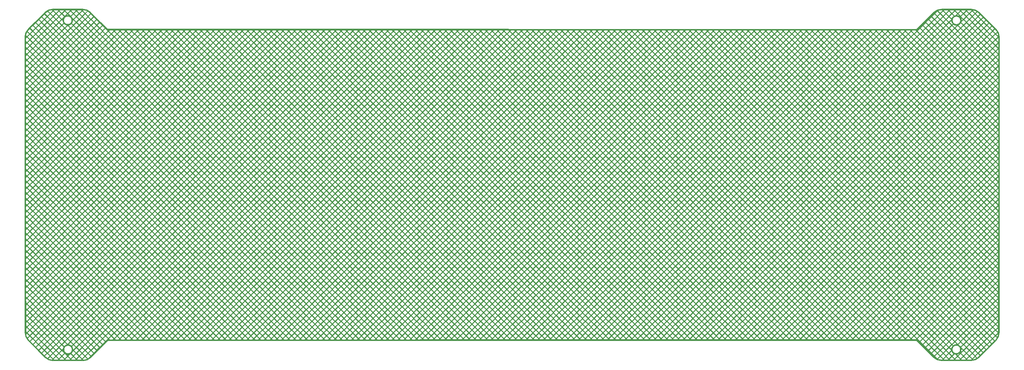
<source format=gbr>
%TF.GenerationSoftware,KiCad,Pcbnew,(6.0.7)*%
%TF.CreationDate,2023-01-05T12:45:50+01:00*%
%TF.ProjectId,lumpen backplate,6c756d70-656e-4206-9261-636b706c6174,rev?*%
%TF.SameCoordinates,Original*%
%TF.FileFunction,Copper,L2,Bot*%
%TF.FilePolarity,Positive*%
%FSLAX46Y46*%
G04 Gerber Fmt 4.6, Leading zero omitted, Abs format (unit mm)*
G04 Created by KiCad (PCBNEW (6.0.7)) date 2023-01-05 12:45:50*
%MOMM*%
%LPD*%
G01*
G04 APERTURE LIST*
%TA.AperFunction,Profile*%
%ADD10C,0.200000*%
%TD*%
G04 APERTURE END LIST*
D10*
X33287290Y-128781256D02*
X25917546Y-128781256D01*
X39350957Y-123825611D02*
X35178801Y-127997767D01*
X25855692Y-42668887D02*
G75*
G03*
X23964181Y-43452380I8J-2675013D01*
G01*
X19102418Y-121966128D02*
X19040564Y-49484019D01*
X236913960Y-123824293D02*
X39350957Y-123825611D01*
X252245970Y-43472322D02*
G75*
G03*
X250354482Y-42688810I-1891570J-1891578D01*
G01*
X242984738Y-42688823D02*
G75*
G03*
X241096372Y-43469515I-38J-2674077D01*
G01*
X252245993Y-43472299D02*
X256386121Y-47612427D01*
X39257075Y-47592508D02*
X236956244Y-47609643D01*
X236956244Y-47609643D02*
X241096372Y-43469515D01*
X30540436Y-45418891D02*
G75*
G03*
X30540436Y-45418891I-1000000J0D01*
G01*
X250315343Y-128747910D02*
X242945599Y-128747910D01*
X30602546Y-126031256D02*
G75*
G03*
X30602546Y-126031256I-1000000J0D01*
G01*
X25855692Y-42668891D02*
X33225436Y-42668891D01*
X257169610Y-49503938D02*
X257130471Y-121932782D01*
X247669482Y-45438810D02*
G75*
G03*
X247669482Y-45438810I-1000000J0D01*
G01*
X250315343Y-128747926D02*
G75*
G03*
X252206854Y-127964421I57J2674826D01*
G01*
X241054108Y-127964401D02*
G75*
G03*
X242945599Y-128747910I1891492J1891401D01*
G01*
X35116939Y-43452388D02*
G75*
G03*
X33225436Y-42668891I-1891439J-1891312D01*
G01*
X256346997Y-123824308D02*
G75*
G03*
X257130471Y-121932782I-1891797J1891608D01*
G01*
X256346982Y-123824293D02*
X252206854Y-127964421D01*
X33287290Y-128781221D02*
G75*
G03*
X35178801Y-127997767I110J2674821D01*
G01*
X24026035Y-127997767D02*
X19885907Y-123857639D01*
X242984738Y-42688810D02*
X250354482Y-42688810D01*
X241054088Y-127964421D02*
X236913960Y-123824293D01*
X24026051Y-127997751D02*
G75*
G03*
X25917546Y-128781256I1891549J1891551D01*
G01*
X19824057Y-47592512D02*
G75*
G03*
X19040564Y-49484019I1891443J-1891488D01*
G01*
X19824053Y-47592508D02*
X23964181Y-43452380D01*
X35116947Y-43452380D02*
X39257075Y-47592508D01*
X247630599Y-125997910D02*
G75*
G03*
X247630599Y-125997910I-1000000J0D01*
G01*
X257169605Y-49503938D02*
G75*
G03*
X256386121Y-47612427I-2675405J-162D01*
G01*
X19102451Y-121966128D02*
G75*
G03*
X19885907Y-123857639I2675149J28D01*
G01*
%TA.AperFunction,NonConductor*%
G36*
X33228959Y-42670089D02*
G01*
X33331874Y-42675867D01*
X33332832Y-42675925D01*
X33529583Y-42688810D01*
X33535599Y-42689204D01*
X33548466Y-42690715D01*
X33578716Y-42695854D01*
X33689930Y-42714749D01*
X33693405Y-42715390D01*
X33789735Y-42734550D01*
X33857147Y-42747959D01*
X33867435Y-42750458D01*
X34011224Y-42791882D01*
X34016829Y-42793641D01*
X34074299Y-42813149D01*
X34169655Y-42845518D01*
X34177373Y-42848423D01*
X34316880Y-42906210D01*
X34324376Y-42909606D01*
X34469194Y-42981024D01*
X34474325Y-42983706D01*
X34605315Y-43056104D01*
X34614317Y-43061586D01*
X34753189Y-43154381D01*
X34756075Y-43156369D01*
X34873099Y-43239405D01*
X34883265Y-43247435D01*
X35035305Y-43380778D01*
X35036188Y-43381559D01*
X35113759Y-43450885D01*
X35118891Y-43455738D01*
X39256228Y-47593075D01*
X39256310Y-47593273D01*
X39256508Y-47593355D01*
X39257075Y-47593590D01*
X39257273Y-47593508D01*
X39279392Y-47593510D01*
X92234025Y-47598100D01*
X236956046Y-47610643D01*
X236956244Y-47610725D01*
X236956442Y-47610643D01*
X236957009Y-47610408D01*
X236957091Y-47610210D01*
X237247839Y-47319462D01*
X237911442Y-47319462D01*
X238443187Y-47851207D01*
X238974932Y-47319462D01*
X239332727Y-47319462D01*
X239864472Y-47851207D01*
X240396217Y-47319462D01*
X240754011Y-47319462D01*
X241285756Y-47851207D01*
X241817501Y-47319462D01*
X242175296Y-47319462D01*
X242707041Y-47851207D01*
X243238786Y-47319462D01*
X243596581Y-47319462D01*
X244128326Y-47851207D01*
X244660071Y-47319462D01*
X245017865Y-47319462D01*
X245549610Y-47851207D01*
X246081355Y-47319462D01*
X246439150Y-47319462D01*
X246970895Y-47851207D01*
X247502640Y-47319462D01*
X247860434Y-47319462D01*
X248392179Y-47851207D01*
X248923924Y-47319462D01*
X249281719Y-47319462D01*
X249813464Y-47851207D01*
X250345209Y-47319462D01*
X250703004Y-47319462D01*
X251234749Y-47851207D01*
X251766494Y-47319462D01*
X252124288Y-47319462D01*
X252656033Y-47851207D01*
X253187778Y-47319462D01*
X253545573Y-47319462D01*
X254077318Y-47851207D01*
X254609063Y-47319462D01*
X254966858Y-47319462D01*
X255498603Y-47851207D01*
X255864894Y-47484916D01*
X255333149Y-46953171D01*
X254966858Y-47319462D01*
X254609063Y-47319462D01*
X254077318Y-46787717D01*
X253545573Y-47319462D01*
X253187778Y-47319462D01*
X252656033Y-46787717D01*
X252124288Y-47319462D01*
X251766494Y-47319462D01*
X251234749Y-46787717D01*
X250703004Y-47319462D01*
X250345209Y-47319462D01*
X249813464Y-46787717D01*
X249281719Y-47319462D01*
X248923924Y-47319462D01*
X248392179Y-46787717D01*
X247860434Y-47319462D01*
X247502640Y-47319462D01*
X246970895Y-46787717D01*
X246439150Y-47319462D01*
X246081355Y-47319462D01*
X245549610Y-46787717D01*
X245017865Y-47319462D01*
X244660071Y-47319462D01*
X244128326Y-46787717D01*
X243596581Y-47319462D01*
X243238786Y-47319462D01*
X242707041Y-46787717D01*
X242175296Y-47319462D01*
X241817501Y-47319462D01*
X241285756Y-46787717D01*
X240754011Y-47319462D01*
X240396217Y-47319462D01*
X239864472Y-46787717D01*
X239332727Y-47319462D01*
X238974932Y-47319462D01*
X238443187Y-46787717D01*
X237911442Y-47319462D01*
X237247839Y-47319462D01*
X237958481Y-46608820D01*
X238622084Y-46608820D01*
X239153829Y-47140565D01*
X239685574Y-46608820D01*
X240043369Y-46608820D01*
X240575114Y-47140565D01*
X241106859Y-46608820D01*
X241464654Y-46608820D01*
X241996399Y-47140565D01*
X242528144Y-46608820D01*
X242885938Y-46608820D01*
X243417683Y-47140565D01*
X243949428Y-46608820D01*
X244307223Y-46608820D01*
X244838968Y-47140565D01*
X245370713Y-46608820D01*
X245370712Y-46608819D01*
X245728508Y-46608819D01*
X246260253Y-47140565D01*
X246680645Y-46720173D01*
X246669698Y-46721015D01*
X246663535Y-46721337D01*
X246661054Y-46721406D01*
X246654912Y-46721427D01*
X246630327Y-46720912D01*
X246624180Y-46720633D01*
X246621705Y-46720460D01*
X246615572Y-46719881D01*
X246420647Y-46696638D01*
X246414556Y-46695760D01*
X246412108Y-46695346D01*
X246406059Y-46694170D01*
X246382042Y-46688889D01*
X246376086Y-46687427D01*
X246373692Y-46686777D01*
X246367771Y-46685012D01*
X246181073Y-46624350D01*
X246175278Y-46622310D01*
X246174151Y-46621882D01*
X247162854Y-46621882D01*
X247681537Y-47140565D01*
X248213282Y-46608820D01*
X248571077Y-46608820D01*
X249102822Y-47140565D01*
X249634567Y-46608820D01*
X249992361Y-46608820D01*
X250524106Y-47140565D01*
X251055851Y-46608820D01*
X251413646Y-46608820D01*
X251945391Y-47140565D01*
X252477136Y-46608820D01*
X252834931Y-46608820D01*
X253366676Y-47140565D01*
X253898420Y-46608821D01*
X254256216Y-46608821D01*
X254787960Y-47140565D01*
X255154251Y-46774273D01*
X254622507Y-46242529D01*
X254256216Y-46608821D01*
X253898420Y-46608821D01*
X253898421Y-46608820D01*
X253366676Y-46077075D01*
X252834931Y-46608820D01*
X252477136Y-46608820D01*
X251945391Y-46077075D01*
X251413646Y-46608820D01*
X251055851Y-46608820D01*
X250524106Y-46077075D01*
X249992361Y-46608820D01*
X249634567Y-46608820D01*
X249102822Y-46077075D01*
X248571077Y-46608820D01*
X248213282Y-46608820D01*
X247742558Y-46138096D01*
X247732598Y-46155630D01*
X247729439Y-46160888D01*
X247728110Y-46162983D01*
X247724675Y-46168116D01*
X247710501Y-46188210D01*
X247706833Y-46193149D01*
X247705305Y-46195105D01*
X247701393Y-46199869D01*
X247573123Y-46348472D01*
X247568992Y-46353027D01*
X247567280Y-46354825D01*
X247562918Y-46359188D01*
X247545109Y-46376146D01*
X247540521Y-46380305D01*
X247538643Y-46381925D01*
X247533915Y-46385806D01*
X247379224Y-46506664D01*
X247374285Y-46510333D01*
X247372258Y-46511763D01*
X247367142Y-46515188D01*
X247346380Y-46528365D01*
X247341119Y-46531527D01*
X247338960Y-46532754D01*
X247333514Y-46535675D01*
X247162854Y-46621882D01*
X246174151Y-46621882D01*
X246172958Y-46621429D01*
X246167244Y-46619097D01*
X246144710Y-46609252D01*
X246139111Y-46606641D01*
X246136888Y-46605537D01*
X246131462Y-46602675D01*
X245960102Y-46506905D01*
X245954792Y-46503765D01*
X245952688Y-46502450D01*
X245947560Y-46499068D01*
X245927367Y-46485034D01*
X245922397Y-46481397D01*
X245920431Y-46479883D01*
X245915646Y-46476008D01*
X245886297Y-46451030D01*
X245728508Y-46608819D01*
X245370712Y-46608819D01*
X244838968Y-46077075D01*
X244307223Y-46608820D01*
X243949428Y-46608820D01*
X243417683Y-46077075D01*
X242885938Y-46608820D01*
X242528144Y-46608820D01*
X241996399Y-46077075D01*
X241464654Y-46608820D01*
X241106859Y-46608820D01*
X240575114Y-46077075D01*
X240043369Y-46608820D01*
X239685574Y-46608820D01*
X239153829Y-46077075D01*
X238622084Y-46608820D01*
X237958481Y-46608820D01*
X238669123Y-45898178D01*
X239332727Y-45898178D01*
X239864471Y-46429922D01*
X240396217Y-45898177D01*
X240754011Y-45898177D01*
X241285757Y-46429922D01*
X241817501Y-45898178D01*
X241817500Y-45898177D01*
X242175296Y-45898177D01*
X242707041Y-46429922D01*
X243238785Y-45898178D01*
X243596581Y-45898178D01*
X244128325Y-46429922D01*
X244660071Y-45898177D01*
X245017865Y-45898177D01*
X245549611Y-46429922D01*
X245702525Y-46277008D01*
X245606608Y-46155990D01*
X245602884Y-46151047D01*
X245601440Y-46149029D01*
X245597998Y-46143963D01*
X245584677Y-46123293D01*
X245581475Y-46118047D01*
X245580234Y-46115898D01*
X245577281Y-46110483D01*
X245487550Y-45935886D01*
X245484866Y-45930335D01*
X245483841Y-45928075D01*
X245481439Y-45922415D01*
X245472386Y-45899550D01*
X245470265Y-45893787D01*
X245469465Y-45891438D01*
X245467619Y-45885547D01*
X245413510Y-45696845D01*
X245411962Y-45690903D01*
X245411395Y-45688487D01*
X245410132Y-45682445D01*
X245405693Y-45658259D01*
X245404728Y-45652166D01*
X245404400Y-45649706D01*
X245403737Y-45643597D01*
X245393566Y-45522476D01*
X245017865Y-45898177D01*
X244660071Y-45898177D01*
X244128326Y-45366432D01*
X243596581Y-45898178D01*
X243238785Y-45898178D01*
X243238786Y-45898177D01*
X242707041Y-45366432D01*
X242175296Y-45898177D01*
X241817500Y-45898177D01*
X241285756Y-45366432D01*
X240754011Y-45898177D01*
X240396217Y-45898177D01*
X239864472Y-45366432D01*
X239332727Y-45898178D01*
X238669123Y-45898178D01*
X239379766Y-45187535D01*
X240043369Y-45187535D01*
X240575114Y-45719280D01*
X241106859Y-45187535D01*
X241464654Y-45187535D01*
X241996399Y-45719280D01*
X242528144Y-45187535D01*
X242885938Y-45187535D01*
X243417683Y-45719280D01*
X243949428Y-45187535D01*
X244307223Y-45187535D01*
X244838968Y-45719280D01*
X245133482Y-45424766D01*
X245663737Y-45424766D01*
X245663745Y-45424862D01*
X245664247Y-45430841D01*
X245664247Y-45430844D01*
X245678491Y-45600465D01*
X245680164Y-45620384D01*
X245681863Y-45626309D01*
X245727839Y-45786647D01*
X245734273Y-45809086D01*
X245737092Y-45814571D01*
X245821186Y-45978201D01*
X245821189Y-45978206D01*
X245824004Y-45983683D01*
X245945939Y-46137527D01*
X245950632Y-46141521D01*
X245950633Y-46141522D01*
X246088832Y-46259138D01*
X246095434Y-46264757D01*
X246100812Y-46267763D01*
X246100814Y-46267764D01*
X246137149Y-46288071D01*
X246266794Y-46360527D01*
X246453492Y-46421189D01*
X246648417Y-46444432D01*
X246654552Y-46443960D01*
X246654554Y-46443960D01*
X246838003Y-46429845D01*
X246838007Y-46429844D01*
X246844145Y-46429372D01*
X246850077Y-46427716D01*
X246850081Y-46427715D01*
X246968730Y-46394587D01*
X247033220Y-46376581D01*
X247208440Y-46288071D01*
X247215835Y-46282294D01*
X247358270Y-46171011D01*
X247358271Y-46171010D01*
X247363131Y-46167213D01*
X247491401Y-46018610D01*
X247505761Y-45993333D01*
X247545337Y-45923665D01*
X247558300Y-45900847D01*
X247863105Y-45900847D01*
X248392180Y-46429922D01*
X248923924Y-45898178D01*
X248923923Y-45898177D01*
X249281719Y-45898177D01*
X249813464Y-46429922D01*
X250345209Y-45898177D01*
X250703004Y-45898177D01*
X251234749Y-46429922D01*
X251766494Y-45898177D01*
X252124288Y-45898177D01*
X252656034Y-46429922D01*
X253187778Y-45898178D01*
X253187777Y-45898177D01*
X253545573Y-45898177D01*
X254077318Y-46429922D01*
X254443609Y-46063631D01*
X253911864Y-45531886D01*
X253545573Y-45898177D01*
X253187777Y-45898177D01*
X252656033Y-45366432D01*
X252124288Y-45898177D01*
X251766494Y-45898177D01*
X251234749Y-45366432D01*
X250703004Y-45898177D01*
X250345209Y-45898177D01*
X249813464Y-45366432D01*
X249281719Y-45898177D01*
X248923923Y-45898177D01*
X248392179Y-45366432D01*
X247865767Y-45892844D01*
X247863105Y-45900847D01*
X247558300Y-45900847D01*
X247588365Y-45847923D01*
X247650329Y-45661653D01*
X247666723Y-45531886D01*
X247674491Y-45470398D01*
X247674492Y-45470388D01*
X247674933Y-45466895D01*
X247675325Y-45438810D01*
X247656169Y-45243441D01*
X247599430Y-45055513D01*
X247549389Y-44961400D01*
X247510164Y-44887627D01*
X247510162Y-44887624D01*
X247507270Y-44882185D01*
X247503380Y-44877415D01*
X247503377Y-44877411D01*
X247387088Y-44734827D01*
X247387086Y-44734825D01*
X247383199Y-44730059D01*
X247294054Y-44656312D01*
X247681015Y-44656312D01*
X247722240Y-44706859D01*
X247726015Y-44711726D01*
X247727488Y-44713724D01*
X247731020Y-44718769D01*
X247744628Y-44739252D01*
X247747914Y-44744471D01*
X247749184Y-44746602D01*
X247752199Y-44751954D01*
X247844359Y-44925282D01*
X247847134Y-44930824D01*
X247848190Y-44933070D01*
X247850656Y-44938665D01*
X247860027Y-44961400D01*
X247862227Y-44967128D01*
X247863060Y-44969466D01*
X247864990Y-44975336D01*
X247921729Y-45163264D01*
X247923366Y-45169206D01*
X247923966Y-45171613D01*
X247925307Y-45177613D01*
X247930084Y-45201736D01*
X247931129Y-45207782D01*
X247931492Y-45210237D01*
X247932246Y-45216372D01*
X247951402Y-45411741D01*
X247951696Y-45415242D01*
X247951795Y-45416657D01*
X247951991Y-45420175D01*
X247952580Y-45434228D01*
X247952678Y-45437727D01*
X247952698Y-45439145D01*
X247952699Y-45442680D01*
X247952622Y-45448195D01*
X248213282Y-45187535D01*
X248571077Y-45187535D01*
X249102822Y-45719280D01*
X249634567Y-45187535D01*
X249992361Y-45187535D01*
X250524106Y-45719280D01*
X251055851Y-45187535D01*
X251413646Y-45187535D01*
X251945391Y-45719280D01*
X252477136Y-45187535D01*
X252834931Y-45187535D01*
X253366676Y-45719280D01*
X253732967Y-45352989D01*
X253201222Y-44821244D01*
X252834931Y-45187535D01*
X252477136Y-45187535D01*
X251945391Y-44655790D01*
X251413646Y-45187535D01*
X251055851Y-45187535D01*
X250524106Y-44655790D01*
X249992361Y-45187535D01*
X249634567Y-45187535D01*
X249102822Y-44655790D01*
X248571077Y-45187535D01*
X248213282Y-45187535D01*
X247681537Y-44655790D01*
X247681015Y-44656312D01*
X247294054Y-44656312D01*
X247231942Y-44604928D01*
X247059262Y-44511560D01*
X246947270Y-44476893D01*
X247860434Y-44476893D01*
X248392179Y-45008638D01*
X248923924Y-44476893D01*
X249281719Y-44476893D01*
X249813464Y-45008638D01*
X250345209Y-44476893D01*
X250703004Y-44476893D01*
X251234749Y-45008638D01*
X251766493Y-44476894D01*
X252124289Y-44476894D01*
X252656033Y-45008638D01*
X253022324Y-44642346D01*
X252490580Y-44110602D01*
X252124289Y-44476894D01*
X251766493Y-44476894D01*
X251766494Y-44476893D01*
X251234749Y-43945148D01*
X250703004Y-44476893D01*
X250345209Y-44476893D01*
X249813464Y-43945148D01*
X249281719Y-44476893D01*
X248923924Y-44476893D01*
X248392179Y-43945148D01*
X247860434Y-44476893D01*
X246947270Y-44476893D01*
X246871735Y-44453511D01*
X246865613Y-44452868D01*
X246865610Y-44452867D01*
X246682633Y-44433636D01*
X246682631Y-44433636D01*
X246676504Y-44432992D01*
X246557167Y-44443852D01*
X246487147Y-44450224D01*
X246487146Y-44450224D01*
X246481006Y-44450783D01*
X246292687Y-44506209D01*
X246118719Y-44597156D01*
X246113921Y-44601013D01*
X246113919Y-44601015D01*
X245970531Y-44716303D01*
X245970527Y-44716307D01*
X245965731Y-44720163D01*
X245961772Y-44724881D01*
X245961771Y-44724882D01*
X245960717Y-44726138D01*
X245839547Y-44870542D01*
X245836584Y-44875931D01*
X245836581Y-44875936D01*
X245805172Y-44933070D01*
X245744976Y-45042566D01*
X245743115Y-45048433D01*
X245743114Y-45048435D01*
X245692566Y-45207782D01*
X245685619Y-45229683D01*
X245684933Y-45235802D01*
X245664647Y-45416657D01*
X245663737Y-45424766D01*
X245133482Y-45424766D01*
X245370713Y-45187535D01*
X244838968Y-44655790D01*
X244307223Y-45187535D01*
X243949428Y-45187535D01*
X243417683Y-44655790D01*
X242885938Y-45187535D01*
X242528144Y-45187535D01*
X241996399Y-44655790D01*
X241464654Y-45187535D01*
X241106859Y-45187535D01*
X240575114Y-44655790D01*
X240043369Y-45187535D01*
X239379766Y-45187535D01*
X240090408Y-44476893D01*
X240754011Y-44476893D01*
X241285756Y-45008638D01*
X241817501Y-44476893D01*
X242175296Y-44476893D01*
X242707041Y-45008638D01*
X243238786Y-44476893D01*
X243596581Y-44476893D01*
X244128326Y-45008638D01*
X244660071Y-44476893D01*
X245017865Y-44476893D01*
X245485741Y-44944769D01*
X245495404Y-44922223D01*
X245497964Y-44916630D01*
X245499052Y-44914399D01*
X245501888Y-44908927D01*
X245596459Y-44736903D01*
X245599558Y-44731579D01*
X245600858Y-44729466D01*
X245604211Y-44724304D01*
X245618105Y-44704013D01*
X245621714Y-44699008D01*
X245623215Y-44697031D01*
X245627048Y-44692231D01*
X245753232Y-44541852D01*
X245757271Y-44537269D01*
X245758956Y-44535448D01*
X245763280Y-44531000D01*
X245780848Y-44513796D01*
X245785375Y-44509575D01*
X245787231Y-44507928D01*
X245791909Y-44503976D01*
X245944897Y-44380969D01*
X245949786Y-44377231D01*
X245951794Y-44375772D01*
X245956865Y-44372274D01*
X245968876Y-44364414D01*
X245549610Y-43945148D01*
X245017865Y-44476893D01*
X244660071Y-44476893D01*
X244128326Y-43945148D01*
X243596581Y-44476893D01*
X243238786Y-44476893D01*
X242707041Y-43945148D01*
X242175296Y-44476893D01*
X241817501Y-44476893D01*
X241285756Y-43945148D01*
X240754011Y-44476893D01*
X240090408Y-44476893D01*
X240801050Y-43766251D01*
X241464654Y-43766251D01*
X241996398Y-44297995D01*
X242528144Y-43766250D01*
X242885938Y-43766250D01*
X243417683Y-44297995D01*
X243949428Y-43766250D01*
X244307223Y-43766250D01*
X244838968Y-44297995D01*
X245370712Y-43766251D01*
X245728508Y-43766251D01*
X246205353Y-44243096D01*
X246206141Y-44242800D01*
X246208483Y-44241984D01*
X246214365Y-44240096D01*
X246361439Y-44196809D01*
X246396055Y-44162193D01*
X246753850Y-44162193D01*
X246900730Y-44177630D01*
X246906849Y-44178425D01*
X246909302Y-44178805D01*
X246915350Y-44179894D01*
X246939439Y-44184839D01*
X246945438Y-44186224D01*
X246947841Y-44186841D01*
X246953764Y-44188517D01*
X247141291Y-44246566D01*
X247147108Y-44248523D01*
X247149439Y-44249371D01*
X247155187Y-44251623D01*
X247177857Y-44261152D01*
X247183486Y-44263682D01*
X247185725Y-44264755D01*
X247191201Y-44267545D01*
X247363881Y-44360913D01*
X247369219Y-44363970D01*
X247371341Y-44365255D01*
X247376532Y-44368575D01*
X247396919Y-44382326D01*
X247401931Y-44385888D01*
X247403919Y-44387375D01*
X247408765Y-44391187D01*
X247456060Y-44430313D01*
X246970895Y-43945148D01*
X246753850Y-44162193D01*
X246396055Y-44162193D01*
X246791998Y-43766250D01*
X247149792Y-43766250D01*
X247681537Y-44297995D01*
X248213282Y-43766250D01*
X248571077Y-43766250D01*
X249102822Y-44297995D01*
X249634567Y-43766250D01*
X249992361Y-43766250D01*
X250524107Y-44297995D01*
X251055851Y-43766251D01*
X251055850Y-43766250D01*
X251413646Y-43766250D01*
X251945391Y-44297995D01*
X252311682Y-43931704D01*
X252055064Y-43675086D01*
X251979241Y-43607326D01*
X251835413Y-43481192D01*
X251755445Y-43424451D01*
X251413646Y-43766250D01*
X251055850Y-43766250D01*
X250524106Y-43234505D01*
X249992361Y-43766250D01*
X249634567Y-43766250D01*
X249102822Y-43234505D01*
X248571077Y-43766250D01*
X248213282Y-43766250D01*
X247681537Y-43234505D01*
X247149792Y-43766250D01*
X246791998Y-43766250D01*
X246260253Y-43234505D01*
X245728508Y-43766251D01*
X245370712Y-43766251D01*
X245370713Y-43766250D01*
X244838968Y-43234505D01*
X244307223Y-43766250D01*
X243949428Y-43766250D01*
X243417683Y-43234505D01*
X242885938Y-43766250D01*
X242528144Y-43766250D01*
X241996399Y-43234505D01*
X241464654Y-43766251D01*
X240801050Y-43766251D01*
X241094515Y-43472786D01*
X241099768Y-43467825D01*
X241176739Y-43399212D01*
X241177616Y-43398437D01*
X241329792Y-43265303D01*
X241339952Y-43257297D01*
X241457019Y-43174418D01*
X241459928Y-43172419D01*
X241571232Y-43098210D01*
X242217898Y-43098210D01*
X242707041Y-43587353D01*
X243238786Y-43055608D01*
X243238785Y-43055607D01*
X243596581Y-43055607D01*
X244128326Y-43587353D01*
X244660071Y-43055608D01*
X245017865Y-43055608D01*
X245549610Y-43587353D01*
X246081355Y-43055608D01*
X246439150Y-43055608D01*
X246970895Y-43587353D01*
X247502640Y-43055608D01*
X247860434Y-43055608D01*
X248392179Y-43587353D01*
X248923923Y-43055608D01*
X249281719Y-43055608D01*
X249813464Y-43587353D01*
X250345209Y-43055608D01*
X250703004Y-43055608D01*
X251234749Y-43587353D01*
X251537754Y-43284348D01*
X251471900Y-43247950D01*
X251335453Y-43180660D01*
X251204548Y-43126436D01*
X251060471Y-43077526D01*
X250925562Y-43038656D01*
X250771127Y-43007933D01*
X250753649Y-43004963D01*
X250703004Y-43055608D01*
X250345209Y-43055608D01*
X250256811Y-42967210D01*
X249370117Y-42967210D01*
X249281719Y-43055608D01*
X248923923Y-43055608D01*
X248923924Y-43055607D01*
X248835527Y-42967210D01*
X247948832Y-42967210D01*
X247860434Y-43055608D01*
X247502640Y-43055608D01*
X247414242Y-42967210D01*
X246527548Y-42967210D01*
X246439150Y-43055608D01*
X246081355Y-43055608D01*
X245992957Y-42967210D01*
X245106263Y-42967210D01*
X245017865Y-43055608D01*
X244660071Y-43055608D01*
X244571673Y-42967210D01*
X243684978Y-42967210D01*
X243596581Y-43055607D01*
X243238785Y-43055607D01*
X243150388Y-42967210D01*
X242992745Y-42967210D01*
X242893322Y-42972782D01*
X242701141Y-42985354D01*
X242569459Y-43007688D01*
X242414634Y-43038429D01*
X242280448Y-43077016D01*
X242217898Y-43098210D01*
X241571232Y-43098210D01*
X241598344Y-43080134D01*
X241607387Y-43074639D01*
X241677050Y-43036216D01*
X241738271Y-43002449D01*
X241743479Y-42999733D01*
X241887861Y-42928673D01*
X241895329Y-42925296D01*
X242034741Y-42867660D01*
X242042391Y-42864786D01*
X242194818Y-42813140D01*
X242200387Y-42811397D01*
X242344085Y-42770074D01*
X242354354Y-42767584D01*
X242517536Y-42735183D01*
X242520939Y-42734556D01*
X242662438Y-42710558D01*
X242675261Y-42709055D01*
X242876057Y-42695920D01*
X242877053Y-42695859D01*
X242981451Y-42690007D01*
X242988502Y-42689810D01*
X250350934Y-42689810D01*
X250358002Y-42690008D01*
X250461630Y-42695831D01*
X250462598Y-42695890D01*
X250664474Y-42709108D01*
X250677326Y-42710618D01*
X250819720Y-42734815D01*
X250823142Y-42735446D01*
X250984683Y-42767582D01*
X250985940Y-42767832D01*
X250996231Y-42770333D01*
X251140687Y-42811953D01*
X251146280Y-42813707D01*
X251298421Y-42865355D01*
X251306110Y-42868249D01*
X251446199Y-42926278D01*
X251453692Y-42929673D01*
X251597790Y-43000737D01*
X251602971Y-43003444D01*
X251698082Y-43056011D01*
X251734537Y-43076160D01*
X251743588Y-43081672D01*
X251881588Y-43173881D01*
X251884464Y-43175861D01*
X252002315Y-43259482D01*
X252012450Y-43267487D01*
X252162669Y-43399226D01*
X252163493Y-43399956D01*
X252220483Y-43450885D01*
X252243078Y-43471077D01*
X252248213Y-43475933D01*
X256382882Y-47610602D01*
X256387742Y-47615742D01*
X256439475Y-47673637D01*
X256456361Y-47692535D01*
X256457141Y-47693416D01*
X256591080Y-47846157D01*
X256599108Y-47856322D01*
X256619937Y-47885680D01*
X256681990Y-47973142D01*
X256683995Y-47976053D01*
X256776899Y-48115105D01*
X256782410Y-48124156D01*
X256854680Y-48254924D01*
X256857404Y-48260137D01*
X256909654Y-48366093D01*
X256928887Y-48405094D01*
X256932289Y-48412604D01*
X256989998Y-48551928D01*
X256992902Y-48559642D01*
X257044854Y-48712681D01*
X257046616Y-48718301D01*
X257087982Y-48861878D01*
X257090485Y-48872176D01*
X257123109Y-49036163D01*
X257123750Y-49039638D01*
X257147752Y-49180877D01*
X257149263Y-49193740D01*
X257151378Y-49225986D01*
X257162550Y-49396297D01*
X257162605Y-49397215D01*
X257165650Y-49451389D01*
X257168409Y-49500470D01*
X257168608Y-49507609D01*
X257156898Y-71177433D01*
X257129566Y-121758008D01*
X257129473Y-121929270D01*
X257129275Y-121936263D01*
X257127436Y-121969004D01*
X257123554Y-122038095D01*
X257123482Y-122039279D01*
X257110097Y-122243228D01*
X257108587Y-122256082D01*
X257097485Y-122321424D01*
X257084782Y-122396180D01*
X257084159Y-122399560D01*
X257063284Y-122504501D01*
X257051277Y-122564861D01*
X257048773Y-122575159D01*
X257039346Y-122607882D01*
X257007651Y-122717896D01*
X257005889Y-122723515D01*
X256970950Y-122826445D01*
X256953634Y-122877456D01*
X256950734Y-122885161D01*
X256893324Y-123023766D01*
X256889940Y-123031235D01*
X256836647Y-123139308D01*
X256818015Y-123177091D01*
X256815287Y-123182310D01*
X256743444Y-123312306D01*
X256737932Y-123321359D01*
X256644335Y-123461445D01*
X256642331Y-123464355D01*
X256560134Y-123580210D01*
X256552116Y-123590363D01*
X256416234Y-123745319D01*
X256415554Y-123746088D01*
X256348897Y-123820684D01*
X256344037Y-123825824D01*
X252208675Y-127961186D01*
X252203544Y-127966038D01*
X252127207Y-128034261D01*
X252126425Y-128034953D01*
X252087126Y-128069417D01*
X251972989Y-128169509D01*
X251962828Y-128177535D01*
X251846746Y-128259904D01*
X251843835Y-128261909D01*
X251703985Y-128355358D01*
X251694931Y-128360871D01*
X251564756Y-128432819D01*
X251559536Y-128435547D01*
X251413916Y-128507361D01*
X251406417Y-128510759D01*
X251267656Y-128568236D01*
X251259940Y-128571140D01*
X251212647Y-128587194D01*
X251106179Y-128623336D01*
X251100606Y-128625084D01*
X251012784Y-128650385D01*
X250957654Y-128666267D01*
X250947354Y-128668770D01*
X250782376Y-128701585D01*
X250778900Y-128702226D01*
X250638616Y-128726060D01*
X250625750Y-128727570D01*
X250575453Y-128730866D01*
X250420799Y-128741000D01*
X250419896Y-128741055D01*
X250319129Y-128746712D01*
X250312068Y-128746910D01*
X242949142Y-128746910D01*
X242942077Y-128746712D01*
X242838644Y-128740903D01*
X242837569Y-128740838D01*
X242635586Y-128727615D01*
X242622714Y-128726104D01*
X242539084Y-128711894D01*
X242480529Y-128701945D01*
X242477054Y-128701304D01*
X242420820Y-128690118D01*
X242314074Y-128668884D01*
X242303777Y-128666381D01*
X242159498Y-128624814D01*
X242153905Y-128623060D01*
X242098404Y-128604220D01*
X242001593Y-128571355D01*
X241993877Y-128568450D01*
X241853960Y-128510493D01*
X241846449Y-128507090D01*
X241702196Y-128435949D01*
X241696976Y-128433221D01*
X241565596Y-128360608D01*
X241556542Y-128355095D01*
X241533626Y-128339782D01*
X241523006Y-128332686D01*
X242175296Y-128332686D01*
X242182392Y-128339782D01*
X242239730Y-128359247D01*
X242374440Y-128398057D01*
X242529089Y-128428819D01*
X242661490Y-128451316D01*
X242854966Y-128463982D01*
X242953393Y-128469510D01*
X243101962Y-128469510D01*
X243238785Y-128332687D01*
X243596581Y-128332687D01*
X243733404Y-128469510D01*
X244523247Y-128469510D01*
X244660071Y-128332686D01*
X245017865Y-128332686D01*
X245154689Y-128469510D01*
X245944531Y-128469510D01*
X246081355Y-128332686D01*
X246439150Y-128332686D01*
X246575974Y-128469510D01*
X247365816Y-128469510D01*
X247502640Y-128332686D01*
X247860434Y-128332686D01*
X247997258Y-128469510D01*
X248787101Y-128469510D01*
X248923924Y-128332687D01*
X248923923Y-128332686D01*
X249281719Y-128332686D01*
X249418543Y-128469510D01*
X250208385Y-128469510D01*
X250345209Y-128332686D01*
X250703004Y-128332686D01*
X250787959Y-128417641D01*
X250886985Y-128397944D01*
X251020374Y-128359516D01*
X251166077Y-128310055D01*
X251295697Y-128256364D01*
X251433657Y-128188328D01*
X251555045Y-128121237D01*
X251234749Y-127800941D01*
X250703004Y-128332686D01*
X250345209Y-128332686D01*
X249813464Y-127800941D01*
X249281719Y-128332686D01*
X248923923Y-128332686D01*
X248392179Y-127800941D01*
X247860434Y-128332686D01*
X247502640Y-128332686D01*
X246970895Y-127800941D01*
X246439150Y-128332686D01*
X246081355Y-128332686D01*
X245549610Y-127800941D01*
X245017865Y-128332686D01*
X244660071Y-128332686D01*
X244128326Y-127800941D01*
X243596581Y-128332687D01*
X243238785Y-128332687D01*
X243238786Y-128332686D01*
X242707041Y-127800941D01*
X242175296Y-128332686D01*
X241523006Y-128332686D01*
X241465085Y-128293983D01*
X241418323Y-128262736D01*
X241415412Y-128260731D01*
X241297818Y-128177290D01*
X241287654Y-128169261D01*
X241137079Y-128037205D01*
X241136196Y-128036424D01*
X241057064Y-127965704D01*
X241051931Y-127960850D01*
X240713124Y-127622043D01*
X241464654Y-127622043D01*
X241996399Y-128153789D01*
X242528144Y-127622044D01*
X242885938Y-127622044D01*
X243417683Y-128153789D01*
X243949428Y-127622044D01*
X244307223Y-127622044D01*
X244838968Y-128153789D01*
X245370713Y-127622044D01*
X245370712Y-127622043D01*
X245728508Y-127622043D01*
X246260253Y-128153789D01*
X246791998Y-127622044D01*
X247149792Y-127622044D01*
X247681537Y-128153789D01*
X248213282Y-127622044D01*
X248571077Y-127622044D01*
X249102822Y-128153789D01*
X249634567Y-127622044D01*
X249992361Y-127622044D01*
X250524106Y-128153789D01*
X251055850Y-127622044D01*
X251413646Y-127622044D01*
X251767557Y-127975955D01*
X251795946Y-127955811D01*
X251942891Y-127826947D01*
X252015530Y-127762029D01*
X252316326Y-127461233D01*
X251945392Y-127090299D01*
X251413646Y-127622044D01*
X251055850Y-127622044D01*
X251055851Y-127622043D01*
X250524107Y-127090299D01*
X249992361Y-127622044D01*
X249634567Y-127622044D01*
X249102822Y-127090299D01*
X248571077Y-127622044D01*
X248213282Y-127622044D01*
X247681537Y-127090299D01*
X247149792Y-127622044D01*
X246791998Y-127622044D01*
X246437420Y-127267466D01*
X246795214Y-127267466D01*
X246970894Y-127443146D01*
X247376623Y-127037418D01*
X247340341Y-127065764D01*
X247335402Y-127069433D01*
X247333375Y-127070863D01*
X247328259Y-127074288D01*
X247307497Y-127087465D01*
X247302236Y-127090627D01*
X247300077Y-127091854D01*
X247294631Y-127094775D01*
X247119411Y-127183285D01*
X247113835Y-127185932D01*
X247111568Y-127186941D01*
X247105894Y-127189302D01*
X247082967Y-127198194D01*
X247077175Y-127200279D01*
X247074821Y-127201062D01*
X247068936Y-127202861D01*
X246879861Y-127255652D01*
X246873901Y-127257161D01*
X246871481Y-127257711D01*
X246865440Y-127258929D01*
X246841222Y-127263200D01*
X246835130Y-127264122D01*
X246832668Y-127264433D01*
X246826543Y-127265055D01*
X246795214Y-127267466D01*
X246437420Y-127267466D01*
X246431639Y-127261685D01*
X246381765Y-127255738D01*
X246375673Y-127254860D01*
X246373225Y-127254446D01*
X246367176Y-127253270D01*
X246343159Y-127247989D01*
X246337203Y-127246527D01*
X246334809Y-127245877D01*
X246328888Y-127244112D01*
X246160992Y-127189559D01*
X245728508Y-127622043D01*
X245370712Y-127622043D01*
X244838968Y-127090299D01*
X244307223Y-127622044D01*
X243949428Y-127622044D01*
X243417683Y-127090299D01*
X242885938Y-127622044D01*
X242528144Y-127622044D01*
X241996398Y-127090299D01*
X241464654Y-127622043D01*
X240713124Y-127622043D01*
X240002482Y-126911401D01*
X240754011Y-126911401D01*
X241285757Y-127443146D01*
X241817501Y-126911402D01*
X241817500Y-126911401D01*
X242175296Y-126911401D01*
X242707041Y-127443146D01*
X243238785Y-126911402D01*
X243596581Y-126911402D01*
X244128325Y-127443146D01*
X244660071Y-126911401D01*
X245017865Y-126911401D01*
X245549610Y-127443146D01*
X245924767Y-127067988D01*
X245921219Y-127066005D01*
X245915909Y-127062865D01*
X245913805Y-127061550D01*
X245908677Y-127058168D01*
X245888484Y-127044134D01*
X245883514Y-127040497D01*
X245881548Y-127038983D01*
X245876763Y-127035108D01*
X245727268Y-126907878D01*
X245722672Y-126903768D01*
X245720863Y-126902069D01*
X245716485Y-126897752D01*
X245699403Y-126880063D01*
X245695250Y-126875547D01*
X245693615Y-126873680D01*
X245689660Y-126868934D01*
X245567725Y-126715090D01*
X245564001Y-126710147D01*
X245562557Y-126708129D01*
X245559115Y-126703063D01*
X245545794Y-126682393D01*
X245542592Y-126677147D01*
X245541351Y-126674998D01*
X245538398Y-126669583D01*
X245448667Y-126494986D01*
X245445983Y-126489435D01*
X245444958Y-126487175D01*
X245444104Y-126485162D01*
X245017865Y-126911401D01*
X244660071Y-126911401D01*
X244128326Y-126379656D01*
X243596581Y-126911402D01*
X243238785Y-126911402D01*
X243238786Y-126911401D01*
X242707041Y-126379656D01*
X242175296Y-126911401D01*
X241817500Y-126911401D01*
X241285756Y-126379656D01*
X240754011Y-126911401D01*
X240002482Y-126911401D01*
X239291840Y-126200759D01*
X240043369Y-126200759D01*
X240575114Y-126732504D01*
X241106859Y-126200759D01*
X241464654Y-126200759D01*
X241996399Y-126732504D01*
X242528144Y-126200759D01*
X242885938Y-126200759D01*
X243417683Y-126732504D01*
X243949428Y-126200759D01*
X244307223Y-126200759D01*
X244838968Y-126732504D01*
X245365238Y-126206234D01*
X245364854Y-126202696D01*
X245364139Y-126194185D01*
X245153820Y-125983866D01*
X245624854Y-125983866D01*
X245624862Y-125983962D01*
X245625364Y-125989941D01*
X245625364Y-125989944D01*
X245631015Y-126057236D01*
X245641281Y-126179484D01*
X245642980Y-126185409D01*
X245676540Y-126302447D01*
X245695390Y-126368186D01*
X245698209Y-126373671D01*
X245782303Y-126537301D01*
X245782306Y-126537306D01*
X245785121Y-126542783D01*
X245907056Y-126696627D01*
X245911749Y-126700621D01*
X245911750Y-126700622D01*
X246049949Y-126818238D01*
X246056551Y-126823857D01*
X246061929Y-126826863D01*
X246061931Y-126826864D01*
X246121597Y-126860210D01*
X246227911Y-126919627D01*
X246414609Y-126980289D01*
X246609534Y-127003532D01*
X246615669Y-127003060D01*
X246615671Y-127003060D01*
X246799120Y-126988945D01*
X246799124Y-126988944D01*
X246805262Y-126988472D01*
X246811194Y-126986816D01*
X246811198Y-126986815D01*
X246943174Y-126949966D01*
X246994337Y-126935681D01*
X247042403Y-126911401D01*
X247860434Y-126911401D01*
X248392180Y-127443146D01*
X248923924Y-126911402D01*
X248923923Y-126911401D01*
X249281719Y-126911401D01*
X249813464Y-127443146D01*
X250345209Y-126911401D01*
X250703004Y-126911401D01*
X251234749Y-127443146D01*
X251766494Y-126911401D01*
X252124288Y-126911401D01*
X252495223Y-127282336D01*
X253026968Y-126750591D01*
X252656033Y-126379656D01*
X252124288Y-126911401D01*
X251766494Y-126911401D01*
X251234749Y-126379656D01*
X250703004Y-126911401D01*
X250345209Y-126911401D01*
X249813464Y-126379656D01*
X249281719Y-126911401D01*
X248923923Y-126911401D01*
X248392179Y-126379656D01*
X247860434Y-126911401D01*
X247042403Y-126911401D01*
X247169557Y-126847171D01*
X247176952Y-126841394D01*
X247318605Y-126730722D01*
X247683319Y-126730722D01*
X248213282Y-126200759D01*
X248571077Y-126200759D01*
X249102822Y-126732504D01*
X249634567Y-126200759D01*
X249992361Y-126200759D01*
X250524106Y-126732504D01*
X251055851Y-126200759D01*
X251413646Y-126200759D01*
X251945391Y-126732504D01*
X252477135Y-126200760D01*
X252834931Y-126200760D01*
X253205865Y-126571694D01*
X253737610Y-126039948D01*
X253366676Y-125669014D01*
X252834931Y-126200760D01*
X252477135Y-126200760D01*
X252477136Y-126200759D01*
X251945391Y-125669014D01*
X251413646Y-126200759D01*
X251055851Y-126200759D01*
X250524106Y-125669014D01*
X249992361Y-126200759D01*
X249634567Y-126200759D01*
X249102822Y-125669014D01*
X248571077Y-126200759D01*
X248213282Y-126200759D01*
X247904817Y-125892294D01*
X247912519Y-125970841D01*
X247912813Y-125974342D01*
X247912912Y-125975757D01*
X247913108Y-125979275D01*
X247913697Y-125993328D01*
X247913795Y-125996827D01*
X247913815Y-125998245D01*
X247913816Y-126001780D01*
X247913424Y-126029865D01*
X247913324Y-126033430D01*
X247913264Y-126034849D01*
X247913069Y-126038321D01*
X247912087Y-126052355D01*
X247911796Y-126055825D01*
X247911658Y-126057236D01*
X247911262Y-126060763D01*
X247886658Y-126255521D01*
X247885736Y-126261620D01*
X247885305Y-126264063D01*
X247884090Y-126270087D01*
X247878642Y-126294067D01*
X247877126Y-126300056D01*
X247876458Y-126302447D01*
X247874663Y-126308315D01*
X247812699Y-126494585D01*
X247810616Y-126500371D01*
X247809719Y-126502684D01*
X247807351Y-126508375D01*
X247797349Y-126530840D01*
X247794705Y-126536407D01*
X247793586Y-126538622D01*
X247790679Y-126544043D01*
X247693715Y-126714730D01*
X247690556Y-126719988D01*
X247689227Y-126722083D01*
X247685792Y-126727216D01*
X247683319Y-126730722D01*
X247318605Y-126730722D01*
X247319387Y-126730111D01*
X247319388Y-126730110D01*
X247324248Y-126726313D01*
X247452518Y-126577710D01*
X247456531Y-126570647D01*
X247530539Y-126440369D01*
X247549482Y-126407023D01*
X247611446Y-126220753D01*
X247631658Y-126060763D01*
X247635608Y-126029498D01*
X247635609Y-126029488D01*
X247636050Y-126025995D01*
X247636442Y-125997910D01*
X247617286Y-125802541D01*
X247560547Y-125614613D01*
X247500336Y-125501373D01*
X247494351Y-125490117D01*
X247860434Y-125490117D01*
X248392179Y-126021862D01*
X248923924Y-125490117D01*
X249281719Y-125490117D01*
X249813464Y-126021862D01*
X250345209Y-125490117D01*
X250703004Y-125490117D01*
X251234749Y-126021862D01*
X251766494Y-125490117D01*
X252124288Y-125490117D01*
X252656033Y-126021862D01*
X253187778Y-125490117D01*
X253545573Y-125490117D01*
X253916508Y-125861052D01*
X254448253Y-125329307D01*
X254077318Y-124958372D01*
X253545573Y-125490117D01*
X253187778Y-125490117D01*
X252656033Y-124958372D01*
X252124288Y-125490117D01*
X251766494Y-125490117D01*
X251234749Y-124958372D01*
X250703004Y-125490117D01*
X250345209Y-125490117D01*
X249813464Y-124958372D01*
X249281719Y-125490117D01*
X248923924Y-125490117D01*
X248392179Y-124958372D01*
X247860434Y-125490117D01*
X247494351Y-125490117D01*
X247471281Y-125446727D01*
X247471279Y-125446724D01*
X247468387Y-125441285D01*
X247464497Y-125436515D01*
X247464494Y-125436511D01*
X247348205Y-125293927D01*
X247348203Y-125293925D01*
X247344316Y-125289159D01*
X247193059Y-125164028D01*
X247020379Y-125070660D01*
X246832852Y-125012611D01*
X246826730Y-125011968D01*
X246826727Y-125011967D01*
X246643750Y-124992736D01*
X246643748Y-124992736D01*
X246637621Y-124992092D01*
X246518284Y-125002952D01*
X246448264Y-125009324D01*
X246448263Y-125009324D01*
X246442123Y-125009883D01*
X246253804Y-125065309D01*
X246079836Y-125156256D01*
X246075038Y-125160113D01*
X246075036Y-125160115D01*
X245931648Y-125275403D01*
X245931644Y-125275407D01*
X245926848Y-125279263D01*
X245922889Y-125283981D01*
X245922888Y-125283982D01*
X245898867Y-125312609D01*
X245800664Y-125429642D01*
X245797701Y-125435031D01*
X245797698Y-125435036D01*
X245737073Y-125545314D01*
X245706093Y-125601666D01*
X245704232Y-125607533D01*
X245704231Y-125607535D01*
X245659260Y-125749303D01*
X245646736Y-125788783D01*
X245640765Y-125842020D01*
X245625764Y-125975757D01*
X245624854Y-125983866D01*
X245153820Y-125983866D01*
X244838968Y-125669014D01*
X244307223Y-126200759D01*
X243949428Y-126200759D01*
X243417683Y-125669014D01*
X242885938Y-126200759D01*
X242528144Y-126200759D01*
X241996399Y-125669014D01*
X241464654Y-126200759D01*
X241106859Y-126200759D01*
X240575114Y-125669014D01*
X240043369Y-126200759D01*
X239291840Y-126200759D01*
X238581198Y-125490117D01*
X239332727Y-125490117D01*
X239864472Y-126021862D01*
X240396217Y-125490117D01*
X240754011Y-125490117D01*
X241285756Y-126021862D01*
X241817501Y-125490117D01*
X242175296Y-125490117D01*
X242707041Y-126021862D01*
X243238786Y-125490117D01*
X243596581Y-125490117D01*
X244128326Y-126021862D01*
X244660071Y-125490117D01*
X245017865Y-125490117D01*
X245362446Y-125834698D01*
X245371064Y-125757862D01*
X245371901Y-125751753D01*
X245372298Y-125749303D01*
X245373430Y-125743259D01*
X245378543Y-125719205D01*
X245379971Y-125713209D01*
X245380605Y-125710810D01*
X245382321Y-125704905D01*
X245441678Y-125517788D01*
X245443682Y-125511968D01*
X245444547Y-125509642D01*
X245446834Y-125503925D01*
X245456521Y-125481323D01*
X245459081Y-125475730D01*
X245460169Y-125473499D01*
X245463005Y-125468027D01*
X245557576Y-125296003D01*
X245560675Y-125290679D01*
X245561975Y-125288566D01*
X245565328Y-125283404D01*
X245579222Y-125263113D01*
X245582831Y-125258108D01*
X245584332Y-125256131D01*
X245588165Y-125251331D01*
X245704239Y-125113001D01*
X245549610Y-124958372D01*
X245017865Y-125490117D01*
X244660071Y-125490117D01*
X244128326Y-124958372D01*
X243596581Y-125490117D01*
X243238786Y-125490117D01*
X242707041Y-124958372D01*
X242175296Y-125490117D01*
X241817501Y-125490117D01*
X241285756Y-124958372D01*
X240754011Y-125490117D01*
X240396217Y-125490117D01*
X239864472Y-124958372D01*
X239332727Y-125490117D01*
X238581198Y-125490117D01*
X237870555Y-124779474D01*
X238622084Y-124779474D01*
X239153830Y-125311219D01*
X239685574Y-124779475D01*
X239685573Y-124779474D01*
X240043369Y-124779474D01*
X240575114Y-125311219D01*
X241106858Y-124779475D01*
X241464654Y-124779475D01*
X241996398Y-125311219D01*
X242528144Y-124779474D01*
X242885938Y-124779474D01*
X243417683Y-125311219D01*
X243949428Y-124779474D01*
X244307223Y-124779474D01*
X244838968Y-125311219D01*
X245370712Y-124779475D01*
X245728508Y-124779475D01*
X245896639Y-124947606D01*
X245906014Y-124940069D01*
X245910903Y-124936331D01*
X245912911Y-124934872D01*
X245917982Y-124931374D01*
X245938560Y-124917908D01*
X245943775Y-124914674D01*
X245945915Y-124913418D01*
X245951318Y-124910422D01*
X246125286Y-124819475D01*
X246130831Y-124816747D01*
X246133085Y-124815706D01*
X246138718Y-124813269D01*
X246161518Y-124804058D01*
X246167258Y-124801900D01*
X246169600Y-124801084D01*
X246175482Y-124799196D01*
X246242491Y-124779474D01*
X247149792Y-124779474D01*
X247249520Y-124879202D01*
X247324998Y-124920013D01*
X247330336Y-124923070D01*
X247332458Y-124924355D01*
X247337649Y-124927675D01*
X247358036Y-124941426D01*
X247363048Y-124944988D01*
X247365036Y-124946475D01*
X247369882Y-124950287D01*
X247521139Y-125075418D01*
X247525817Y-125079487D01*
X247527649Y-125081161D01*
X247532062Y-125085395D01*
X247549389Y-125102844D01*
X247553579Y-125107272D01*
X247555240Y-125109115D01*
X247559286Y-125113833D01*
X247683357Y-125265959D01*
X247687132Y-125270826D01*
X247688605Y-125272824D01*
X247692137Y-125277869D01*
X247701218Y-125291538D01*
X248213282Y-124779474D01*
X248571077Y-124779474D01*
X249102822Y-125311219D01*
X249634567Y-124779474D01*
X249992361Y-124779474D01*
X250524107Y-125311219D01*
X251055851Y-124779475D01*
X251055850Y-124779474D01*
X251413646Y-124779474D01*
X251945391Y-125311219D01*
X252477135Y-124779475D01*
X252834931Y-124779475D01*
X253366675Y-125311219D01*
X253898421Y-124779474D01*
X254256215Y-124779474D01*
X254627150Y-125150409D01*
X255158895Y-124618664D01*
X254787960Y-124247729D01*
X254256215Y-124779474D01*
X253898421Y-124779474D01*
X253366676Y-124247729D01*
X252834931Y-124779475D01*
X252477135Y-124779475D01*
X252477136Y-124779474D01*
X251945391Y-124247729D01*
X251413646Y-124779474D01*
X251055850Y-124779474D01*
X250524106Y-124247729D01*
X249992361Y-124779474D01*
X249634567Y-124779474D01*
X249102822Y-124247729D01*
X248571077Y-124779474D01*
X248213282Y-124779474D01*
X247681537Y-124247729D01*
X247149792Y-124779474D01*
X246242491Y-124779474D01*
X246363801Y-124743770D01*
X246369785Y-124742167D01*
X246372198Y-124741584D01*
X246378179Y-124740292D01*
X246402335Y-124735684D01*
X246408425Y-124734676D01*
X246410882Y-124734331D01*
X246416983Y-124733626D01*
X246612481Y-124715835D01*
X246618619Y-124715427D01*
X246621098Y-124715323D01*
X246627255Y-124715215D01*
X246651844Y-124715386D01*
X246657974Y-124715578D01*
X246660452Y-124715716D01*
X246666616Y-124716211D01*
X246736031Y-124723507D01*
X246260253Y-124247729D01*
X245728508Y-124779475D01*
X245370712Y-124779475D01*
X245370713Y-124779474D01*
X244838968Y-124247729D01*
X244307223Y-124779474D01*
X243949428Y-124779474D01*
X243417683Y-124247729D01*
X242885938Y-124779474D01*
X242528144Y-124779474D01*
X241996399Y-124247729D01*
X241464654Y-124779475D01*
X241106858Y-124779475D01*
X241106859Y-124779474D01*
X240575114Y-124247729D01*
X240043369Y-124779474D01*
X239685573Y-124779474D01*
X239153829Y-124247729D01*
X238622084Y-124779474D01*
X237870555Y-124779474D01*
X237159913Y-124068832D01*
X237911442Y-124068832D01*
X238443187Y-124600577D01*
X238974932Y-124068832D01*
X239332727Y-124068832D01*
X239864472Y-124600577D01*
X240396217Y-124068832D01*
X240754011Y-124068832D01*
X241285756Y-124600577D01*
X241817501Y-124068832D01*
X242175296Y-124068832D01*
X242707041Y-124600577D01*
X243238786Y-124068832D01*
X243596581Y-124068832D01*
X244128326Y-124600577D01*
X244660071Y-124068832D01*
X245017865Y-124068832D01*
X245549610Y-124600577D01*
X246081355Y-124068832D01*
X246439150Y-124068832D01*
X246970895Y-124600577D01*
X247502640Y-124068832D01*
X247860434Y-124068832D01*
X248392179Y-124600577D01*
X248923924Y-124068832D01*
X249281719Y-124068832D01*
X249813464Y-124600577D01*
X250345209Y-124068832D01*
X250703004Y-124068832D01*
X251234749Y-124600577D01*
X251766494Y-124068832D01*
X252124288Y-124068832D01*
X252656033Y-124600577D01*
X253187778Y-124068832D01*
X253545573Y-124068832D01*
X254077318Y-124600577D01*
X254609062Y-124068833D01*
X254966858Y-124068833D01*
X255337792Y-124439767D01*
X255869537Y-123908021D01*
X255498603Y-123537087D01*
X254966858Y-124068833D01*
X254609062Y-124068833D01*
X254609063Y-124068832D01*
X254077318Y-123537087D01*
X253545573Y-124068832D01*
X253187778Y-124068832D01*
X252656033Y-123537087D01*
X252124288Y-124068832D01*
X251766494Y-124068832D01*
X251234749Y-123537087D01*
X250703004Y-124068832D01*
X250345209Y-124068832D01*
X249813464Y-123537087D01*
X249281719Y-124068832D01*
X248923924Y-124068832D01*
X248392179Y-123537087D01*
X247860434Y-124068832D01*
X247502640Y-124068832D01*
X246970895Y-123537087D01*
X246439150Y-124068832D01*
X246081355Y-124068832D01*
X245549610Y-123537087D01*
X245017865Y-124068832D01*
X244660071Y-124068832D01*
X244128326Y-123537087D01*
X243596581Y-124068832D01*
X243238786Y-124068832D01*
X242707041Y-123537087D01*
X242175296Y-124068832D01*
X241817501Y-124068832D01*
X241285756Y-123537087D01*
X240754011Y-124068832D01*
X240396217Y-124068832D01*
X239864472Y-123537087D01*
X239332727Y-124068832D01*
X238974932Y-124068832D01*
X238443187Y-123537087D01*
X237911442Y-124068832D01*
X237159913Y-124068832D01*
X236914807Y-123823726D01*
X236914725Y-123823528D01*
X236914158Y-123823293D01*
X236913960Y-123823211D01*
X236913762Y-123823293D01*
X236891648Y-123823293D01*
X96090535Y-123824232D01*
X39351155Y-123824611D01*
X39350957Y-123824529D01*
X39350759Y-123824611D01*
X39350192Y-123824846D01*
X39350110Y-123825044D01*
X35180626Y-127994528D01*
X35175491Y-127999383D01*
X35097982Y-128068650D01*
X35097110Y-128069423D01*
X34945302Y-128202584D01*
X34935127Y-128210622D01*
X34870660Y-128256364D01*
X34817205Y-128294292D01*
X34814301Y-128296291D01*
X34676451Y-128388399D01*
X34667412Y-128393903D01*
X34535744Y-128466672D01*
X34530546Y-128469388D01*
X34386561Y-128540391D01*
X34379063Y-128543788D01*
X34238882Y-128601849D01*
X34231167Y-128604753D01*
X34079153Y-128656351D01*
X34073558Y-128658105D01*
X33929030Y-128699739D01*
X33918731Y-128702242D01*
X33756073Y-128734593D01*
X33752691Y-128735217D01*
X33610069Y-128759445D01*
X33597215Y-128760954D01*
X33398182Y-128773992D01*
X33397006Y-128774063D01*
X33290184Y-128780058D01*
X33283124Y-128780256D01*
X25921094Y-128780256D01*
X25914027Y-128780058D01*
X25810821Y-128774260D01*
X25809654Y-128774189D01*
X25739615Y-128769602D01*
X25607467Y-128760947D01*
X25594621Y-128759438D01*
X25506380Y-128744444D01*
X25452702Y-128735322D01*
X25449228Y-128734682D01*
X25309347Y-128706856D01*
X25285961Y-128702204D01*
X25275668Y-128699702D01*
X25131555Y-128658182D01*
X25125955Y-128656426D01*
X24973465Y-128604661D01*
X24965750Y-128601756D01*
X24825987Y-128543863D01*
X24818476Y-128540460D01*
X24674066Y-128469243D01*
X24668847Y-128466516D01*
X24537582Y-128393967D01*
X24528529Y-128388454D01*
X24390144Y-128295988D01*
X24387233Y-128293983D01*
X24381463Y-128289889D01*
X24299532Y-128231755D01*
X24819679Y-128231755D01*
X24936728Y-128289479D01*
X25067309Y-128343569D01*
X25211779Y-128392612D01*
X25346329Y-128431377D01*
X25501289Y-128462202D01*
X25630726Y-128484198D01*
X25782238Y-128332686D01*
X26140032Y-128332686D01*
X26310202Y-128502856D01*
X27033352Y-128502856D01*
X27203522Y-128332686D01*
X27561317Y-128332686D01*
X27731487Y-128502856D01*
X28454637Y-128502856D01*
X28624807Y-128332686D01*
X28982601Y-128332686D01*
X29152771Y-128502856D01*
X29875922Y-128502856D01*
X30046091Y-128332687D01*
X30046090Y-128332686D01*
X30403886Y-128332686D01*
X30574056Y-128502856D01*
X31297206Y-128502856D01*
X31467375Y-128332687D01*
X31825171Y-128332687D01*
X31995340Y-128502856D01*
X32718491Y-128502856D01*
X32888661Y-128332686D01*
X33246455Y-128332686D01*
X33409053Y-128495284D01*
X33571312Y-128484655D01*
X33704066Y-128462104D01*
X33858363Y-128431416D01*
X33993366Y-128392526D01*
X34137308Y-128343666D01*
X34267148Y-128289889D01*
X33778200Y-127800941D01*
X33246455Y-128332686D01*
X32888661Y-128332686D01*
X32356916Y-127800941D01*
X31825171Y-128332687D01*
X31467375Y-128332687D01*
X31467376Y-128332686D01*
X30935631Y-127800941D01*
X30403886Y-128332686D01*
X30046090Y-128332686D01*
X29514346Y-127800941D01*
X28982601Y-128332686D01*
X28624807Y-128332686D01*
X28093062Y-127800941D01*
X27561317Y-128332686D01*
X27203522Y-128332686D01*
X26671777Y-127800941D01*
X26140032Y-128332686D01*
X25782238Y-128332686D01*
X25250493Y-127800941D01*
X24819679Y-128231755D01*
X24299532Y-128231755D01*
X24269798Y-128210657D01*
X24259651Y-128202644D01*
X24108495Y-128070083D01*
X24107743Y-128069417D01*
X24068356Y-128034218D01*
X24029080Y-127999119D01*
X24023946Y-127994264D01*
X23633764Y-127604082D01*
X24026066Y-127604082D01*
X24217095Y-127795111D01*
X24292024Y-127862072D01*
X24436689Y-127988940D01*
X24546023Y-128066518D01*
X24594638Y-128099001D01*
X25071595Y-127622044D01*
X25429390Y-127622044D01*
X25961135Y-128153789D01*
X26492880Y-127622044D01*
X26850674Y-127622044D01*
X27382419Y-128153789D01*
X27914163Y-127622044D01*
X28271959Y-127622044D01*
X28803704Y-128153789D01*
X29335449Y-127622044D01*
X29693244Y-127622044D01*
X30224989Y-128153789D01*
X30756734Y-127622044D01*
X31114528Y-127622044D01*
X31646273Y-128153789D01*
X32178017Y-127622044D01*
X32535813Y-127622044D01*
X33067558Y-128153789D01*
X33599303Y-127622044D01*
X33599302Y-127622043D01*
X33957098Y-127622043D01*
X34488843Y-128153789D01*
X35020588Y-127622044D01*
X34488842Y-127090299D01*
X33957098Y-127622043D01*
X33599302Y-127622043D01*
X33067558Y-127090299D01*
X32535813Y-127622044D01*
X32178017Y-127622044D01*
X32178018Y-127622043D01*
X31646274Y-127090299D01*
X31114528Y-127622044D01*
X30756734Y-127622044D01*
X30264075Y-127129385D01*
X30106108Y-127209180D01*
X29693244Y-127622044D01*
X29335449Y-127622044D01*
X28803704Y-127090299D01*
X28271959Y-127622044D01*
X27914163Y-127622044D01*
X27914164Y-127622043D01*
X27382420Y-127090299D01*
X26850674Y-127622044D01*
X26492880Y-127622044D01*
X25961135Y-127090299D01*
X25429390Y-127622044D01*
X25071595Y-127622044D01*
X24539849Y-127090299D01*
X24026066Y-127604082D01*
X23633764Y-127604082D01*
X22923122Y-126893440D01*
X23315424Y-126893440D01*
X23847169Y-127425185D01*
X24360952Y-126911402D01*
X24718748Y-126911402D01*
X25250492Y-127443146D01*
X25782238Y-126911401D01*
X26140032Y-126911401D01*
X26671777Y-127443146D01*
X27203522Y-126911401D01*
X27561317Y-126911401D01*
X28093062Y-127443146D01*
X28624807Y-126911401D01*
X28093062Y-126379656D01*
X27561317Y-126911401D01*
X27203522Y-126911401D01*
X26671777Y-126379656D01*
X26140032Y-126911401D01*
X25782238Y-126911401D01*
X25250493Y-126379656D01*
X24718748Y-126911402D01*
X24360952Y-126911402D01*
X24360953Y-126911401D01*
X23829208Y-126379656D01*
X23315424Y-126893440D01*
X22923122Y-126893440D01*
X22212480Y-126182798D01*
X22604782Y-126182798D01*
X23136527Y-126714543D01*
X23650311Y-126200759D01*
X24008105Y-126200759D01*
X24539850Y-126732504D01*
X25071595Y-126200759D01*
X25429390Y-126200759D01*
X25961135Y-126732504D01*
X26492880Y-126200759D01*
X26850674Y-126200759D01*
X27382419Y-126732504D01*
X27914164Y-126200759D01*
X27382419Y-125669014D01*
X26850674Y-126200759D01*
X26492880Y-126200759D01*
X25961135Y-125669014D01*
X25429390Y-126200759D01*
X25071595Y-126200759D01*
X24539850Y-125669014D01*
X24008105Y-126200759D01*
X23650311Y-126200759D01*
X23118566Y-125669014D01*
X22604782Y-126182798D01*
X22212480Y-126182798D01*
X21501838Y-125472156D01*
X21894140Y-125472156D01*
X22425884Y-126003900D01*
X22939668Y-125490117D01*
X23297463Y-125490117D01*
X23829208Y-126021862D01*
X24360953Y-125490117D01*
X24718748Y-125490117D01*
X25250493Y-126021862D01*
X25782238Y-125490117D01*
X26140032Y-125490117D01*
X26671777Y-126021862D01*
X27203522Y-125490117D01*
X27561317Y-125490117D01*
X28093062Y-126021862D01*
X28097712Y-126017212D01*
X28596801Y-126017212D01*
X28596809Y-126017308D01*
X28597311Y-126023287D01*
X28597311Y-126023290D01*
X28600458Y-126060763D01*
X28613228Y-126212830D01*
X28614927Y-126218755D01*
X28657053Y-126365666D01*
X28667337Y-126401532D01*
X28670156Y-126407017D01*
X28754250Y-126570647D01*
X28754253Y-126570652D01*
X28757068Y-126576129D01*
X28879003Y-126729973D01*
X28883696Y-126733967D01*
X28883697Y-126733968D01*
X29021896Y-126851584D01*
X29028498Y-126857203D01*
X29033876Y-126860209D01*
X29033878Y-126860210D01*
X29063421Y-126876721D01*
X29199858Y-126952973D01*
X29386556Y-127013635D01*
X29581481Y-127036878D01*
X29587616Y-127036406D01*
X29587618Y-127036406D01*
X29771067Y-127022291D01*
X29771071Y-127022290D01*
X29777209Y-127021818D01*
X29783141Y-127020162D01*
X29783145Y-127020161D01*
X29896640Y-126988472D01*
X29939315Y-126976557D01*
X30469043Y-126976557D01*
X30935631Y-127443146D01*
X31467375Y-126911402D01*
X31825171Y-126911402D01*
X32356915Y-127443146D01*
X32888661Y-126911401D01*
X33246455Y-126911401D01*
X33778201Y-127443146D01*
X34309945Y-126911402D01*
X34309944Y-126911401D01*
X34667740Y-126911401D01*
X35199485Y-127443146D01*
X35731230Y-126911401D01*
X35199485Y-126379656D01*
X34667740Y-126911401D01*
X34309944Y-126911401D01*
X33778200Y-126379656D01*
X33246455Y-126911401D01*
X32888661Y-126911401D01*
X32356916Y-126379656D01*
X31825171Y-126911402D01*
X31467375Y-126911402D01*
X31467376Y-126911401D01*
X30935631Y-126379656D01*
X30783122Y-126532165D01*
X30782563Y-126533717D01*
X30781666Y-126536030D01*
X30779298Y-126541721D01*
X30769296Y-126564186D01*
X30766652Y-126569753D01*
X30765533Y-126571968D01*
X30762626Y-126577389D01*
X30665662Y-126748076D01*
X30662503Y-126753334D01*
X30661174Y-126755429D01*
X30657739Y-126760562D01*
X30643565Y-126780656D01*
X30639897Y-126785595D01*
X30638369Y-126787551D01*
X30634457Y-126792315D01*
X30506187Y-126940918D01*
X30502056Y-126945473D01*
X30500344Y-126947271D01*
X30495982Y-126951634D01*
X30478173Y-126968592D01*
X30473585Y-126972751D01*
X30471707Y-126974371D01*
X30469043Y-126976557D01*
X29939315Y-126976557D01*
X29966284Y-126969027D01*
X30141504Y-126880517D01*
X30147866Y-126875547D01*
X30291334Y-126763457D01*
X30291335Y-126763456D01*
X30296195Y-126759659D01*
X30424465Y-126611056D01*
X30447929Y-126569753D01*
X30490630Y-126494585D01*
X30521429Y-126440369D01*
X30583393Y-126254099D01*
X30590131Y-126200759D01*
X31114528Y-126200759D01*
X31646273Y-126732504D01*
X32178018Y-126200759D01*
X32535813Y-126200759D01*
X33067558Y-126732504D01*
X33599303Y-126200759D01*
X33957098Y-126200759D01*
X34488843Y-126732504D01*
X35020588Y-126200759D01*
X35378382Y-126200759D01*
X35910127Y-126732504D01*
X36441872Y-126200759D01*
X35910127Y-125669014D01*
X35378382Y-126200759D01*
X35020588Y-126200759D01*
X34488843Y-125669014D01*
X33957098Y-126200759D01*
X33599303Y-126200759D01*
X33067558Y-125669014D01*
X32535813Y-126200759D01*
X32178018Y-126200759D01*
X31646273Y-125669014D01*
X31114528Y-126200759D01*
X30590131Y-126200759D01*
X30593595Y-126173342D01*
X30607555Y-126062844D01*
X30607556Y-126062834D01*
X30607997Y-126059341D01*
X30608389Y-126031256D01*
X30607874Y-126025995D01*
X30589834Y-125842020D01*
X30589233Y-125835887D01*
X30532494Y-125647959D01*
X30461623Y-125514669D01*
X30443228Y-125480073D01*
X30443226Y-125480070D01*
X30440334Y-125474631D01*
X30436444Y-125469861D01*
X30436441Y-125469857D01*
X30320152Y-125327273D01*
X30320150Y-125327271D01*
X30316263Y-125322505D01*
X30247868Y-125265924D01*
X30628079Y-125265924D01*
X30655304Y-125299305D01*
X30659079Y-125304172D01*
X30660552Y-125306170D01*
X30664084Y-125311215D01*
X30677692Y-125331698D01*
X30680978Y-125336917D01*
X30682248Y-125339048D01*
X30685263Y-125344400D01*
X30777423Y-125517728D01*
X30780198Y-125523270D01*
X30781254Y-125525516D01*
X30783720Y-125531111D01*
X30793091Y-125553846D01*
X30795291Y-125559574D01*
X30796124Y-125561912D01*
X30798054Y-125567782D01*
X30854793Y-125755710D01*
X30856430Y-125761652D01*
X30857030Y-125764059D01*
X30858371Y-125770059D01*
X30863148Y-125794182D01*
X30864193Y-125800228D01*
X30864556Y-125802683D01*
X30865310Y-125808818D01*
X30880825Y-125967056D01*
X30935631Y-126021862D01*
X31467376Y-125490117D01*
X31825171Y-125490117D01*
X32356916Y-126021862D01*
X32888661Y-125490117D01*
X33246455Y-125490117D01*
X33778200Y-126021862D01*
X34309945Y-125490117D01*
X34667740Y-125490117D01*
X35199485Y-126021862D01*
X35731230Y-125490117D01*
X36089025Y-125490117D01*
X36620770Y-126021862D01*
X37152515Y-125490117D01*
X36620770Y-124958372D01*
X36089025Y-125490117D01*
X35731230Y-125490117D01*
X35199485Y-124958372D01*
X34667740Y-125490117D01*
X34309945Y-125490117D01*
X33778200Y-124958372D01*
X33246455Y-125490117D01*
X32888661Y-125490117D01*
X32356916Y-124958372D01*
X31825171Y-125490117D01*
X31467376Y-125490117D01*
X30935631Y-124958372D01*
X30628079Y-125265924D01*
X30247868Y-125265924D01*
X30165006Y-125197374D01*
X29992326Y-125104006D01*
X29804799Y-125045957D01*
X29798677Y-125045314D01*
X29798674Y-125045313D01*
X29615697Y-125026082D01*
X29615695Y-125026082D01*
X29609568Y-125025438D01*
X29490231Y-125036298D01*
X29420211Y-125042670D01*
X29420210Y-125042670D01*
X29414070Y-125043229D01*
X29225751Y-125098655D01*
X29051783Y-125189602D01*
X29046985Y-125193459D01*
X29046983Y-125193461D01*
X28903595Y-125308749D01*
X28903591Y-125308753D01*
X28898795Y-125312609D01*
X28894836Y-125317327D01*
X28894835Y-125317328D01*
X28882777Y-125331698D01*
X28772611Y-125462988D01*
X28769648Y-125468377D01*
X28769645Y-125468382D01*
X28727352Y-125545314D01*
X28678040Y-125635012D01*
X28676179Y-125640879D01*
X28676178Y-125640881D01*
X28627548Y-125794182D01*
X28618683Y-125822129D01*
X28617997Y-125828248D01*
X28599088Y-125996827D01*
X28596801Y-126017212D01*
X28097712Y-126017212D01*
X28347282Y-125767642D01*
X28350490Y-125752551D01*
X28351918Y-125746555D01*
X28352552Y-125744156D01*
X28354268Y-125738251D01*
X28413625Y-125551134D01*
X28415629Y-125545314D01*
X28416494Y-125542988D01*
X28418781Y-125537271D01*
X28428468Y-125514669D01*
X28431028Y-125509076D01*
X28432116Y-125506845D01*
X28434952Y-125501373D01*
X28506293Y-125371603D01*
X28093062Y-124958372D01*
X27561317Y-125490117D01*
X27203522Y-125490117D01*
X26671777Y-124958372D01*
X26140032Y-125490117D01*
X25782238Y-125490117D01*
X25250493Y-124958372D01*
X24718748Y-125490117D01*
X24360953Y-125490117D01*
X23829208Y-124958372D01*
X23297463Y-125490117D01*
X22939668Y-125490117D01*
X22407924Y-124958373D01*
X21894140Y-125472156D01*
X21501838Y-125472156D01*
X20791195Y-124761513D01*
X21183497Y-124761513D01*
X21715242Y-125293258D01*
X22229025Y-124779475D01*
X22586821Y-124779475D01*
X23118565Y-125311219D01*
X23650311Y-124779474D01*
X24008105Y-124779474D01*
X24539850Y-125311219D01*
X25071595Y-124779474D01*
X25429390Y-124779474D01*
X25961135Y-125311219D01*
X26492880Y-124779474D01*
X26850674Y-124779474D01*
X27382420Y-125311219D01*
X27914164Y-124779475D01*
X27914163Y-124779474D01*
X28271959Y-124779474D01*
X28659143Y-125166658D01*
X28686296Y-125134298D01*
X28690335Y-125129715D01*
X28692020Y-125127894D01*
X28696344Y-125123446D01*
X28713912Y-125106242D01*
X28718439Y-125102021D01*
X28720295Y-125100374D01*
X28724973Y-125096422D01*
X28877961Y-124973415D01*
X28882850Y-124969677D01*
X28884858Y-124968218D01*
X28889929Y-124964720D01*
X28910507Y-124951254D01*
X28915722Y-124948020D01*
X28917862Y-124946764D01*
X28923265Y-124943768D01*
X29097233Y-124852821D01*
X29102778Y-124850093D01*
X29105032Y-124849052D01*
X29110665Y-124846615D01*
X29133465Y-124837404D01*
X29139205Y-124835246D01*
X29141547Y-124834430D01*
X29147429Y-124832542D01*
X29333695Y-124777720D01*
X29313578Y-124757603D01*
X29715115Y-124757603D01*
X29833794Y-124770076D01*
X29839913Y-124770871D01*
X29842366Y-124771251D01*
X29848414Y-124772340D01*
X29872503Y-124777285D01*
X29878502Y-124778670D01*
X29880905Y-124779287D01*
X29886828Y-124780963D01*
X30074355Y-124839012D01*
X30080172Y-124840969D01*
X30082503Y-124841817D01*
X30088251Y-124844069D01*
X30110921Y-124853598D01*
X30116550Y-124856128D01*
X30118789Y-124857201D01*
X30124265Y-124859991D01*
X30296945Y-124953359D01*
X30302283Y-124956416D01*
X30304405Y-124957701D01*
X30309596Y-124961021D01*
X30329983Y-124974772D01*
X30334995Y-124978334D01*
X30336983Y-124979821D01*
X30341829Y-124983633D01*
X30457162Y-125079045D01*
X30756734Y-124779474D01*
X31114528Y-124779474D01*
X31646274Y-125311219D01*
X32178018Y-124779475D01*
X32178017Y-124779474D01*
X32535813Y-124779474D01*
X33067558Y-125311219D01*
X33599302Y-124779475D01*
X33957098Y-124779475D01*
X34488842Y-125311219D01*
X35020588Y-124779474D01*
X35378382Y-124779474D01*
X35910127Y-125311219D01*
X36441872Y-124779474D01*
X36799667Y-124779474D01*
X37331412Y-125311219D01*
X37863157Y-124779474D01*
X37331412Y-124247729D01*
X36799667Y-124779474D01*
X36441872Y-124779474D01*
X35910127Y-124247729D01*
X35378382Y-124779474D01*
X35020588Y-124779474D01*
X34488843Y-124247729D01*
X33957098Y-124779475D01*
X33599302Y-124779475D01*
X33599303Y-124779474D01*
X33067558Y-124247729D01*
X32535813Y-124779474D01*
X32178017Y-124779474D01*
X31646273Y-124247729D01*
X31114528Y-124779474D01*
X30756734Y-124779474D01*
X30224989Y-124247729D01*
X29715115Y-124757603D01*
X29313578Y-124757603D01*
X28803704Y-124247729D01*
X28271959Y-124779474D01*
X27914163Y-124779474D01*
X27382419Y-124247729D01*
X26850674Y-124779474D01*
X26492880Y-124779474D01*
X25961135Y-124247729D01*
X25429390Y-124779474D01*
X25071595Y-124779474D01*
X24539850Y-124247729D01*
X24008105Y-124779474D01*
X23650311Y-124779474D01*
X23118566Y-124247729D01*
X22586821Y-124779475D01*
X22229025Y-124779475D01*
X22229026Y-124779474D01*
X21697281Y-124247729D01*
X21183497Y-124761513D01*
X20791195Y-124761513D01*
X20080553Y-124050871D01*
X20472855Y-124050871D01*
X21004600Y-124582616D01*
X21518384Y-124068832D01*
X21876178Y-124068832D01*
X22407923Y-124600577D01*
X22939668Y-124068832D01*
X23297463Y-124068832D01*
X23829208Y-124600577D01*
X24360953Y-124068832D01*
X24718748Y-124068832D01*
X25250493Y-124600577D01*
X25782238Y-124068832D01*
X26140032Y-124068832D01*
X26671777Y-124600577D01*
X27203522Y-124068832D01*
X27561317Y-124068832D01*
X28093062Y-124600577D01*
X28624807Y-124068832D01*
X28982601Y-124068832D01*
X29514346Y-124600577D01*
X30046091Y-124068832D01*
X30403886Y-124068832D01*
X30935631Y-124600577D01*
X31467376Y-124068832D01*
X31825171Y-124068832D01*
X32356916Y-124600577D01*
X32888661Y-124068832D01*
X33246455Y-124068832D01*
X33778200Y-124600577D01*
X34309945Y-124068832D01*
X34667740Y-124068832D01*
X35199485Y-124600577D01*
X35731230Y-124068832D01*
X36089025Y-124068832D01*
X36620770Y-124600577D01*
X37152515Y-124068832D01*
X37510309Y-124068832D01*
X38042054Y-124600577D01*
X38573799Y-124068832D01*
X38042054Y-123537087D01*
X37510309Y-124068832D01*
X37152515Y-124068832D01*
X36620770Y-123537087D01*
X36089025Y-124068832D01*
X35731230Y-124068832D01*
X35199485Y-123537087D01*
X34667740Y-124068832D01*
X34309945Y-124068832D01*
X33778200Y-123537087D01*
X33246455Y-124068832D01*
X32888661Y-124068832D01*
X32356916Y-123537087D01*
X31825171Y-124068832D01*
X31467376Y-124068832D01*
X30935631Y-123537087D01*
X30403886Y-124068832D01*
X30046091Y-124068832D01*
X29514346Y-123537087D01*
X28982601Y-124068832D01*
X28624807Y-124068832D01*
X28093062Y-123537087D01*
X27561317Y-124068832D01*
X27203522Y-124068832D01*
X26671777Y-123537087D01*
X26140032Y-124068832D01*
X25782238Y-124068832D01*
X25250493Y-123537087D01*
X24718748Y-124068832D01*
X24360953Y-124068832D01*
X23829208Y-123537087D01*
X23297463Y-124068832D01*
X22939668Y-124068832D01*
X22407923Y-123537087D01*
X21876178Y-124068832D01*
X21518384Y-124068832D01*
X20986639Y-123537087D01*
X20472855Y-124050871D01*
X20080553Y-124050871D01*
X19889123Y-123859441D01*
X19884264Y-123854302D01*
X19815187Y-123776999D01*
X19814414Y-123776126D01*
X19773189Y-123729124D01*
X19681067Y-123624091D01*
X19673049Y-123613939D01*
X19589482Y-123496155D01*
X19587478Y-123493245D01*
X19495281Y-123355254D01*
X19489768Y-123346201D01*
X19467700Y-123306269D01*
X19796172Y-123306269D01*
X19816941Y-123337353D01*
X19894770Y-123447052D01*
X20022567Y-123592758D01*
X20088274Y-123666290D01*
X20293958Y-123871974D01*
X20807741Y-123358191D01*
X20807740Y-123358190D01*
X21165536Y-123358190D01*
X21697281Y-123889935D01*
X22229026Y-123358190D01*
X22586821Y-123358190D01*
X23118566Y-123889935D01*
X23650311Y-123358190D01*
X24008105Y-123358190D01*
X24539850Y-123889935D01*
X25071595Y-123358190D01*
X25429390Y-123358190D01*
X25961135Y-123889935D01*
X26492880Y-123358190D01*
X26850674Y-123358190D01*
X27382419Y-123889935D01*
X27914164Y-123358190D01*
X28271959Y-123358190D01*
X28803704Y-123889935D01*
X29335449Y-123358190D01*
X29693244Y-123358190D01*
X30224989Y-123889935D01*
X30756734Y-123358190D01*
X31114528Y-123358190D01*
X31646273Y-123889935D01*
X32178018Y-123358190D01*
X32535813Y-123358190D01*
X33067558Y-123889935D01*
X33599303Y-123358190D01*
X33957098Y-123358190D01*
X34488843Y-123889935D01*
X35020588Y-123358190D01*
X35378382Y-123358190D01*
X35910127Y-123889935D01*
X36441872Y-123358190D01*
X36799667Y-123358190D01*
X37331412Y-123889935D01*
X37863157Y-123358190D01*
X38220952Y-123358190D01*
X38752697Y-123889935D01*
X39284442Y-123358190D01*
X39642236Y-123358190D01*
X39831254Y-123547208D01*
X40516713Y-123547203D01*
X40705726Y-123358190D01*
X41063521Y-123358190D01*
X41252530Y-123547199D01*
X41938008Y-123547193D01*
X42127011Y-123358190D01*
X42484805Y-123358190D01*
X42673804Y-123547189D01*
X43359302Y-123547184D01*
X43548295Y-123358191D01*
X43548294Y-123358190D01*
X43906090Y-123358190D01*
X44095080Y-123547180D01*
X44780596Y-123547174D01*
X44969580Y-123358190D01*
X45327375Y-123358190D01*
X45516356Y-123547170D01*
X46201890Y-123547165D01*
X46390865Y-123358190D01*
X46748659Y-123358190D01*
X46937630Y-123547161D01*
X47623183Y-123547155D01*
X47812149Y-123358190D01*
X48169944Y-123358190D01*
X48358905Y-123547151D01*
X49044478Y-123547146D01*
X49233433Y-123358191D01*
X49591229Y-123358191D01*
X49780180Y-123547142D01*
X50465772Y-123547137D01*
X50654719Y-123358190D01*
X51012513Y-123358190D01*
X51201455Y-123547132D01*
X51887066Y-123547127D01*
X52076003Y-123358190D01*
X52433798Y-123358190D01*
X52622731Y-123547123D01*
X53308360Y-123547118D01*
X53497288Y-123358190D01*
X53855082Y-123358190D01*
X54044005Y-123547113D01*
X54729653Y-123547108D01*
X54918572Y-123358190D01*
X55276367Y-123358190D01*
X55465281Y-123547104D01*
X56150948Y-123547099D01*
X56339857Y-123358190D01*
X56697652Y-123358190D01*
X56886556Y-123547094D01*
X57572243Y-123547089D01*
X57761142Y-123358190D01*
X58118936Y-123358190D01*
X58307831Y-123547085D01*
X58993537Y-123547080D01*
X59182426Y-123358191D01*
X59182425Y-123358190D01*
X59540221Y-123358190D01*
X59729106Y-123547075D01*
X60414831Y-123547070D01*
X60603710Y-123358191D01*
X60961506Y-123358191D01*
X61150381Y-123547066D01*
X61836125Y-123547061D01*
X62024996Y-123358190D01*
X62382790Y-123358190D01*
X62571656Y-123547056D01*
X63257419Y-123547051D01*
X63446280Y-123358190D01*
X63804075Y-123358190D01*
X63992932Y-123547047D01*
X64678713Y-123547042D01*
X64867565Y-123358190D01*
X65225359Y-123358190D01*
X65414206Y-123547037D01*
X66100006Y-123547032D01*
X66288849Y-123358190D01*
X66646644Y-123358190D01*
X66835482Y-123547028D01*
X67521301Y-123547023D01*
X67710134Y-123358190D01*
X68067929Y-123358190D01*
X68256758Y-123547019D01*
X68942596Y-123547013D01*
X69131419Y-123358190D01*
X69489213Y-123358190D01*
X69678032Y-123547009D01*
X70363890Y-123547004D01*
X70552703Y-123358191D01*
X70552702Y-123358190D01*
X70910498Y-123358190D01*
X71099308Y-123547000D01*
X71785184Y-123546994D01*
X71973988Y-123358190D01*
X72331783Y-123358190D01*
X72520584Y-123546990D01*
X73206478Y-123546985D01*
X73395273Y-123358190D01*
X73753067Y-123358190D01*
X73941858Y-123546981D01*
X74627772Y-123546975D01*
X74816557Y-123358190D01*
X75174352Y-123358190D01*
X75363133Y-123546971D01*
X76049066Y-123546966D01*
X76237841Y-123358191D01*
X76595637Y-123358191D01*
X76784408Y-123546962D01*
X77470361Y-123546956D01*
X77659127Y-123358190D01*
X78016921Y-123358190D01*
X78205683Y-123546952D01*
X78891654Y-123546947D01*
X79080411Y-123358190D01*
X79438206Y-123358190D01*
X79626959Y-123546943D01*
X80312949Y-123546937D01*
X80501696Y-123358190D01*
X80859490Y-123358190D01*
X81048233Y-123546933D01*
X81734243Y-123546928D01*
X81922980Y-123358191D01*
X81922979Y-123358190D01*
X82280775Y-123358190D01*
X82469509Y-123546924D01*
X83155537Y-123546918D01*
X83344265Y-123358190D01*
X83702060Y-123358190D01*
X83890785Y-123546914D01*
X84576831Y-123546909D01*
X84765550Y-123358190D01*
X85123344Y-123358190D01*
X85312059Y-123546905D01*
X85998124Y-123546899D01*
X86186834Y-123358190D01*
X86544629Y-123358190D01*
X86733334Y-123546895D01*
X87419419Y-123546890D01*
X87608118Y-123358191D01*
X87965914Y-123358191D01*
X88154609Y-123546886D01*
X88840714Y-123546880D01*
X89029404Y-123358190D01*
X89387198Y-123358190D01*
X89575884Y-123546876D01*
X90262007Y-123546871D01*
X90450688Y-123358190D01*
X90808483Y-123358190D01*
X90997160Y-123546867D01*
X91683301Y-123546862D01*
X91871973Y-123358190D01*
X92229767Y-123358190D01*
X92418434Y-123546857D01*
X93104596Y-123546852D01*
X93293257Y-123358191D01*
X93293256Y-123358190D01*
X93651052Y-123358190D01*
X93839710Y-123546848D01*
X94525889Y-123546843D01*
X94714542Y-123358190D01*
X95072337Y-123358190D01*
X95260985Y-123546838D01*
X95947184Y-123546833D01*
X96135827Y-123358190D01*
X96493621Y-123358190D01*
X96682260Y-123546829D01*
X97368478Y-123546824D01*
X97557111Y-123358191D01*
X97557110Y-123358190D01*
X97914906Y-123358190D01*
X98103535Y-123546819D01*
X98789772Y-123546814D01*
X98978395Y-123358191D01*
X99336191Y-123358191D01*
X99524810Y-123546810D01*
X100211066Y-123546805D01*
X100399681Y-123358190D01*
X100757475Y-123358190D01*
X100946085Y-123546800D01*
X101632360Y-123546795D01*
X101820965Y-123358190D01*
X102178760Y-123358190D01*
X102367361Y-123546791D01*
X103053654Y-123546786D01*
X103242250Y-123358190D01*
X103600045Y-123358190D01*
X103788637Y-123546781D01*
X104474949Y-123546776D01*
X104663535Y-123358190D01*
X105021329Y-123358190D01*
X105209911Y-123546772D01*
X105896242Y-123546767D01*
X106084819Y-123358190D01*
X106442614Y-123358190D01*
X106631187Y-123546763D01*
X107317537Y-123546757D01*
X107506104Y-123358190D01*
X107863898Y-123358190D01*
X108052461Y-123546753D01*
X108738831Y-123546748D01*
X108927388Y-123358191D01*
X108927387Y-123358190D01*
X109285183Y-123358190D01*
X109473737Y-123546744D01*
X110160125Y-123546738D01*
X110348673Y-123358190D01*
X110706468Y-123358190D01*
X110895013Y-123546734D01*
X111581419Y-123546729D01*
X111769958Y-123358190D01*
X112127752Y-123358190D01*
X112316287Y-123546725D01*
X113002713Y-123546719D01*
X113191242Y-123358190D01*
X113549037Y-123358190D01*
X113737562Y-123546715D01*
X114424007Y-123546710D01*
X114612526Y-123358191D01*
X114970322Y-123358191D01*
X115158837Y-123546706D01*
X115845302Y-123546700D01*
X116033812Y-123358190D01*
X116391606Y-123358190D01*
X116580112Y-123546696D01*
X117266595Y-123546691D01*
X117455096Y-123358190D01*
X117812891Y-123358190D01*
X118001388Y-123546687D01*
X118687890Y-123546681D01*
X118876381Y-123358190D01*
X119234175Y-123358190D01*
X119422662Y-123546677D01*
X120109184Y-123546672D01*
X120297665Y-123358191D01*
X120297664Y-123358190D01*
X120655460Y-123358190D01*
X120843938Y-123546668D01*
X121530478Y-123546662D01*
X121718950Y-123358190D01*
X122076745Y-123358190D01*
X122265214Y-123546658D01*
X122951772Y-123546653D01*
X123140235Y-123358190D01*
X123498029Y-123358190D01*
X123686488Y-123546649D01*
X124373065Y-123546643D01*
X124561519Y-123358190D01*
X124919314Y-123358190D01*
X125107763Y-123546639D01*
X125794360Y-123546634D01*
X125982803Y-123358191D01*
X126340599Y-123358191D01*
X126529038Y-123546630D01*
X127215655Y-123546624D01*
X127404089Y-123358190D01*
X127761883Y-123358190D01*
X127950313Y-123546620D01*
X128636948Y-123546615D01*
X128825373Y-123358190D01*
X129183168Y-123358190D01*
X129371589Y-123546611D01*
X130058242Y-123546606D01*
X130246658Y-123358190D01*
X130604452Y-123358190D01*
X130792863Y-123546601D01*
X131479537Y-123546596D01*
X131667942Y-123358191D01*
X131667941Y-123358190D01*
X132025737Y-123358190D01*
X132214139Y-123546592D01*
X132900830Y-123546587D01*
X133089227Y-123358190D01*
X133447022Y-123358190D01*
X133635414Y-123546582D01*
X134322125Y-123546577D01*
X134510512Y-123358190D01*
X134868306Y-123358190D01*
X135056689Y-123546573D01*
X135743419Y-123546568D01*
X135931796Y-123358191D01*
X135931795Y-123358190D01*
X136289591Y-123358190D01*
X136477964Y-123546563D01*
X137164713Y-123546558D01*
X137353080Y-123358191D01*
X137710876Y-123358191D01*
X137899239Y-123546554D01*
X138586007Y-123546549D01*
X138774366Y-123358190D01*
X139132160Y-123358190D01*
X139320514Y-123546544D01*
X140007301Y-123546539D01*
X140195650Y-123358190D01*
X140553445Y-123358190D01*
X140741790Y-123546535D01*
X141428595Y-123546530D01*
X141616935Y-123358190D01*
X141974730Y-123358190D01*
X142163066Y-123546525D01*
X142849890Y-123546520D01*
X143038220Y-123358190D01*
X143396014Y-123358190D01*
X143584340Y-123546516D01*
X144271183Y-123546511D01*
X144459504Y-123358190D01*
X144817299Y-123358190D01*
X145005615Y-123546506D01*
X145692478Y-123546501D01*
X145880789Y-123358190D01*
X146238583Y-123358190D01*
X146426890Y-123546497D01*
X147113772Y-123546492D01*
X147302073Y-123358191D01*
X147302072Y-123358190D01*
X147659868Y-123358190D01*
X147848166Y-123546488D01*
X148535066Y-123546482D01*
X148723357Y-123358191D01*
X149081153Y-123358191D01*
X149269440Y-123546478D01*
X149956360Y-123546473D01*
X150144643Y-123358190D01*
X150502437Y-123358190D01*
X150690716Y-123546469D01*
X151377653Y-123546463D01*
X151565927Y-123358190D01*
X151923722Y-123358190D01*
X152111991Y-123546459D01*
X152798948Y-123546454D01*
X152987211Y-123358191D01*
X153345007Y-123358191D01*
X153533266Y-123546450D01*
X154220243Y-123546444D01*
X154408497Y-123358190D01*
X154766291Y-123358190D01*
X154954541Y-123546440D01*
X155641536Y-123546435D01*
X155829781Y-123358190D01*
X156187576Y-123358190D01*
X156375817Y-123546431D01*
X157062831Y-123546425D01*
X157251066Y-123358190D01*
X157608860Y-123358190D01*
X157797091Y-123546421D01*
X158484125Y-123546416D01*
X158672350Y-123358191D01*
X158672349Y-123358190D01*
X159030145Y-123358190D01*
X159218367Y-123546412D01*
X159905419Y-123546406D01*
X160093635Y-123358190D01*
X160451430Y-123358190D01*
X160639642Y-123546402D01*
X161326713Y-123546397D01*
X161514920Y-123358190D01*
X161872714Y-123358190D01*
X162060917Y-123546393D01*
X162748006Y-123546387D01*
X162936204Y-123358190D01*
X163293999Y-123358190D01*
X163482192Y-123546383D01*
X164169301Y-123546378D01*
X164357488Y-123358191D01*
X164715284Y-123358191D01*
X164903467Y-123546374D01*
X165590596Y-123546368D01*
X165778774Y-123358190D01*
X166136568Y-123358190D01*
X166324742Y-123546364D01*
X167011889Y-123546359D01*
X167200058Y-123358190D01*
X167557853Y-123358190D01*
X167746018Y-123546355D01*
X168433183Y-123546350D01*
X168621343Y-123358190D01*
X168979137Y-123358190D01*
X169167292Y-123546345D01*
X169854478Y-123546340D01*
X170042627Y-123358191D01*
X170042626Y-123358190D01*
X170400422Y-123358190D01*
X170588568Y-123546336D01*
X171275771Y-123546331D01*
X171463912Y-123358190D01*
X171821707Y-123358190D01*
X172009843Y-123546326D01*
X172697066Y-123546321D01*
X172885197Y-123358190D01*
X173242991Y-123358190D01*
X173431118Y-123546317D01*
X174118360Y-123546312D01*
X174306481Y-123358191D01*
X174306480Y-123358190D01*
X174664276Y-123358190D01*
X174852393Y-123546307D01*
X175539654Y-123546302D01*
X175727765Y-123358191D01*
X176085561Y-123358191D01*
X176273668Y-123546298D01*
X176960948Y-123546293D01*
X177149051Y-123358190D01*
X177506845Y-123358190D01*
X177694943Y-123546288D01*
X178382242Y-123546283D01*
X178570335Y-123358190D01*
X178928130Y-123358190D01*
X179116219Y-123546279D01*
X179803536Y-123546274D01*
X179991620Y-123358190D01*
X180349415Y-123358190D01*
X180537495Y-123546269D01*
X181224831Y-123546264D01*
X181412905Y-123358190D01*
X181770699Y-123358190D01*
X181958769Y-123546260D01*
X182646124Y-123546255D01*
X182834189Y-123358190D01*
X183191984Y-123358190D01*
X183380044Y-123546250D01*
X184067419Y-123546245D01*
X184255474Y-123358190D01*
X184613268Y-123358190D01*
X184801319Y-123546241D01*
X185488713Y-123546236D01*
X185676758Y-123358191D01*
X185676757Y-123358190D01*
X186034553Y-123358190D01*
X186222595Y-123546232D01*
X186910007Y-123546226D01*
X187098042Y-123358191D01*
X187455838Y-123358191D01*
X187643869Y-123546222D01*
X188331301Y-123546217D01*
X188519328Y-123358190D01*
X188877122Y-123358190D01*
X189065145Y-123546213D01*
X189752594Y-123546207D01*
X189940612Y-123358190D01*
X190298407Y-123358190D01*
X190486420Y-123546203D01*
X191173889Y-123546198D01*
X191361896Y-123358191D01*
X191719692Y-123358191D01*
X191907695Y-123546194D01*
X192595184Y-123546188D01*
X192783182Y-123358190D01*
X193140976Y-123358190D01*
X193328970Y-123546184D01*
X194016477Y-123546179D01*
X194204466Y-123358190D01*
X194562261Y-123358190D01*
X194750246Y-123546175D01*
X195437772Y-123546169D01*
X195625751Y-123358190D01*
X195983545Y-123358190D01*
X196171520Y-123546165D01*
X196859066Y-123546160D01*
X197047035Y-123358191D01*
X197047034Y-123358190D01*
X197404830Y-123358190D01*
X197592796Y-123546156D01*
X198280360Y-123546150D01*
X198468320Y-123358190D01*
X198826115Y-123358190D01*
X199014071Y-123546146D01*
X199701654Y-123546141D01*
X199889605Y-123358190D01*
X200247399Y-123358190D01*
X200435346Y-123546137D01*
X201122947Y-123546131D01*
X201310889Y-123358190D01*
X201668684Y-123358190D01*
X201856621Y-123546127D01*
X202544242Y-123546122D01*
X202732173Y-123358191D01*
X203089969Y-123358191D01*
X203277896Y-123546118D01*
X203965537Y-123546112D01*
X204153459Y-123358190D01*
X204511253Y-123358190D01*
X204699171Y-123546108D01*
X205386830Y-123546103D01*
X205574743Y-123358190D01*
X205932538Y-123358190D01*
X206120447Y-123546099D01*
X206808125Y-123546093D01*
X206996028Y-123358190D01*
X207353823Y-123358190D01*
X207541723Y-123546089D01*
X208229419Y-123546084D01*
X208417313Y-123358190D01*
X208775107Y-123358190D01*
X208962997Y-123546080D01*
X209650712Y-123546075D01*
X209838597Y-123358190D01*
X210196392Y-123358190D01*
X210384272Y-123546070D01*
X211072007Y-123546065D01*
X211259882Y-123358190D01*
X211617676Y-123358190D01*
X211805547Y-123546061D01*
X212493301Y-123546056D01*
X212681166Y-123358191D01*
X212681165Y-123358190D01*
X213038961Y-123358190D01*
X213226822Y-123546051D01*
X213914595Y-123546046D01*
X214102450Y-123358191D01*
X214460246Y-123358191D01*
X214648097Y-123546042D01*
X215335889Y-123546037D01*
X215523736Y-123358190D01*
X215881530Y-123358190D01*
X216069372Y-123546032D01*
X216757182Y-123546027D01*
X216945020Y-123358190D01*
X217302815Y-123358190D01*
X217490648Y-123546023D01*
X218178477Y-123546018D01*
X218366305Y-123358190D01*
X218724100Y-123358190D01*
X218911924Y-123546013D01*
X219599772Y-123546008D01*
X219787590Y-123358190D01*
X220145384Y-123358190D01*
X220333198Y-123546004D01*
X221021065Y-123545999D01*
X221208874Y-123358190D01*
X221566669Y-123358190D01*
X221754473Y-123545994D01*
X222442360Y-123545989D01*
X222630159Y-123358190D01*
X222987953Y-123358190D01*
X223175748Y-123545985D01*
X223863654Y-123545980D01*
X224051443Y-123358191D01*
X224051442Y-123358190D01*
X224409238Y-123358190D01*
X224597024Y-123545976D01*
X225284948Y-123545970D01*
X225472727Y-123358191D01*
X225830523Y-123358191D01*
X226018298Y-123545966D01*
X226706242Y-123545961D01*
X226894013Y-123358190D01*
X227251807Y-123358190D01*
X227439574Y-123545957D01*
X228127535Y-123545951D01*
X228315297Y-123358190D01*
X228673092Y-123358190D01*
X228860849Y-123545947D01*
X229548830Y-123545942D01*
X229736581Y-123358191D01*
X230094377Y-123358191D01*
X230282124Y-123545938D01*
X230970125Y-123545932D01*
X231157867Y-123358190D01*
X231515661Y-123358190D01*
X231703399Y-123545928D01*
X232391418Y-123545923D01*
X232579151Y-123358190D01*
X232936946Y-123358190D01*
X233124675Y-123545919D01*
X233812713Y-123545913D01*
X234000436Y-123358190D01*
X234358230Y-123358190D01*
X234545949Y-123545909D01*
X235234007Y-123545904D01*
X235421720Y-123358191D01*
X235421719Y-123358190D01*
X235779515Y-123358190D01*
X235967225Y-123545900D01*
X236655301Y-123545894D01*
X236843005Y-123358190D01*
X237200800Y-123358190D01*
X237732545Y-123889935D01*
X238264290Y-123358190D01*
X238622084Y-123358190D01*
X239153829Y-123889935D01*
X239685574Y-123358190D01*
X240043369Y-123358190D01*
X240575114Y-123889935D01*
X241106859Y-123358190D01*
X241464654Y-123358190D01*
X241996399Y-123889935D01*
X242528144Y-123358190D01*
X242885938Y-123358190D01*
X243417683Y-123889935D01*
X243949428Y-123358190D01*
X244307223Y-123358190D01*
X244838968Y-123889935D01*
X245370713Y-123358190D01*
X245728508Y-123358190D01*
X246260253Y-123889935D01*
X246791998Y-123358190D01*
X247149792Y-123358190D01*
X247681537Y-123889935D01*
X248213282Y-123358190D01*
X248571077Y-123358190D01*
X249102822Y-123889935D01*
X249634567Y-123358190D01*
X249992361Y-123358190D01*
X250524106Y-123889935D01*
X251055851Y-123358190D01*
X251413646Y-123358190D01*
X251945391Y-123889935D01*
X252477136Y-123358190D01*
X252834931Y-123358190D01*
X253366676Y-123889935D01*
X253898421Y-123358190D01*
X254256215Y-123358190D01*
X254787960Y-123889935D01*
X255319705Y-123358190D01*
X255677500Y-123358190D01*
X256048434Y-123729124D01*
X256144893Y-123632665D01*
X256208205Y-123561812D01*
X256338403Y-123413338D01*
X256414850Y-123305586D01*
X256503736Y-123172552D01*
X256522108Y-123139308D01*
X256209245Y-122826445D01*
X255677500Y-123358190D01*
X255319705Y-123358190D01*
X254787960Y-122826445D01*
X254256215Y-123358190D01*
X253898421Y-123358190D01*
X253366676Y-122826445D01*
X252834931Y-123358190D01*
X252477136Y-123358190D01*
X251945391Y-122826445D01*
X251413646Y-123358190D01*
X251055851Y-123358190D01*
X250524106Y-122826445D01*
X249992361Y-123358190D01*
X249634567Y-123358190D01*
X249102822Y-122826445D01*
X248571077Y-123358190D01*
X248213282Y-123358190D01*
X247681537Y-122826445D01*
X247149792Y-123358190D01*
X246791998Y-123358190D01*
X246260253Y-122826445D01*
X245728508Y-123358190D01*
X245370713Y-123358190D01*
X244838968Y-122826445D01*
X244307223Y-123358190D01*
X243949428Y-123358190D01*
X243417683Y-122826445D01*
X242885938Y-123358190D01*
X242528144Y-123358190D01*
X241996399Y-122826445D01*
X241464654Y-123358190D01*
X241106859Y-123358190D01*
X240575114Y-122826445D01*
X240043369Y-123358190D01*
X239685574Y-123358190D01*
X239153829Y-122826445D01*
X238622084Y-123358190D01*
X238264290Y-123358190D01*
X237732545Y-122826445D01*
X237200800Y-123358190D01*
X236843005Y-123358190D01*
X236311260Y-122826445D01*
X235779515Y-123358190D01*
X235421719Y-123358190D01*
X234889975Y-122826445D01*
X234358230Y-123358190D01*
X234000436Y-123358190D01*
X233468691Y-122826445D01*
X232936946Y-123358190D01*
X232579151Y-123358190D01*
X232047406Y-122826445D01*
X231515661Y-123358190D01*
X231157867Y-123358190D01*
X230626122Y-122826445D01*
X230094377Y-123358191D01*
X229736581Y-123358191D01*
X229736582Y-123358190D01*
X229204837Y-122826445D01*
X228673092Y-123358190D01*
X228315297Y-123358190D01*
X227783552Y-122826445D01*
X227251807Y-123358190D01*
X226894013Y-123358190D01*
X226362268Y-122826445D01*
X225830523Y-123358191D01*
X225472727Y-123358191D01*
X225472728Y-123358190D01*
X224940983Y-122826445D01*
X224409238Y-123358190D01*
X224051442Y-123358190D01*
X223519698Y-122826445D01*
X222987953Y-123358190D01*
X222630159Y-123358190D01*
X222098414Y-122826445D01*
X221566669Y-123358190D01*
X221208874Y-123358190D01*
X220677129Y-122826445D01*
X220145384Y-123358190D01*
X219787590Y-123358190D01*
X219255845Y-122826445D01*
X218724100Y-123358190D01*
X218366305Y-123358190D01*
X217834560Y-122826445D01*
X217302815Y-123358190D01*
X216945020Y-123358190D01*
X216413275Y-122826445D01*
X215881530Y-123358190D01*
X215523736Y-123358190D01*
X214991991Y-122826445D01*
X214460246Y-123358191D01*
X214102450Y-123358191D01*
X214102451Y-123358190D01*
X213570706Y-122826445D01*
X213038961Y-123358190D01*
X212681165Y-123358190D01*
X212149421Y-122826445D01*
X211617676Y-123358190D01*
X211259882Y-123358190D01*
X210728137Y-122826445D01*
X210196392Y-123358190D01*
X209838597Y-123358190D01*
X209306852Y-122826445D01*
X208775107Y-123358190D01*
X208417313Y-123358190D01*
X207885568Y-122826445D01*
X207353823Y-123358190D01*
X206996028Y-123358190D01*
X206464283Y-122826445D01*
X205932538Y-123358190D01*
X205574743Y-123358190D01*
X205042998Y-122826445D01*
X204511253Y-123358190D01*
X204153459Y-123358190D01*
X203621714Y-122826445D01*
X203089969Y-123358191D01*
X202732173Y-123358191D01*
X202732174Y-123358190D01*
X202200429Y-122826445D01*
X201668684Y-123358190D01*
X201310889Y-123358190D01*
X200779144Y-122826445D01*
X200247399Y-123358190D01*
X199889605Y-123358190D01*
X199357860Y-122826445D01*
X198826115Y-123358190D01*
X198468320Y-123358190D01*
X197936575Y-122826445D01*
X197404830Y-123358190D01*
X197047034Y-123358190D01*
X196515290Y-122826445D01*
X195983545Y-123358190D01*
X195625751Y-123358190D01*
X195094006Y-122826445D01*
X194562261Y-123358190D01*
X194204466Y-123358190D01*
X193672721Y-122826445D01*
X193140976Y-123358190D01*
X192783182Y-123358190D01*
X192251437Y-122826445D01*
X191719692Y-123358191D01*
X191361896Y-123358191D01*
X191361897Y-123358190D01*
X190830152Y-122826445D01*
X190298407Y-123358190D01*
X189940612Y-123358190D01*
X189408867Y-122826445D01*
X188877122Y-123358190D01*
X188519328Y-123358190D01*
X187987583Y-122826445D01*
X187455838Y-123358191D01*
X187098042Y-123358191D01*
X187098043Y-123358190D01*
X186566298Y-122826445D01*
X186034553Y-123358190D01*
X185676757Y-123358190D01*
X185145013Y-122826445D01*
X184613268Y-123358190D01*
X184255474Y-123358190D01*
X183723729Y-122826445D01*
X183191984Y-123358190D01*
X182834189Y-123358190D01*
X182302444Y-122826445D01*
X181770699Y-123358190D01*
X181412905Y-123358190D01*
X180881160Y-122826445D01*
X180349415Y-123358190D01*
X179991620Y-123358190D01*
X179459875Y-122826445D01*
X178928130Y-123358190D01*
X178570335Y-123358190D01*
X178038590Y-122826445D01*
X177506845Y-123358190D01*
X177149051Y-123358190D01*
X176617306Y-122826445D01*
X176085561Y-123358191D01*
X175727765Y-123358191D01*
X175727766Y-123358190D01*
X175196021Y-122826445D01*
X174664276Y-123358190D01*
X174306480Y-123358190D01*
X173774736Y-122826445D01*
X173242991Y-123358190D01*
X172885197Y-123358190D01*
X172353452Y-122826445D01*
X171821707Y-123358190D01*
X171463912Y-123358190D01*
X170932167Y-122826445D01*
X170400422Y-123358190D01*
X170042626Y-123358190D01*
X169510882Y-122826445D01*
X168979137Y-123358190D01*
X168621343Y-123358190D01*
X168089598Y-122826445D01*
X167557853Y-123358190D01*
X167200058Y-123358190D01*
X166668313Y-122826445D01*
X166136568Y-123358190D01*
X165778774Y-123358190D01*
X165247029Y-122826445D01*
X164715284Y-123358191D01*
X164357488Y-123358191D01*
X164357489Y-123358190D01*
X163825744Y-122826445D01*
X163293999Y-123358190D01*
X162936204Y-123358190D01*
X162404459Y-122826445D01*
X161872714Y-123358190D01*
X161514920Y-123358190D01*
X160983175Y-122826445D01*
X160451430Y-123358190D01*
X160093635Y-123358190D01*
X159561890Y-122826445D01*
X159030145Y-123358190D01*
X158672349Y-123358190D01*
X158140605Y-122826445D01*
X157608860Y-123358190D01*
X157251066Y-123358190D01*
X156719321Y-122826445D01*
X156187576Y-123358190D01*
X155829781Y-123358190D01*
X155298036Y-122826445D01*
X154766291Y-123358190D01*
X154408497Y-123358190D01*
X153876752Y-122826445D01*
X153345007Y-123358191D01*
X152987211Y-123358191D01*
X152987212Y-123358190D01*
X152455467Y-122826445D01*
X151923722Y-123358190D01*
X151565927Y-123358190D01*
X151034182Y-122826445D01*
X150502437Y-123358190D01*
X150144643Y-123358190D01*
X149612898Y-122826445D01*
X149081153Y-123358191D01*
X148723357Y-123358191D01*
X148723358Y-123358190D01*
X148191613Y-122826445D01*
X147659868Y-123358190D01*
X147302072Y-123358190D01*
X146770328Y-122826445D01*
X146238583Y-123358190D01*
X145880789Y-123358190D01*
X145349044Y-122826445D01*
X144817299Y-123358190D01*
X144459504Y-123358190D01*
X143927759Y-122826445D01*
X143396014Y-123358190D01*
X143038220Y-123358190D01*
X142506475Y-122826445D01*
X141974730Y-123358190D01*
X141616935Y-123358190D01*
X141085190Y-122826445D01*
X140553445Y-123358190D01*
X140195650Y-123358190D01*
X139663905Y-122826445D01*
X139132160Y-123358190D01*
X138774366Y-123358190D01*
X138242621Y-122826445D01*
X137710876Y-123358191D01*
X137353080Y-123358191D01*
X137353081Y-123358190D01*
X136821336Y-122826445D01*
X136289591Y-123358190D01*
X135931795Y-123358190D01*
X135400051Y-122826445D01*
X134868306Y-123358190D01*
X134510512Y-123358190D01*
X133978767Y-122826445D01*
X133447022Y-123358190D01*
X133089227Y-123358190D01*
X132557482Y-122826445D01*
X132025737Y-123358190D01*
X131667941Y-123358190D01*
X131136197Y-122826445D01*
X130604452Y-123358190D01*
X130246658Y-123358190D01*
X129714913Y-122826445D01*
X129183168Y-123358190D01*
X128825373Y-123358190D01*
X128293628Y-122826445D01*
X127761883Y-123358190D01*
X127404089Y-123358190D01*
X126872344Y-122826445D01*
X126340599Y-123358191D01*
X125982803Y-123358191D01*
X125982804Y-123358190D01*
X125451059Y-122826445D01*
X124919314Y-123358190D01*
X124561519Y-123358190D01*
X124029774Y-122826445D01*
X123498029Y-123358190D01*
X123140235Y-123358190D01*
X122608490Y-122826445D01*
X122076745Y-123358190D01*
X121718950Y-123358190D01*
X121187205Y-122826445D01*
X120655460Y-123358190D01*
X120297664Y-123358190D01*
X119765920Y-122826445D01*
X119234175Y-123358190D01*
X118876381Y-123358190D01*
X118344636Y-122826445D01*
X117812891Y-123358190D01*
X117455096Y-123358190D01*
X116923351Y-122826445D01*
X116391606Y-123358190D01*
X116033812Y-123358190D01*
X115502067Y-122826445D01*
X114970322Y-123358191D01*
X114612526Y-123358191D01*
X114612527Y-123358190D01*
X114080782Y-122826445D01*
X113549037Y-123358190D01*
X113191242Y-123358190D01*
X112659497Y-122826445D01*
X112127752Y-123358190D01*
X111769958Y-123358190D01*
X111238213Y-122826445D01*
X110706468Y-123358190D01*
X110348673Y-123358190D01*
X109816928Y-122826445D01*
X109285183Y-123358190D01*
X108927387Y-123358190D01*
X108395643Y-122826445D01*
X107863898Y-123358190D01*
X107506104Y-123358190D01*
X106974359Y-122826445D01*
X106442614Y-123358190D01*
X106084819Y-123358190D01*
X105553074Y-122826445D01*
X105021329Y-123358190D01*
X104663535Y-123358190D01*
X104131790Y-122826445D01*
X103600045Y-123358190D01*
X103242250Y-123358190D01*
X102710505Y-122826445D01*
X102178760Y-123358190D01*
X101820965Y-123358190D01*
X101289220Y-122826445D01*
X100757475Y-123358190D01*
X100399681Y-123358190D01*
X99867936Y-122826445D01*
X99336191Y-123358191D01*
X98978395Y-123358191D01*
X98978396Y-123358190D01*
X98446651Y-122826445D01*
X97914906Y-123358190D01*
X97557110Y-123358190D01*
X97025366Y-122826445D01*
X96493621Y-123358190D01*
X96135827Y-123358190D01*
X95604082Y-122826445D01*
X95072337Y-123358190D01*
X94714542Y-123358190D01*
X94182797Y-122826445D01*
X93651052Y-123358190D01*
X93293256Y-123358190D01*
X92761512Y-122826445D01*
X92229767Y-123358190D01*
X91871973Y-123358190D01*
X91340228Y-122826445D01*
X90808483Y-123358190D01*
X90450688Y-123358190D01*
X89918943Y-122826445D01*
X89387198Y-123358190D01*
X89029404Y-123358190D01*
X88497659Y-122826445D01*
X87965914Y-123358191D01*
X87608118Y-123358191D01*
X87608119Y-123358190D01*
X87076374Y-122826445D01*
X86544629Y-123358190D01*
X86186834Y-123358190D01*
X85655089Y-122826445D01*
X85123344Y-123358190D01*
X84765550Y-123358190D01*
X84233805Y-122826445D01*
X83702060Y-123358190D01*
X83344265Y-123358190D01*
X82812520Y-122826445D01*
X82280775Y-123358190D01*
X81922979Y-123358190D01*
X81391235Y-122826445D01*
X80859490Y-123358190D01*
X80501696Y-123358190D01*
X79969951Y-122826445D01*
X79438206Y-123358190D01*
X79080411Y-123358190D01*
X78548666Y-122826445D01*
X78016921Y-123358190D01*
X77659127Y-123358190D01*
X77127382Y-122826445D01*
X76595637Y-123358191D01*
X76237841Y-123358191D01*
X76237842Y-123358190D01*
X75706097Y-122826445D01*
X75174352Y-123358190D01*
X74816557Y-123358190D01*
X74284812Y-122826445D01*
X73753067Y-123358190D01*
X73395273Y-123358190D01*
X72863528Y-122826445D01*
X72331783Y-123358190D01*
X71973988Y-123358190D01*
X71442243Y-122826445D01*
X70910498Y-123358190D01*
X70552702Y-123358190D01*
X70020958Y-122826445D01*
X69489213Y-123358190D01*
X69131419Y-123358190D01*
X68599674Y-122826445D01*
X68067929Y-123358190D01*
X67710134Y-123358190D01*
X67178389Y-122826445D01*
X66646644Y-123358190D01*
X66288849Y-123358190D01*
X65757104Y-122826445D01*
X65225359Y-123358190D01*
X64867565Y-123358190D01*
X64335820Y-122826445D01*
X63804075Y-123358190D01*
X63446280Y-123358190D01*
X62914535Y-122826445D01*
X62382790Y-123358190D01*
X62024996Y-123358190D01*
X61493251Y-122826445D01*
X60961506Y-123358191D01*
X60603710Y-123358191D01*
X60603711Y-123358190D01*
X60071966Y-122826445D01*
X59540221Y-123358190D01*
X59182425Y-123358190D01*
X58650681Y-122826445D01*
X58118936Y-123358190D01*
X57761142Y-123358190D01*
X57229397Y-122826445D01*
X56697652Y-123358190D01*
X56339857Y-123358190D01*
X55808112Y-122826445D01*
X55276367Y-123358190D01*
X54918572Y-123358190D01*
X54386827Y-122826445D01*
X53855082Y-123358190D01*
X53497288Y-123358190D01*
X52965543Y-122826445D01*
X52433798Y-123358190D01*
X52076003Y-123358190D01*
X51544258Y-122826445D01*
X51012513Y-123358190D01*
X50654719Y-123358190D01*
X50122974Y-122826445D01*
X49591229Y-123358191D01*
X49233433Y-123358191D01*
X49233434Y-123358190D01*
X48701689Y-122826445D01*
X48169944Y-123358190D01*
X47812149Y-123358190D01*
X47280404Y-122826445D01*
X46748659Y-123358190D01*
X46390865Y-123358190D01*
X45859120Y-122826445D01*
X45327375Y-123358190D01*
X44969580Y-123358190D01*
X44437835Y-122826445D01*
X43906090Y-123358190D01*
X43548294Y-123358190D01*
X43016550Y-122826445D01*
X42484805Y-123358190D01*
X42127011Y-123358190D01*
X41595266Y-122826445D01*
X41063521Y-123358190D01*
X40705726Y-123358190D01*
X40173981Y-122826445D01*
X39642236Y-123358190D01*
X39284442Y-123358190D01*
X38752697Y-122826445D01*
X38220952Y-123358190D01*
X37863157Y-123358190D01*
X37331412Y-122826445D01*
X36799667Y-123358190D01*
X36441872Y-123358190D01*
X35910127Y-122826445D01*
X35378382Y-123358190D01*
X35020588Y-123358190D01*
X34488843Y-122826445D01*
X33957098Y-123358190D01*
X33599303Y-123358190D01*
X33067558Y-122826445D01*
X32535813Y-123358190D01*
X32178018Y-123358190D01*
X31646273Y-122826445D01*
X31114528Y-123358190D01*
X30756734Y-123358190D01*
X30224989Y-122826445D01*
X29693244Y-123358190D01*
X29335449Y-123358190D01*
X28803704Y-122826445D01*
X28271959Y-123358190D01*
X27914164Y-123358190D01*
X27382419Y-122826445D01*
X26850674Y-123358190D01*
X26492880Y-123358190D01*
X25961135Y-122826445D01*
X25429390Y-123358190D01*
X25071595Y-123358190D01*
X24539850Y-122826445D01*
X24008105Y-123358190D01*
X23650311Y-123358190D01*
X23118566Y-122826445D01*
X22586821Y-123358190D01*
X22229026Y-123358190D01*
X21697281Y-122826445D01*
X21165536Y-123358190D01*
X20807740Y-123358190D01*
X20275996Y-122826445D01*
X19796172Y-123306269D01*
X19467700Y-123306269D01*
X19417058Y-123214635D01*
X19414331Y-123209415D01*
X19343293Y-123065358D01*
X19339891Y-123057848D01*
X19281869Y-122917765D01*
X19278970Y-122910066D01*
X19227334Y-122757945D01*
X19225572Y-122752326D01*
X19202469Y-122672132D01*
X19183954Y-122607863D01*
X19181459Y-122597595D01*
X19149087Y-122434847D01*
X19148446Y-122431372D01*
X19124244Y-122288932D01*
X19122900Y-122277481D01*
X19403675Y-122277481D01*
X19421573Y-122382821D01*
X19452282Y-122537211D01*
X19491152Y-122672132D01*
X19540048Y-122816184D01*
X19594283Y-122947123D01*
X19661406Y-123083240D01*
X20097098Y-122647548D01*
X20454894Y-122647548D01*
X20986638Y-123179292D01*
X21518384Y-122647547D01*
X21876178Y-122647547D01*
X22407923Y-123179292D01*
X22939668Y-122647547D01*
X23297463Y-122647547D01*
X23829208Y-123179292D01*
X24360952Y-122647548D01*
X24718748Y-122647548D01*
X25250492Y-123179292D01*
X25782238Y-122647547D01*
X26140032Y-122647547D01*
X26671777Y-123179292D01*
X27203522Y-122647547D01*
X27561317Y-122647547D01*
X28093062Y-123179292D01*
X28624807Y-122647547D01*
X28982601Y-122647547D01*
X29514347Y-123179292D01*
X30046091Y-122647548D01*
X30046090Y-122647547D01*
X30403886Y-122647547D01*
X30935631Y-123179292D01*
X31467375Y-122647548D01*
X31825171Y-122647548D01*
X32356915Y-123179292D01*
X32888661Y-122647547D01*
X33246455Y-122647547D01*
X33778201Y-123179292D01*
X34309945Y-122647548D01*
X34309944Y-122647547D01*
X34667740Y-122647547D01*
X35199485Y-123179292D01*
X35731229Y-122647548D01*
X36089025Y-122647548D01*
X36620769Y-123179292D01*
X37152515Y-122647547D01*
X37510309Y-122647547D01*
X38042054Y-123179292D01*
X38573799Y-122647547D01*
X38931594Y-122647547D01*
X39463339Y-123179292D01*
X39995084Y-122647547D01*
X40352878Y-122647547D01*
X40884624Y-123179292D01*
X41416368Y-122647548D01*
X41416367Y-122647547D01*
X41774163Y-122647547D01*
X42305908Y-123179292D01*
X42837653Y-122647547D01*
X43195448Y-122647547D01*
X43727193Y-123179292D01*
X44258938Y-122647547D01*
X44616732Y-122647547D01*
X45148478Y-123179292D01*
X45680222Y-122647548D01*
X45680221Y-122647547D01*
X46038017Y-122647547D01*
X46569762Y-123179292D01*
X47101506Y-122647548D01*
X47459302Y-122647548D01*
X47991046Y-123179292D01*
X48522792Y-122647547D01*
X48880586Y-122647547D01*
X49412331Y-123179292D01*
X49944076Y-122647547D01*
X50301871Y-122647547D01*
X50833616Y-123179292D01*
X51365360Y-122647548D01*
X51723156Y-122647548D01*
X52254900Y-123179292D01*
X52786646Y-122647547D01*
X53144440Y-122647547D01*
X53676185Y-123179292D01*
X54207930Y-122647547D01*
X54565725Y-122647547D01*
X55097470Y-123179292D01*
X55629215Y-122647547D01*
X55987009Y-122647547D01*
X56518755Y-123179292D01*
X57050499Y-122647548D01*
X57050498Y-122647547D01*
X57408294Y-122647547D01*
X57940039Y-123179292D01*
X58471783Y-122647548D01*
X58829579Y-122647548D01*
X59361323Y-123179292D01*
X59893069Y-122647547D01*
X60250863Y-122647547D01*
X60782608Y-123179292D01*
X61314353Y-122647547D01*
X61672148Y-122647547D01*
X62203893Y-123179292D01*
X62735637Y-122647548D01*
X63093433Y-122647548D01*
X63625177Y-123179292D01*
X64156923Y-122647547D01*
X64514717Y-122647547D01*
X65046462Y-123179292D01*
X65578207Y-122647547D01*
X65936002Y-122647547D01*
X66467747Y-123179292D01*
X66999492Y-122647547D01*
X67357286Y-122647547D01*
X67889032Y-123179292D01*
X68420776Y-122647548D01*
X68420775Y-122647547D01*
X68778571Y-122647547D01*
X69310316Y-123179292D01*
X69842060Y-122647548D01*
X70199856Y-122647548D01*
X70731600Y-123179292D01*
X71263346Y-122647547D01*
X71621140Y-122647547D01*
X72152886Y-123179292D01*
X72684630Y-122647548D01*
X72684629Y-122647547D01*
X73042425Y-122647547D01*
X73574170Y-123179292D01*
X74105914Y-122647548D01*
X74463710Y-122647548D01*
X74995454Y-123179292D01*
X75527200Y-122647547D01*
X75884994Y-122647547D01*
X76416739Y-123179292D01*
X76948484Y-122647547D01*
X77306279Y-122647547D01*
X77838024Y-123179292D01*
X78369769Y-122647547D01*
X78727563Y-122647547D01*
X79259309Y-123179292D01*
X79791053Y-122647548D01*
X79791052Y-122647547D01*
X80148848Y-122647547D01*
X80680593Y-123179292D01*
X81212338Y-122647547D01*
X81570133Y-122647547D01*
X82101878Y-123179292D01*
X82633623Y-122647547D01*
X82991417Y-122647547D01*
X83523163Y-123179292D01*
X84054907Y-122647548D01*
X84054906Y-122647547D01*
X84412702Y-122647547D01*
X84944447Y-123179292D01*
X85476191Y-122647548D01*
X85833987Y-122647548D01*
X86365731Y-123179292D01*
X86897477Y-122647547D01*
X87255271Y-122647547D01*
X87787016Y-123179292D01*
X88318761Y-122647547D01*
X88676556Y-122647547D01*
X89208301Y-123179292D01*
X89740045Y-122647548D01*
X90097841Y-122647548D01*
X90629585Y-123179292D01*
X91161331Y-122647547D01*
X91519125Y-122647547D01*
X92050870Y-123179292D01*
X92582615Y-122647547D01*
X92940410Y-122647547D01*
X93472155Y-123179292D01*
X94003900Y-122647547D01*
X94361694Y-122647547D01*
X94893440Y-123179292D01*
X95425184Y-122647548D01*
X95425183Y-122647547D01*
X95782979Y-122647547D01*
X96314724Y-123179292D01*
X96846468Y-122647548D01*
X97204264Y-122647548D01*
X97736008Y-123179292D01*
X98267754Y-122647547D01*
X98625548Y-122647547D01*
X99157294Y-123179292D01*
X99689038Y-122647548D01*
X99689037Y-122647547D01*
X100046833Y-122647547D01*
X100578578Y-123179292D01*
X101110322Y-122647548D01*
X101468118Y-122647548D01*
X101999862Y-123179292D01*
X102531608Y-122647547D01*
X102889402Y-122647547D01*
X103421147Y-123179292D01*
X103952892Y-122647547D01*
X104310687Y-122647547D01*
X104842432Y-123179292D01*
X105374177Y-122647547D01*
X105731971Y-122647547D01*
X106263717Y-123179292D01*
X106795461Y-122647548D01*
X106795460Y-122647547D01*
X107153256Y-122647547D01*
X107685001Y-123179292D01*
X108216746Y-122647547D01*
X108574541Y-122647547D01*
X109106286Y-123179292D01*
X109638031Y-122647547D01*
X109995825Y-122647547D01*
X110527571Y-123179292D01*
X111059315Y-122647548D01*
X111059314Y-122647547D01*
X111417110Y-122647547D01*
X111948855Y-123179292D01*
X112480599Y-122647548D01*
X112838395Y-122647548D01*
X113370139Y-123179292D01*
X113901885Y-122647547D01*
X114259679Y-122647547D01*
X114791424Y-123179292D01*
X115323169Y-122647547D01*
X115680964Y-122647547D01*
X116212709Y-123179292D01*
X116744454Y-122647547D01*
X117102248Y-122647547D01*
X117633994Y-123179292D01*
X118165738Y-122647548D01*
X118165737Y-122647547D01*
X118523533Y-122647547D01*
X119055278Y-123179292D01*
X119587023Y-122647547D01*
X119944818Y-122647547D01*
X120476563Y-123179292D01*
X121008308Y-122647547D01*
X121366102Y-122647547D01*
X121897848Y-123179292D01*
X122429592Y-122647548D01*
X122429591Y-122647547D01*
X122787387Y-122647547D01*
X123319132Y-123179292D01*
X123850876Y-122647548D01*
X124208672Y-122647548D01*
X124740416Y-123179292D01*
X125272162Y-122647547D01*
X125629956Y-122647547D01*
X126161701Y-123179292D01*
X126693446Y-122647547D01*
X127051241Y-122647547D01*
X127582986Y-123179292D01*
X128114730Y-122647548D01*
X128472526Y-122647548D01*
X129004270Y-123179292D01*
X129536016Y-122647547D01*
X129893810Y-122647547D01*
X130425555Y-123179292D01*
X130957300Y-122647547D01*
X131315095Y-122647547D01*
X131846840Y-123179292D01*
X132378585Y-122647547D01*
X132736379Y-122647547D01*
X133268125Y-123179292D01*
X133799869Y-122647548D01*
X133799868Y-122647547D01*
X134157664Y-122647547D01*
X134689409Y-123179292D01*
X135221153Y-122647548D01*
X135578949Y-122647548D01*
X136110693Y-123179292D01*
X136642439Y-122647547D01*
X137000233Y-122647547D01*
X137531979Y-123179292D01*
X138063723Y-122647548D01*
X138063722Y-122647547D01*
X138421518Y-122647547D01*
X138953263Y-123179292D01*
X139485007Y-122647548D01*
X139842803Y-122647548D01*
X140374547Y-123179292D01*
X140906293Y-122647547D01*
X141264087Y-122647547D01*
X141795832Y-123179292D01*
X142327577Y-122647547D01*
X142685372Y-122647547D01*
X143217117Y-123179292D01*
X143748862Y-122647547D01*
X144106656Y-122647547D01*
X144638402Y-123179292D01*
X145170146Y-122647548D01*
X145170145Y-122647547D01*
X145527941Y-122647547D01*
X146059686Y-123179292D01*
X146591431Y-122647547D01*
X146949226Y-122647547D01*
X147480971Y-123179292D01*
X148012716Y-122647547D01*
X148370510Y-122647547D01*
X148902256Y-123179292D01*
X149434000Y-122647548D01*
X149433999Y-122647547D01*
X149791795Y-122647547D01*
X150323540Y-123179292D01*
X150855284Y-122647548D01*
X151213080Y-122647548D01*
X151744824Y-123179292D01*
X152276570Y-122647547D01*
X152634364Y-122647547D01*
X153166109Y-123179292D01*
X153697854Y-122647547D01*
X154055649Y-122647547D01*
X154587394Y-123179292D01*
X155119138Y-122647548D01*
X155476934Y-122647548D01*
X156008678Y-123179292D01*
X156540424Y-122647547D01*
X156898218Y-122647547D01*
X157429963Y-123179292D01*
X157961708Y-122647547D01*
X158319503Y-122647547D01*
X158851248Y-123179292D01*
X159382993Y-122647547D01*
X159740787Y-122647547D01*
X160272533Y-123179292D01*
X160804277Y-122647548D01*
X160804276Y-122647547D01*
X161162072Y-122647547D01*
X161693817Y-123179292D01*
X162225561Y-122647548D01*
X162583357Y-122647548D01*
X163115101Y-123179292D01*
X163646847Y-122647547D01*
X164004641Y-122647547D01*
X164536387Y-123179292D01*
X165068131Y-122647548D01*
X165068130Y-122647547D01*
X165425926Y-122647547D01*
X165957671Y-123179292D01*
X166489415Y-122647548D01*
X166847211Y-122647548D01*
X167378955Y-123179292D01*
X167910701Y-122647547D01*
X168268495Y-122647547D01*
X168800240Y-123179292D01*
X169331985Y-122647547D01*
X169689780Y-122647547D01*
X170221525Y-123179292D01*
X170753270Y-122647547D01*
X171111064Y-122647547D01*
X171642810Y-123179292D01*
X172174554Y-122647548D01*
X172174553Y-122647547D01*
X172532349Y-122647547D01*
X173064094Y-123179292D01*
X173595838Y-122647548D01*
X173953634Y-122647548D01*
X174485378Y-123179292D01*
X175017124Y-122647547D01*
X175374918Y-122647547D01*
X175906664Y-123179292D01*
X176438408Y-122647548D01*
X176438407Y-122647547D01*
X176796203Y-122647547D01*
X177327948Y-123179292D01*
X177859692Y-122647548D01*
X178217488Y-122647548D01*
X178749232Y-123179292D01*
X179280978Y-122647547D01*
X179638772Y-122647547D01*
X180170517Y-123179292D01*
X180702262Y-122647547D01*
X181060057Y-122647547D01*
X181591802Y-123179292D01*
X182123547Y-122647547D01*
X182481341Y-122647547D01*
X183013087Y-123179292D01*
X183544831Y-122647548D01*
X183544830Y-122647547D01*
X183902626Y-122647547D01*
X184434371Y-123179292D01*
X184966116Y-122647547D01*
X185323911Y-122647547D01*
X185855656Y-123179292D01*
X186387401Y-122647547D01*
X186745195Y-122647547D01*
X187276941Y-123179292D01*
X187808685Y-122647548D01*
X187808684Y-122647547D01*
X188166480Y-122647547D01*
X188698225Y-123179292D01*
X189229969Y-122647548D01*
X189587765Y-122647548D01*
X190119509Y-123179292D01*
X190651255Y-122647547D01*
X191009049Y-122647547D01*
X191540794Y-123179292D01*
X192072539Y-122647547D01*
X192430334Y-122647547D01*
X192962079Y-123179292D01*
X193493823Y-122647548D01*
X193851619Y-122647548D01*
X194383363Y-123179292D01*
X194915109Y-122647547D01*
X195272903Y-122647547D01*
X195804648Y-123179292D01*
X196336393Y-122647547D01*
X196694188Y-122647547D01*
X197225933Y-123179292D01*
X197757678Y-122647547D01*
X198115472Y-122647547D01*
X198647218Y-123179292D01*
X199178962Y-122647548D01*
X199178961Y-122647547D01*
X199536757Y-122647547D01*
X200068502Y-123179292D01*
X200600246Y-122647548D01*
X200958042Y-122647548D01*
X201489786Y-123179292D01*
X202021532Y-122647547D01*
X202379326Y-122647547D01*
X202911072Y-123179292D01*
X203442816Y-122647548D01*
X203442815Y-122647547D01*
X203800611Y-122647547D01*
X204332356Y-123179292D01*
X204864100Y-122647548D01*
X205221896Y-122647548D01*
X205753640Y-123179292D01*
X206285386Y-122647547D01*
X206643180Y-122647547D01*
X207174925Y-123179292D01*
X207706670Y-122647547D01*
X208064465Y-122647547D01*
X208596210Y-123179292D01*
X209127955Y-122647547D01*
X209485749Y-122647547D01*
X210017495Y-123179292D01*
X210549239Y-122647548D01*
X210549238Y-122647547D01*
X210907034Y-122647547D01*
X211438779Y-123179292D01*
X211970524Y-122647547D01*
X212328319Y-122647547D01*
X212860064Y-123179292D01*
X213391809Y-122647547D01*
X213749603Y-122647547D01*
X214281349Y-123179292D01*
X214813093Y-122647548D01*
X214813092Y-122647547D01*
X215170888Y-122647547D01*
X215702633Y-123179292D01*
X216234377Y-122647548D01*
X216592173Y-122647548D01*
X217123917Y-123179292D01*
X217655663Y-122647547D01*
X218013457Y-122647547D01*
X218545202Y-123179292D01*
X219076947Y-122647547D01*
X219434742Y-122647547D01*
X219966487Y-123179292D01*
X220498231Y-122647548D01*
X220856027Y-122647548D01*
X221387771Y-123179292D01*
X221919517Y-122647547D01*
X222277311Y-122647547D01*
X222809056Y-123179292D01*
X223340801Y-122647547D01*
X223698596Y-122647547D01*
X224230341Y-123179292D01*
X224762086Y-122647547D01*
X225119880Y-122647547D01*
X225651626Y-123179292D01*
X226183370Y-122647548D01*
X226183369Y-122647547D01*
X226541165Y-122647547D01*
X227072910Y-123179292D01*
X227604654Y-122647548D01*
X227962450Y-122647548D01*
X228494194Y-123179292D01*
X229025940Y-122647547D01*
X229383734Y-122647547D01*
X229915479Y-123179292D01*
X230447224Y-122647547D01*
X230805019Y-122647547D01*
X231336764Y-123179292D01*
X231868508Y-122647548D01*
X232226304Y-122647548D01*
X232758048Y-123179292D01*
X233289794Y-122647547D01*
X233647588Y-122647547D01*
X234179333Y-123179292D01*
X234711078Y-122647547D01*
X235068873Y-122647547D01*
X235600618Y-123179292D01*
X236132363Y-122647547D01*
X236490157Y-122647547D01*
X237021903Y-123179292D01*
X237553647Y-122647548D01*
X237553646Y-122647547D01*
X237911442Y-122647547D01*
X238443187Y-123179292D01*
X238974931Y-122647548D01*
X239332727Y-122647548D01*
X239864471Y-123179292D01*
X240396217Y-122647547D01*
X240754011Y-122647547D01*
X241285757Y-123179292D01*
X241817501Y-122647548D01*
X241817500Y-122647547D01*
X242175296Y-122647547D01*
X242707041Y-123179292D01*
X243238785Y-122647548D01*
X243596581Y-122647548D01*
X244128325Y-123179292D01*
X244660071Y-122647547D01*
X245017865Y-122647547D01*
X245549610Y-123179292D01*
X246081355Y-122647547D01*
X246439150Y-122647547D01*
X246970895Y-123179292D01*
X247502640Y-122647547D01*
X247860434Y-122647547D01*
X248392180Y-123179292D01*
X248923924Y-122647548D01*
X248923923Y-122647547D01*
X249281719Y-122647547D01*
X249813464Y-123179292D01*
X250345209Y-122647547D01*
X250703004Y-122647547D01*
X251234749Y-123179292D01*
X251766494Y-122647547D01*
X252124288Y-122647547D01*
X252656034Y-123179292D01*
X253187778Y-122647548D01*
X253187777Y-122647547D01*
X253545573Y-122647547D01*
X254077318Y-123179292D01*
X254609062Y-122647548D01*
X254966858Y-122647548D01*
X255498602Y-123179292D01*
X256030348Y-122647547D01*
X256388142Y-122647547D01*
X256643239Y-122902644D01*
X256692554Y-122783581D01*
X256742074Y-122637699D01*
X256780448Y-122504501D01*
X256811666Y-122347570D01*
X256833802Y-122217288D01*
X256834884Y-122200805D01*
X256388142Y-122647547D01*
X256030348Y-122647547D01*
X255498603Y-122115802D01*
X254966858Y-122647548D01*
X254609062Y-122647548D01*
X254609063Y-122647547D01*
X254077318Y-122115802D01*
X253545573Y-122647547D01*
X253187777Y-122647547D01*
X252656033Y-122115802D01*
X252124288Y-122647547D01*
X251766494Y-122647547D01*
X251234749Y-122115802D01*
X250703004Y-122647547D01*
X250345209Y-122647547D01*
X249813464Y-122115802D01*
X249281719Y-122647547D01*
X248923923Y-122647547D01*
X248392179Y-122115802D01*
X247860434Y-122647547D01*
X247502640Y-122647547D01*
X246970895Y-122115802D01*
X246439150Y-122647547D01*
X246081355Y-122647547D01*
X245549610Y-122115802D01*
X245017865Y-122647547D01*
X244660071Y-122647547D01*
X244128326Y-122115802D01*
X243596581Y-122647548D01*
X243238785Y-122647548D01*
X243238786Y-122647547D01*
X242707041Y-122115802D01*
X242175296Y-122647547D01*
X241817500Y-122647547D01*
X241285756Y-122115802D01*
X240754011Y-122647547D01*
X240396217Y-122647547D01*
X239864472Y-122115802D01*
X239332727Y-122647548D01*
X238974931Y-122647548D01*
X238974932Y-122647547D01*
X238443187Y-122115802D01*
X237911442Y-122647547D01*
X237553646Y-122647547D01*
X237021902Y-122115802D01*
X236490157Y-122647547D01*
X236132363Y-122647547D01*
X235600618Y-122115802D01*
X235068873Y-122647547D01*
X234711078Y-122647547D01*
X234179333Y-122115802D01*
X233647588Y-122647547D01*
X233289794Y-122647547D01*
X232758049Y-122115802D01*
X232226304Y-122647548D01*
X231868508Y-122647548D01*
X231868509Y-122647547D01*
X231336764Y-122115802D01*
X230805019Y-122647547D01*
X230447224Y-122647547D01*
X229915479Y-122115802D01*
X229383734Y-122647547D01*
X229025940Y-122647547D01*
X228494195Y-122115802D01*
X227962450Y-122647548D01*
X227604654Y-122647548D01*
X227604655Y-122647547D01*
X227072910Y-122115802D01*
X226541165Y-122647547D01*
X226183369Y-122647547D01*
X225651625Y-122115802D01*
X225119880Y-122647547D01*
X224762086Y-122647547D01*
X224230341Y-122115802D01*
X223698596Y-122647547D01*
X223340801Y-122647547D01*
X222809056Y-122115802D01*
X222277311Y-122647547D01*
X221919517Y-122647547D01*
X221387772Y-122115802D01*
X220856027Y-122647548D01*
X220498231Y-122647548D01*
X220498232Y-122647547D01*
X219966487Y-122115802D01*
X219434742Y-122647547D01*
X219076947Y-122647547D01*
X218545202Y-122115802D01*
X218013457Y-122647547D01*
X217655663Y-122647547D01*
X217123918Y-122115802D01*
X216592173Y-122647548D01*
X216234377Y-122647548D01*
X216234378Y-122647547D01*
X215702633Y-122115802D01*
X215170888Y-122647547D01*
X214813092Y-122647547D01*
X214281348Y-122115802D01*
X213749603Y-122647547D01*
X213391809Y-122647547D01*
X212860064Y-122115802D01*
X212328319Y-122647547D01*
X211970524Y-122647547D01*
X211438779Y-122115802D01*
X210907034Y-122647547D01*
X210549238Y-122647547D01*
X210017494Y-122115802D01*
X209485749Y-122647547D01*
X209127955Y-122647547D01*
X208596210Y-122115802D01*
X208064465Y-122647547D01*
X207706670Y-122647547D01*
X207174925Y-122115802D01*
X206643180Y-122647547D01*
X206285386Y-122647547D01*
X205753641Y-122115802D01*
X205221896Y-122647548D01*
X204864100Y-122647548D01*
X204864101Y-122647547D01*
X204332356Y-122115802D01*
X203800611Y-122647547D01*
X203442815Y-122647547D01*
X202911071Y-122115802D01*
X202379326Y-122647547D01*
X202021532Y-122647547D01*
X201489787Y-122115802D01*
X200958042Y-122647548D01*
X200600246Y-122647548D01*
X200600247Y-122647547D01*
X200068502Y-122115802D01*
X199536757Y-122647547D01*
X199178961Y-122647547D01*
X198647217Y-122115802D01*
X198115472Y-122647547D01*
X197757678Y-122647547D01*
X197225933Y-122115802D01*
X196694188Y-122647547D01*
X196336393Y-122647547D01*
X195804648Y-122115802D01*
X195272903Y-122647547D01*
X194915109Y-122647547D01*
X194383364Y-122115802D01*
X193851619Y-122647548D01*
X193493823Y-122647548D01*
X193493824Y-122647547D01*
X192962079Y-122115802D01*
X192430334Y-122647547D01*
X192072539Y-122647547D01*
X191540794Y-122115802D01*
X191009049Y-122647547D01*
X190651255Y-122647547D01*
X190119510Y-122115802D01*
X189587765Y-122647548D01*
X189229969Y-122647548D01*
X189229970Y-122647547D01*
X188698225Y-122115802D01*
X188166480Y-122647547D01*
X187808684Y-122647547D01*
X187276940Y-122115802D01*
X186745195Y-122647547D01*
X186387401Y-122647547D01*
X185855656Y-122115802D01*
X185323911Y-122647547D01*
X184966116Y-122647547D01*
X184434371Y-122115802D01*
X183902626Y-122647547D01*
X183544830Y-122647547D01*
X183013086Y-122115802D01*
X182481341Y-122647547D01*
X182123547Y-122647547D01*
X181591802Y-122115802D01*
X181060057Y-122647547D01*
X180702262Y-122647547D01*
X180170517Y-122115802D01*
X179638772Y-122647547D01*
X179280978Y-122647547D01*
X178749233Y-122115802D01*
X178217488Y-122647548D01*
X177859692Y-122647548D01*
X177859693Y-122647547D01*
X177327948Y-122115802D01*
X176796203Y-122647547D01*
X176438407Y-122647547D01*
X175906663Y-122115802D01*
X175374918Y-122647547D01*
X175017124Y-122647547D01*
X174485379Y-122115802D01*
X173953634Y-122647548D01*
X173595838Y-122647548D01*
X173595839Y-122647547D01*
X173064094Y-122115802D01*
X172532349Y-122647547D01*
X172174553Y-122647547D01*
X171642809Y-122115802D01*
X171111064Y-122647547D01*
X170753270Y-122647547D01*
X170221525Y-122115802D01*
X169689780Y-122647547D01*
X169331985Y-122647547D01*
X168800240Y-122115802D01*
X168268495Y-122647547D01*
X167910701Y-122647547D01*
X167378956Y-122115802D01*
X166847211Y-122647548D01*
X166489415Y-122647548D01*
X166489416Y-122647547D01*
X165957671Y-122115802D01*
X165425926Y-122647547D01*
X165068130Y-122647547D01*
X164536386Y-122115802D01*
X164004641Y-122647547D01*
X163646847Y-122647547D01*
X163115102Y-122115802D01*
X162583357Y-122647548D01*
X162225561Y-122647548D01*
X162225562Y-122647547D01*
X161693817Y-122115802D01*
X161162072Y-122647547D01*
X160804276Y-122647547D01*
X160272532Y-122115802D01*
X159740787Y-122647547D01*
X159382993Y-122647547D01*
X158851248Y-122115802D01*
X158319503Y-122647547D01*
X157961708Y-122647547D01*
X157429963Y-122115802D01*
X156898218Y-122647547D01*
X156540424Y-122647547D01*
X156008679Y-122115802D01*
X155476934Y-122647548D01*
X155119138Y-122647548D01*
X155119139Y-122647547D01*
X154587394Y-122115802D01*
X154055649Y-122647547D01*
X153697854Y-122647547D01*
X153166109Y-122115802D01*
X152634364Y-122647547D01*
X152276570Y-122647547D01*
X151744825Y-122115802D01*
X151213080Y-122647548D01*
X150855284Y-122647548D01*
X150855285Y-122647547D01*
X150323540Y-122115802D01*
X149791795Y-122647547D01*
X149433999Y-122647547D01*
X148902255Y-122115802D01*
X148370510Y-122647547D01*
X148012716Y-122647547D01*
X147480971Y-122115802D01*
X146949226Y-122647547D01*
X146591431Y-122647547D01*
X146059686Y-122115802D01*
X145527941Y-122647547D01*
X145170145Y-122647547D01*
X144638401Y-122115802D01*
X144106656Y-122647547D01*
X143748862Y-122647547D01*
X143217117Y-122115802D01*
X142685372Y-122647547D01*
X142327577Y-122647547D01*
X141795832Y-122115802D01*
X141264087Y-122647547D01*
X140906293Y-122647547D01*
X140374548Y-122115802D01*
X139842803Y-122647548D01*
X139485007Y-122647548D01*
X139485008Y-122647547D01*
X138953263Y-122115802D01*
X138421518Y-122647547D01*
X138063722Y-122647547D01*
X137531978Y-122115802D01*
X137000233Y-122647547D01*
X136642439Y-122647547D01*
X136110694Y-122115802D01*
X135578949Y-122647548D01*
X135221153Y-122647548D01*
X135221154Y-122647547D01*
X134689409Y-122115802D01*
X134157664Y-122647547D01*
X133799868Y-122647547D01*
X133268124Y-122115802D01*
X132736379Y-122647547D01*
X132378585Y-122647547D01*
X131846840Y-122115802D01*
X131315095Y-122647547D01*
X130957300Y-122647547D01*
X130425555Y-122115802D01*
X129893810Y-122647547D01*
X129536016Y-122647547D01*
X129004271Y-122115802D01*
X128472526Y-122647548D01*
X128114730Y-122647548D01*
X128114731Y-122647547D01*
X127582986Y-122115802D01*
X127051241Y-122647547D01*
X126693446Y-122647547D01*
X126161701Y-122115802D01*
X125629956Y-122647547D01*
X125272162Y-122647547D01*
X124740417Y-122115802D01*
X124208672Y-122647548D01*
X123850876Y-122647548D01*
X123850877Y-122647547D01*
X123319132Y-122115802D01*
X122787387Y-122647547D01*
X122429591Y-122647547D01*
X121897847Y-122115802D01*
X121366102Y-122647547D01*
X121008308Y-122647547D01*
X120476563Y-122115802D01*
X119944818Y-122647547D01*
X119587023Y-122647547D01*
X119055278Y-122115802D01*
X118523533Y-122647547D01*
X118165737Y-122647547D01*
X117633993Y-122115802D01*
X117102248Y-122647547D01*
X116744454Y-122647547D01*
X116212709Y-122115802D01*
X115680964Y-122647547D01*
X115323169Y-122647547D01*
X114791424Y-122115802D01*
X114259679Y-122647547D01*
X113901885Y-122647547D01*
X113370140Y-122115802D01*
X112838395Y-122647548D01*
X112480599Y-122647548D01*
X112480600Y-122647547D01*
X111948855Y-122115802D01*
X111417110Y-122647547D01*
X111059314Y-122647547D01*
X110527570Y-122115802D01*
X109995825Y-122647547D01*
X109638031Y-122647547D01*
X109106286Y-122115802D01*
X108574541Y-122647547D01*
X108216746Y-122647547D01*
X107685001Y-122115802D01*
X107153256Y-122647547D01*
X106795460Y-122647547D01*
X106263716Y-122115802D01*
X105731971Y-122647547D01*
X105374177Y-122647547D01*
X104842432Y-122115802D01*
X104310687Y-122647547D01*
X103952892Y-122647547D01*
X103421147Y-122115802D01*
X102889402Y-122647547D01*
X102531608Y-122647547D01*
X101999863Y-122115802D01*
X101468118Y-122647548D01*
X101110322Y-122647548D01*
X101110323Y-122647547D01*
X100578578Y-122115802D01*
X100046833Y-122647547D01*
X99689037Y-122647547D01*
X99157293Y-122115802D01*
X98625548Y-122647547D01*
X98267754Y-122647547D01*
X97736009Y-122115802D01*
X97204264Y-122647548D01*
X96846468Y-122647548D01*
X96846469Y-122647547D01*
X96314724Y-122115802D01*
X95782979Y-122647547D01*
X95425183Y-122647547D01*
X94893439Y-122115802D01*
X94361694Y-122647547D01*
X94003900Y-122647547D01*
X93472155Y-122115802D01*
X92940410Y-122647547D01*
X92582615Y-122647547D01*
X92050870Y-122115802D01*
X91519125Y-122647547D01*
X91161331Y-122647547D01*
X90629586Y-122115802D01*
X90097841Y-122647548D01*
X89740045Y-122647548D01*
X89740046Y-122647547D01*
X89208301Y-122115802D01*
X88676556Y-122647547D01*
X88318761Y-122647547D01*
X87787016Y-122115802D01*
X87255271Y-122647547D01*
X86897477Y-122647547D01*
X86365732Y-122115802D01*
X85833987Y-122647548D01*
X85476191Y-122647548D01*
X85476192Y-122647547D01*
X84944447Y-122115802D01*
X84412702Y-122647547D01*
X84054906Y-122647547D01*
X83523162Y-122115802D01*
X82991417Y-122647547D01*
X82633623Y-122647547D01*
X82101878Y-122115802D01*
X81570133Y-122647547D01*
X81212338Y-122647547D01*
X80680593Y-122115802D01*
X80148848Y-122647547D01*
X79791052Y-122647547D01*
X79259308Y-122115802D01*
X78727563Y-122647547D01*
X78369769Y-122647547D01*
X77838024Y-122115802D01*
X77306279Y-122647547D01*
X76948484Y-122647547D01*
X76416739Y-122115802D01*
X75884994Y-122647547D01*
X75527200Y-122647547D01*
X74995455Y-122115802D01*
X74463710Y-122647548D01*
X74105914Y-122647548D01*
X74105915Y-122647547D01*
X73574170Y-122115802D01*
X73042425Y-122647547D01*
X72684629Y-122647547D01*
X72152885Y-122115802D01*
X71621140Y-122647547D01*
X71263346Y-122647547D01*
X70731601Y-122115802D01*
X70199856Y-122647548D01*
X69842060Y-122647548D01*
X69842061Y-122647547D01*
X69310316Y-122115802D01*
X68778571Y-122647547D01*
X68420775Y-122647547D01*
X67889031Y-122115802D01*
X67357286Y-122647547D01*
X66999492Y-122647547D01*
X66467747Y-122115802D01*
X65936002Y-122647547D01*
X65578207Y-122647547D01*
X65046462Y-122115802D01*
X64514717Y-122647547D01*
X64156923Y-122647547D01*
X63625178Y-122115802D01*
X63093433Y-122647548D01*
X62735637Y-122647548D01*
X62735638Y-122647547D01*
X62203893Y-122115802D01*
X61672148Y-122647547D01*
X61314353Y-122647547D01*
X60782608Y-122115802D01*
X60250863Y-122647547D01*
X59893069Y-122647547D01*
X59361324Y-122115802D01*
X58829579Y-122647548D01*
X58471783Y-122647548D01*
X58471784Y-122647547D01*
X57940039Y-122115802D01*
X57408294Y-122647547D01*
X57050498Y-122647547D01*
X56518754Y-122115802D01*
X55987009Y-122647547D01*
X55629215Y-122647547D01*
X55097470Y-122115802D01*
X54565725Y-122647547D01*
X54207930Y-122647547D01*
X53676185Y-122115802D01*
X53144440Y-122647547D01*
X52786646Y-122647547D01*
X52254901Y-122115802D01*
X51723156Y-122647548D01*
X51365360Y-122647548D01*
X51365361Y-122647547D01*
X50833616Y-122115802D01*
X50301871Y-122647547D01*
X49944076Y-122647547D01*
X49412331Y-122115802D01*
X48880586Y-122647547D01*
X48522792Y-122647547D01*
X47991047Y-122115802D01*
X47459302Y-122647548D01*
X47101506Y-122647548D01*
X47101507Y-122647547D01*
X46569762Y-122115802D01*
X46038017Y-122647547D01*
X45680221Y-122647547D01*
X45148477Y-122115802D01*
X44616732Y-122647547D01*
X44258938Y-122647547D01*
X43727193Y-122115802D01*
X43195448Y-122647547D01*
X42837653Y-122647547D01*
X42305908Y-122115802D01*
X41774163Y-122647547D01*
X41416367Y-122647547D01*
X40884623Y-122115802D01*
X40352878Y-122647547D01*
X39995084Y-122647547D01*
X39463339Y-122115802D01*
X38931594Y-122647547D01*
X38573799Y-122647547D01*
X38042054Y-122115802D01*
X37510309Y-122647547D01*
X37152515Y-122647547D01*
X36620770Y-122115802D01*
X36089025Y-122647548D01*
X35731229Y-122647548D01*
X35731230Y-122647547D01*
X35199485Y-122115802D01*
X34667740Y-122647547D01*
X34309944Y-122647547D01*
X33778200Y-122115802D01*
X33246455Y-122647547D01*
X32888661Y-122647547D01*
X32356916Y-122115802D01*
X31825171Y-122647548D01*
X31467375Y-122647548D01*
X31467376Y-122647547D01*
X30935631Y-122115802D01*
X30403886Y-122647547D01*
X30046090Y-122647547D01*
X29514346Y-122115802D01*
X28982601Y-122647547D01*
X28624807Y-122647547D01*
X28093062Y-122115802D01*
X27561317Y-122647547D01*
X27203522Y-122647547D01*
X26671777Y-122115802D01*
X26140032Y-122647547D01*
X25782238Y-122647547D01*
X25250493Y-122115802D01*
X24718748Y-122647548D01*
X24360952Y-122647548D01*
X24360953Y-122647547D01*
X23829208Y-122115802D01*
X23297463Y-122647547D01*
X22939668Y-122647547D01*
X22407923Y-122115802D01*
X21876178Y-122647547D01*
X21518384Y-122647547D01*
X20986639Y-122115802D01*
X20454894Y-122647548D01*
X20097098Y-122647548D01*
X20097099Y-122647547D01*
X19565354Y-122115802D01*
X19403675Y-122277481D01*
X19122900Y-122277481D01*
X19122734Y-122276067D01*
X19109676Y-122076849D01*
X19109604Y-122075674D01*
X19103613Y-121969004D01*
X19103415Y-121962046D01*
X19103394Y-121936905D01*
X19744251Y-121936905D01*
X20275996Y-122468650D01*
X20807741Y-121936905D01*
X21165536Y-121936905D01*
X21697281Y-122468650D01*
X22229026Y-121936905D01*
X22586821Y-121936905D01*
X23118566Y-122468650D01*
X23650311Y-121936905D01*
X24008105Y-121936905D01*
X24539850Y-122468650D01*
X25071595Y-121936905D01*
X25429390Y-121936905D01*
X25961135Y-122468650D01*
X26492880Y-121936905D01*
X26850674Y-121936905D01*
X27382419Y-122468650D01*
X27914164Y-121936905D01*
X28271959Y-121936905D01*
X28803704Y-122468650D01*
X29335449Y-121936905D01*
X29693244Y-121936905D01*
X30224989Y-122468650D01*
X30756734Y-121936905D01*
X31114528Y-121936905D01*
X31646273Y-122468650D01*
X32178018Y-121936905D01*
X32535813Y-121936905D01*
X33067558Y-122468650D01*
X33599303Y-121936905D01*
X33957098Y-121936905D01*
X34488843Y-122468650D01*
X35020588Y-121936905D01*
X35378382Y-121936905D01*
X35910127Y-122468650D01*
X36441872Y-121936905D01*
X36799667Y-121936905D01*
X37331412Y-122468650D01*
X37863157Y-121936905D01*
X38220952Y-121936905D01*
X38752697Y-122468650D01*
X39284442Y-121936905D01*
X39642236Y-121936905D01*
X40173981Y-122468650D01*
X40705726Y-121936905D01*
X41063521Y-121936905D01*
X41595266Y-122468650D01*
X42127011Y-121936905D01*
X42484805Y-121936905D01*
X43016550Y-122468650D01*
X43548295Y-121936905D01*
X43906090Y-121936905D01*
X44437835Y-122468650D01*
X44969580Y-121936905D01*
X45327375Y-121936905D01*
X45859120Y-122468650D01*
X46390865Y-121936905D01*
X46748659Y-121936905D01*
X47280404Y-122468650D01*
X47812149Y-121936905D01*
X48169944Y-121936905D01*
X48701689Y-122468650D01*
X49233434Y-121936905D01*
X49591229Y-121936905D01*
X50122974Y-122468650D01*
X50654719Y-121936905D01*
X51012513Y-121936905D01*
X51544258Y-122468650D01*
X52076003Y-121936905D01*
X52433798Y-121936905D01*
X52965543Y-122468650D01*
X53497288Y-121936905D01*
X53855082Y-121936905D01*
X54386827Y-122468650D01*
X54918572Y-121936905D01*
X55276367Y-121936905D01*
X55808112Y-122468650D01*
X56339857Y-121936905D01*
X56697652Y-121936905D01*
X57229397Y-122468650D01*
X57761142Y-121936905D01*
X58118936Y-121936905D01*
X58650681Y-122468650D01*
X59182426Y-121936905D01*
X59540221Y-121936905D01*
X60071966Y-122468650D01*
X60603711Y-121936905D01*
X60961506Y-121936905D01*
X61493251Y-122468650D01*
X62024996Y-121936905D01*
X62382790Y-121936905D01*
X62914535Y-122468650D01*
X63446280Y-121936905D01*
X63804075Y-121936905D01*
X64335820Y-122468650D01*
X64867565Y-121936905D01*
X65225359Y-121936905D01*
X65757104Y-122468650D01*
X66288849Y-121936905D01*
X66646644Y-121936905D01*
X67178389Y-122468650D01*
X67710134Y-121936905D01*
X68067929Y-121936905D01*
X68599674Y-122468650D01*
X69131419Y-121936905D01*
X69489213Y-121936905D01*
X70020958Y-122468650D01*
X70552703Y-121936905D01*
X70910498Y-121936905D01*
X71442243Y-122468650D01*
X71973988Y-121936905D01*
X72331783Y-121936905D01*
X72863528Y-122468650D01*
X73395273Y-121936905D01*
X73753067Y-121936905D01*
X74284812Y-122468650D01*
X74816557Y-121936905D01*
X75174352Y-121936905D01*
X75706097Y-122468650D01*
X76237842Y-121936905D01*
X76595637Y-121936905D01*
X77127382Y-122468650D01*
X77659127Y-121936905D01*
X78016921Y-121936905D01*
X78548666Y-122468650D01*
X79080411Y-121936905D01*
X79438206Y-121936905D01*
X79969951Y-122468650D01*
X80501696Y-121936905D01*
X80859490Y-121936905D01*
X81391235Y-122468650D01*
X81922980Y-121936905D01*
X82280775Y-121936905D01*
X82812520Y-122468650D01*
X83344265Y-121936905D01*
X83702060Y-121936905D01*
X84233805Y-122468650D01*
X84765550Y-121936905D01*
X85123344Y-121936905D01*
X85655089Y-122468650D01*
X86186834Y-121936905D01*
X86544629Y-121936905D01*
X87076374Y-122468650D01*
X87608119Y-121936905D01*
X87965914Y-121936905D01*
X88497659Y-122468650D01*
X89029404Y-121936905D01*
X89387198Y-121936905D01*
X89918943Y-122468650D01*
X90450688Y-121936905D01*
X90808483Y-121936905D01*
X91340228Y-122468650D01*
X91871973Y-121936905D01*
X92229767Y-121936905D01*
X92761512Y-122468650D01*
X93293257Y-121936905D01*
X93651052Y-121936905D01*
X94182797Y-122468650D01*
X94714542Y-121936905D01*
X95072337Y-121936905D01*
X95604082Y-122468650D01*
X96135827Y-121936905D01*
X96493621Y-121936905D01*
X97025366Y-122468650D01*
X97557111Y-121936905D01*
X97914906Y-121936905D01*
X98446651Y-122468650D01*
X98978396Y-121936905D01*
X99336191Y-121936905D01*
X99867936Y-122468650D01*
X100399681Y-121936905D01*
X100757475Y-121936905D01*
X101289220Y-122468650D01*
X101820965Y-121936905D01*
X102178760Y-121936905D01*
X102710505Y-122468650D01*
X103242250Y-121936905D01*
X103600045Y-121936905D01*
X104131790Y-122468650D01*
X104663535Y-121936905D01*
X105021329Y-121936905D01*
X105553074Y-122468650D01*
X106084819Y-121936905D01*
X106442614Y-121936905D01*
X106974359Y-122468650D01*
X107506104Y-121936905D01*
X107863898Y-121936905D01*
X108395643Y-122468650D01*
X108927388Y-121936905D01*
X109285183Y-121936905D01*
X109816928Y-122468650D01*
X110348673Y-121936905D01*
X110706468Y-121936905D01*
X111238213Y-122468650D01*
X111769958Y-121936905D01*
X112127752Y-121936905D01*
X112659497Y-122468650D01*
X113191242Y-121936905D01*
X113549037Y-121936905D01*
X114080782Y-122468650D01*
X114612527Y-121936905D01*
X114970322Y-121936905D01*
X115502067Y-122468650D01*
X116033812Y-121936905D01*
X116391606Y-121936905D01*
X116923351Y-122468650D01*
X117455096Y-121936905D01*
X117812891Y-121936905D01*
X118344636Y-122468650D01*
X118876381Y-121936905D01*
X119234175Y-121936905D01*
X119765920Y-122468650D01*
X120297665Y-121936905D01*
X120655460Y-121936905D01*
X121187205Y-122468650D01*
X121718950Y-121936905D01*
X122076745Y-121936905D01*
X122608490Y-122468650D01*
X123140235Y-121936905D01*
X123498029Y-121936905D01*
X124029774Y-122468650D01*
X124561519Y-121936905D01*
X124919314Y-121936905D01*
X125451059Y-122468650D01*
X125982804Y-121936905D01*
X126340599Y-121936905D01*
X126872344Y-122468650D01*
X127404089Y-121936905D01*
X127761883Y-121936905D01*
X128293628Y-122468650D01*
X128825373Y-121936905D01*
X129183168Y-121936905D01*
X129714913Y-122468650D01*
X130246658Y-121936905D01*
X130604452Y-121936905D01*
X131136197Y-122468650D01*
X131667942Y-121936905D01*
X132025737Y-121936905D01*
X132557482Y-122468650D01*
X133089227Y-121936905D01*
X133447022Y-121936905D01*
X133978767Y-122468650D01*
X134510512Y-121936905D01*
X134868306Y-121936905D01*
X135400051Y-122468650D01*
X135931796Y-121936905D01*
X136289591Y-121936905D01*
X136821336Y-122468650D01*
X137353081Y-121936905D01*
X137710876Y-121936905D01*
X138242621Y-122468650D01*
X138774366Y-121936905D01*
X139132160Y-121936905D01*
X139663905Y-122468650D01*
X140195650Y-121936905D01*
X140553445Y-121936905D01*
X141085190Y-122468650D01*
X141616935Y-121936905D01*
X141974730Y-121936905D01*
X142506475Y-122468650D01*
X143038220Y-121936905D01*
X143396014Y-121936905D01*
X143927759Y-122468650D01*
X144459504Y-121936905D01*
X144817299Y-121936905D01*
X145349044Y-122468650D01*
X145880789Y-121936905D01*
X146238583Y-121936905D01*
X146770328Y-122468650D01*
X147302073Y-121936905D01*
X147659868Y-121936905D01*
X148191613Y-122468650D01*
X148723358Y-121936905D01*
X149081153Y-121936905D01*
X149612898Y-122468650D01*
X150144643Y-121936905D01*
X150502437Y-121936905D01*
X151034182Y-122468650D01*
X151565927Y-121936905D01*
X151923722Y-121936905D01*
X152455467Y-122468650D01*
X152987212Y-121936905D01*
X153345007Y-121936905D01*
X153876752Y-122468650D01*
X154408497Y-121936905D01*
X154766291Y-121936905D01*
X155298036Y-122468650D01*
X155829781Y-121936905D01*
X156187576Y-121936905D01*
X156719321Y-122468650D01*
X157251066Y-121936905D01*
X157608860Y-121936905D01*
X158140605Y-122468650D01*
X158672350Y-121936905D01*
X159030145Y-121936905D01*
X159561890Y-122468650D01*
X160093635Y-121936905D01*
X160451430Y-121936905D01*
X160983175Y-122468650D01*
X161514920Y-121936905D01*
X161872714Y-121936905D01*
X162404459Y-122468650D01*
X162936204Y-121936905D01*
X163293999Y-121936905D01*
X163825744Y-122468650D01*
X164357489Y-121936905D01*
X164715284Y-121936905D01*
X165247029Y-122468650D01*
X165778774Y-121936905D01*
X166136568Y-121936905D01*
X166668313Y-122468650D01*
X167200058Y-121936905D01*
X167557853Y-121936905D01*
X168089598Y-122468650D01*
X168621343Y-121936905D01*
X168979137Y-121936905D01*
X169510882Y-122468650D01*
X170042627Y-121936905D01*
X170400422Y-121936905D01*
X170932167Y-122468650D01*
X171463912Y-121936905D01*
X171821707Y-121936905D01*
X172353452Y-122468650D01*
X172885197Y-121936905D01*
X173242991Y-121936905D01*
X173774736Y-122468650D01*
X174306481Y-121936905D01*
X174664276Y-121936905D01*
X175196021Y-122468650D01*
X175727766Y-121936905D01*
X176085561Y-121936905D01*
X176617306Y-122468650D01*
X177149051Y-121936905D01*
X177506845Y-121936905D01*
X178038590Y-122468650D01*
X178570335Y-121936905D01*
X178928130Y-121936905D01*
X179459875Y-122468650D01*
X179991620Y-121936905D01*
X180349415Y-121936905D01*
X180881160Y-122468650D01*
X181412905Y-121936905D01*
X181770699Y-121936905D01*
X182302444Y-122468650D01*
X182834189Y-121936905D01*
X183191984Y-121936905D01*
X183723729Y-122468650D01*
X184255474Y-121936905D01*
X184613268Y-121936905D01*
X185145013Y-122468650D01*
X185676758Y-121936905D01*
X186034553Y-121936905D01*
X186566298Y-122468650D01*
X187098043Y-121936905D01*
X187455838Y-121936905D01*
X187987583Y-122468650D01*
X188519328Y-121936905D01*
X188877122Y-121936905D01*
X189408867Y-122468650D01*
X189940612Y-121936905D01*
X190298407Y-121936905D01*
X190830152Y-122468650D01*
X191361897Y-121936905D01*
X191719692Y-121936905D01*
X192251437Y-122468650D01*
X192783182Y-121936905D01*
X193140976Y-121936905D01*
X193672721Y-122468650D01*
X194204466Y-121936905D01*
X194562261Y-121936905D01*
X195094006Y-122468650D01*
X195625751Y-121936905D01*
X195983545Y-121936905D01*
X196515290Y-122468650D01*
X197047035Y-121936905D01*
X197404830Y-121936905D01*
X197936575Y-122468650D01*
X198468320Y-121936905D01*
X198826115Y-121936905D01*
X199357860Y-122468650D01*
X199889605Y-121936905D01*
X200247399Y-121936905D01*
X200779144Y-122468650D01*
X201310889Y-121936905D01*
X201668684Y-121936905D01*
X202200429Y-122468650D01*
X202732174Y-121936905D01*
X203089969Y-121936905D01*
X203621714Y-122468650D01*
X204153459Y-121936905D01*
X204511253Y-121936905D01*
X205042998Y-122468650D01*
X205574743Y-121936905D01*
X205932538Y-121936905D01*
X206464283Y-122468650D01*
X206996028Y-121936905D01*
X207353823Y-121936905D01*
X207885568Y-122468650D01*
X208417313Y-121936905D01*
X208775107Y-121936905D01*
X209306852Y-122468650D01*
X209838597Y-121936905D01*
X210196392Y-121936905D01*
X210728137Y-122468650D01*
X211259882Y-121936905D01*
X211617676Y-121936905D01*
X212149421Y-122468650D01*
X212681166Y-121936905D01*
X213038961Y-121936905D01*
X213570706Y-122468650D01*
X214102451Y-121936905D01*
X214460246Y-121936905D01*
X214991991Y-122468650D01*
X215523736Y-121936905D01*
X215881530Y-121936905D01*
X216413275Y-122468650D01*
X216945020Y-121936905D01*
X217302815Y-121936905D01*
X217834560Y-122468650D01*
X218366305Y-121936905D01*
X218724100Y-121936905D01*
X219255845Y-122468650D01*
X219787590Y-121936905D01*
X220145384Y-121936905D01*
X220677129Y-122468650D01*
X221208874Y-121936905D01*
X221566669Y-121936905D01*
X222098414Y-122468650D01*
X222630159Y-121936905D01*
X222987953Y-121936905D01*
X223519698Y-122468650D01*
X224051443Y-121936905D01*
X224409238Y-121936905D01*
X224940983Y-122468650D01*
X225472728Y-121936905D01*
X225830523Y-121936905D01*
X226362268Y-122468650D01*
X226894013Y-121936905D01*
X227251807Y-121936905D01*
X227783552Y-122468650D01*
X228315297Y-121936905D01*
X228673092Y-121936905D01*
X229204837Y-122468650D01*
X229736582Y-121936905D01*
X230094377Y-121936905D01*
X230626122Y-122468650D01*
X231157867Y-121936905D01*
X231515661Y-121936905D01*
X232047406Y-122468650D01*
X232579151Y-121936905D01*
X232936946Y-121936905D01*
X233468691Y-122468650D01*
X234000436Y-121936905D01*
X234358230Y-121936905D01*
X234889975Y-122468650D01*
X235421720Y-121936905D01*
X235779515Y-121936905D01*
X236311260Y-122468650D01*
X236843005Y-121936905D01*
X237200800Y-121936905D01*
X237732545Y-122468650D01*
X238264290Y-121936905D01*
X238622084Y-121936905D01*
X239153829Y-122468650D01*
X239685574Y-121936905D01*
X240043369Y-121936905D01*
X240575114Y-122468650D01*
X241106859Y-121936905D01*
X241464654Y-121936905D01*
X241996399Y-122468650D01*
X242528144Y-121936905D01*
X242885938Y-121936905D01*
X243417683Y-122468650D01*
X243949428Y-121936905D01*
X244307223Y-121936905D01*
X244838968Y-122468650D01*
X245370713Y-121936905D01*
X245728508Y-121936905D01*
X246260253Y-122468650D01*
X246791998Y-121936905D01*
X247149792Y-121936905D01*
X247681537Y-122468650D01*
X248213282Y-121936905D01*
X248571077Y-121936905D01*
X249102822Y-122468650D01*
X249634567Y-121936905D01*
X249992361Y-121936905D01*
X250524106Y-122468650D01*
X251055851Y-121936905D01*
X251413646Y-121936905D01*
X251945391Y-122468650D01*
X252477136Y-121936905D01*
X252834931Y-121936905D01*
X253366676Y-122468650D01*
X253898421Y-121936905D01*
X254256215Y-121936905D01*
X254787960Y-122468650D01*
X255319705Y-121936905D01*
X255677500Y-121936905D01*
X256209245Y-122468650D01*
X256740990Y-121936905D01*
X256209245Y-121405160D01*
X255677500Y-121936905D01*
X255319705Y-121936905D01*
X254787960Y-121405160D01*
X254256215Y-121936905D01*
X253898421Y-121936905D01*
X253366676Y-121405160D01*
X252834931Y-121936905D01*
X252477136Y-121936905D01*
X251945391Y-121405160D01*
X251413646Y-121936905D01*
X251055851Y-121936905D01*
X250524106Y-121405160D01*
X249992361Y-121936905D01*
X249634567Y-121936905D01*
X249102822Y-121405160D01*
X248571077Y-121936905D01*
X248213282Y-121936905D01*
X247681537Y-121405160D01*
X247149792Y-121936905D01*
X246791998Y-121936905D01*
X246260253Y-121405160D01*
X245728508Y-121936905D01*
X245370713Y-121936905D01*
X244838968Y-121405160D01*
X244307223Y-121936905D01*
X243949428Y-121936905D01*
X243417683Y-121405160D01*
X242885938Y-121936905D01*
X242528144Y-121936905D01*
X241996399Y-121405160D01*
X241464654Y-121936905D01*
X241106859Y-121936905D01*
X240575114Y-121405160D01*
X240043369Y-121936905D01*
X239685574Y-121936905D01*
X239153829Y-121405160D01*
X238622084Y-121936905D01*
X238264290Y-121936905D01*
X237732545Y-121405160D01*
X237200800Y-121936905D01*
X236843005Y-121936905D01*
X236311260Y-121405160D01*
X235779515Y-121936905D01*
X235421720Y-121936905D01*
X234889975Y-121405160D01*
X234358230Y-121936905D01*
X234000436Y-121936905D01*
X233468691Y-121405160D01*
X232936946Y-121936905D01*
X232579151Y-121936905D01*
X232047406Y-121405160D01*
X231515661Y-121936905D01*
X231157867Y-121936905D01*
X230626122Y-121405160D01*
X230094377Y-121936905D01*
X229736582Y-121936905D01*
X229204837Y-121405160D01*
X228673092Y-121936905D01*
X228315297Y-121936905D01*
X227783552Y-121405160D01*
X227251807Y-121936905D01*
X226894013Y-121936905D01*
X226362268Y-121405160D01*
X225830523Y-121936905D01*
X225472728Y-121936905D01*
X224940983Y-121405160D01*
X224409238Y-121936905D01*
X224051443Y-121936905D01*
X223519698Y-121405160D01*
X222987953Y-121936905D01*
X222630159Y-121936905D01*
X222098414Y-121405160D01*
X221566669Y-121936905D01*
X221208874Y-121936905D01*
X220677129Y-121405160D01*
X220145384Y-121936905D01*
X219787590Y-121936905D01*
X219255845Y-121405160D01*
X218724100Y-121936905D01*
X218366305Y-121936905D01*
X217834560Y-121405160D01*
X217302815Y-121936905D01*
X216945020Y-121936905D01*
X216413275Y-121405160D01*
X215881530Y-121936905D01*
X215523736Y-121936905D01*
X214991991Y-121405160D01*
X214460246Y-121936905D01*
X214102451Y-121936905D01*
X213570706Y-121405160D01*
X213038961Y-121936905D01*
X212681166Y-121936905D01*
X212149421Y-121405160D01*
X211617676Y-121936905D01*
X211259882Y-121936905D01*
X210728137Y-121405160D01*
X210196392Y-121936905D01*
X209838597Y-121936905D01*
X209306852Y-121405160D01*
X208775107Y-121936905D01*
X208417313Y-121936905D01*
X207885568Y-121405160D01*
X207353823Y-121936905D01*
X206996028Y-121936905D01*
X206464283Y-121405160D01*
X205932538Y-121936905D01*
X205574743Y-121936905D01*
X205042998Y-121405160D01*
X204511253Y-121936905D01*
X204153459Y-121936905D01*
X203621714Y-121405160D01*
X203089969Y-121936905D01*
X202732174Y-121936905D01*
X202200429Y-121405160D01*
X201668684Y-121936905D01*
X201310889Y-121936905D01*
X200779144Y-121405160D01*
X200247399Y-121936905D01*
X199889605Y-121936905D01*
X199357860Y-121405160D01*
X198826115Y-121936905D01*
X198468320Y-121936905D01*
X197936575Y-121405160D01*
X197404830Y-121936905D01*
X197047035Y-121936905D01*
X196515290Y-121405160D01*
X195983545Y-121936905D01*
X195625751Y-121936905D01*
X195094006Y-121405160D01*
X194562261Y-121936905D01*
X194204466Y-121936905D01*
X193672721Y-121405160D01*
X193140976Y-121936905D01*
X192783182Y-121936905D01*
X192251437Y-121405160D01*
X191719692Y-121936905D01*
X191361897Y-121936905D01*
X190830152Y-121405160D01*
X190298407Y-121936905D01*
X189940612Y-121936905D01*
X189408867Y-121405160D01*
X188877122Y-121936905D01*
X188519328Y-121936905D01*
X187987583Y-121405160D01*
X187455838Y-121936905D01*
X187098043Y-121936905D01*
X186566298Y-121405160D01*
X186034553Y-121936905D01*
X185676758Y-121936905D01*
X185145013Y-121405160D01*
X184613268Y-121936905D01*
X184255474Y-121936905D01*
X183723729Y-121405160D01*
X183191984Y-121936905D01*
X182834189Y-121936905D01*
X182302444Y-121405160D01*
X181770699Y-121936905D01*
X181412905Y-121936905D01*
X180881160Y-121405160D01*
X180349415Y-121936905D01*
X179991620Y-121936905D01*
X179459875Y-121405160D01*
X178928130Y-121936905D01*
X178570335Y-121936905D01*
X178038590Y-121405160D01*
X177506845Y-121936905D01*
X177149051Y-121936905D01*
X176617306Y-121405160D01*
X176085561Y-121936905D01*
X175727766Y-121936905D01*
X175196021Y-121405160D01*
X174664276Y-121936905D01*
X174306481Y-121936905D01*
X173774736Y-121405160D01*
X173242991Y-121936905D01*
X172885197Y-121936905D01*
X172353452Y-121405160D01*
X171821707Y-121936905D01*
X171463912Y-121936905D01*
X170932167Y-121405160D01*
X170400422Y-121936905D01*
X170042627Y-121936905D01*
X169510882Y-121405160D01*
X168979137Y-121936905D01*
X168621343Y-121936905D01*
X168089598Y-121405160D01*
X167557853Y-121936905D01*
X167200058Y-121936905D01*
X166668313Y-121405160D01*
X166136568Y-121936905D01*
X165778774Y-121936905D01*
X165247029Y-121405160D01*
X164715284Y-121936905D01*
X164357489Y-121936905D01*
X163825744Y-121405160D01*
X163293999Y-121936905D01*
X162936204Y-121936905D01*
X162404459Y-121405160D01*
X161872714Y-121936905D01*
X161514920Y-121936905D01*
X160983175Y-121405160D01*
X160451430Y-121936905D01*
X160093635Y-121936905D01*
X159561890Y-121405160D01*
X159030145Y-121936905D01*
X158672350Y-121936905D01*
X158140605Y-121405160D01*
X157608860Y-121936905D01*
X157251066Y-121936905D01*
X156719321Y-121405160D01*
X156187576Y-121936905D01*
X155829781Y-121936905D01*
X155298036Y-121405160D01*
X154766291Y-121936905D01*
X154408497Y-121936905D01*
X153876752Y-121405160D01*
X153345007Y-121936905D01*
X152987212Y-121936905D01*
X152455467Y-121405160D01*
X151923722Y-121936905D01*
X151565927Y-121936905D01*
X151034182Y-121405160D01*
X150502437Y-121936905D01*
X150144643Y-121936905D01*
X149612898Y-121405160D01*
X149081153Y-121936905D01*
X148723358Y-121936905D01*
X148191613Y-121405160D01*
X147659868Y-121936905D01*
X147302073Y-121936905D01*
X146770328Y-121405160D01*
X146238583Y-121936905D01*
X145880789Y-121936905D01*
X145349044Y-121405160D01*
X144817299Y-121936905D01*
X144459504Y-121936905D01*
X143927759Y-121405160D01*
X143396014Y-121936905D01*
X143038220Y-121936905D01*
X142506475Y-121405160D01*
X141974730Y-121936905D01*
X141616935Y-121936905D01*
X141085190Y-121405160D01*
X140553445Y-121936905D01*
X140195650Y-121936905D01*
X139663905Y-121405160D01*
X139132160Y-121936905D01*
X138774366Y-121936905D01*
X138242621Y-121405160D01*
X137710876Y-121936905D01*
X137353081Y-121936905D01*
X136821336Y-121405160D01*
X136289591Y-121936905D01*
X135931796Y-121936905D01*
X135400051Y-121405160D01*
X134868306Y-121936905D01*
X134510512Y-121936905D01*
X133978767Y-121405160D01*
X133447022Y-121936905D01*
X133089227Y-121936905D01*
X132557482Y-121405160D01*
X132025737Y-121936905D01*
X131667942Y-121936905D01*
X131136197Y-121405160D01*
X130604452Y-121936905D01*
X130246658Y-121936905D01*
X129714913Y-121405160D01*
X129183168Y-121936905D01*
X128825373Y-121936905D01*
X128293628Y-121405160D01*
X127761883Y-121936905D01*
X127404089Y-121936905D01*
X126872344Y-121405160D01*
X126340599Y-121936905D01*
X125982804Y-121936905D01*
X125451059Y-121405160D01*
X124919314Y-121936905D01*
X124561519Y-121936905D01*
X124029774Y-121405160D01*
X123498029Y-121936905D01*
X123140235Y-121936905D01*
X122608490Y-121405160D01*
X122076745Y-121936905D01*
X121718950Y-121936905D01*
X121187205Y-121405160D01*
X120655460Y-121936905D01*
X120297665Y-121936905D01*
X119765920Y-121405160D01*
X119234175Y-121936905D01*
X118876381Y-121936905D01*
X118344636Y-121405160D01*
X117812891Y-121936905D01*
X117455096Y-121936905D01*
X116923351Y-121405160D01*
X116391606Y-121936905D01*
X116033812Y-121936905D01*
X115502067Y-121405160D01*
X114970322Y-121936905D01*
X114612527Y-121936905D01*
X114080782Y-121405160D01*
X113549037Y-121936905D01*
X113191242Y-121936905D01*
X112659497Y-121405160D01*
X112127752Y-121936905D01*
X111769958Y-121936905D01*
X111238213Y-121405160D01*
X110706468Y-121936905D01*
X110348673Y-121936905D01*
X109816928Y-121405160D01*
X109285183Y-121936905D01*
X108927388Y-121936905D01*
X108395643Y-121405160D01*
X107863898Y-121936905D01*
X107506104Y-121936905D01*
X106974359Y-121405160D01*
X106442614Y-121936905D01*
X106084819Y-121936905D01*
X105553074Y-121405160D01*
X105021329Y-121936905D01*
X104663535Y-121936905D01*
X104131790Y-121405160D01*
X103600045Y-121936905D01*
X103242250Y-121936905D01*
X102710505Y-121405160D01*
X102178760Y-121936905D01*
X101820965Y-121936905D01*
X101289220Y-121405160D01*
X100757475Y-121936905D01*
X100399681Y-121936905D01*
X99867936Y-121405160D01*
X99336191Y-121936905D01*
X98978396Y-121936905D01*
X98446651Y-121405160D01*
X97914906Y-121936905D01*
X97557111Y-121936905D01*
X97025366Y-121405160D01*
X96493621Y-121936905D01*
X96135827Y-121936905D01*
X95604082Y-121405160D01*
X95072337Y-121936905D01*
X94714542Y-121936905D01*
X94182797Y-121405160D01*
X93651052Y-121936905D01*
X93293257Y-121936905D01*
X92761512Y-121405160D01*
X92229767Y-121936905D01*
X91871973Y-121936905D01*
X91340228Y-121405160D01*
X90808483Y-121936905D01*
X90450688Y-121936905D01*
X89918943Y-121405160D01*
X89387198Y-121936905D01*
X89029404Y-121936905D01*
X88497659Y-121405160D01*
X87965914Y-121936905D01*
X87608119Y-121936905D01*
X87076374Y-121405160D01*
X86544629Y-121936905D01*
X86186834Y-121936905D01*
X85655089Y-121405160D01*
X85123344Y-121936905D01*
X84765550Y-121936905D01*
X84233805Y-121405160D01*
X83702060Y-121936905D01*
X83344265Y-121936905D01*
X82812520Y-121405160D01*
X82280775Y-121936905D01*
X81922980Y-121936905D01*
X81391235Y-121405160D01*
X80859490Y-121936905D01*
X80501696Y-121936905D01*
X79969951Y-121405160D01*
X79438206Y-121936905D01*
X79080411Y-121936905D01*
X78548666Y-121405160D01*
X78016921Y-121936905D01*
X77659127Y-121936905D01*
X77127382Y-121405160D01*
X76595637Y-121936905D01*
X76237842Y-121936905D01*
X75706097Y-121405160D01*
X75174352Y-121936905D01*
X74816557Y-121936905D01*
X74284812Y-121405160D01*
X73753067Y-121936905D01*
X73395273Y-121936905D01*
X72863528Y-121405160D01*
X72331783Y-121936905D01*
X71973988Y-121936905D01*
X71442243Y-121405160D01*
X70910498Y-121936905D01*
X70552703Y-121936905D01*
X70020958Y-121405160D01*
X69489213Y-121936905D01*
X69131419Y-121936905D01*
X68599674Y-121405160D01*
X68067929Y-121936905D01*
X67710134Y-121936905D01*
X67178389Y-121405160D01*
X66646644Y-121936905D01*
X66288849Y-121936905D01*
X65757104Y-121405160D01*
X65225359Y-121936905D01*
X64867565Y-121936905D01*
X64335820Y-121405160D01*
X63804075Y-121936905D01*
X63446280Y-121936905D01*
X62914535Y-121405160D01*
X62382790Y-121936905D01*
X62024996Y-121936905D01*
X61493251Y-121405160D01*
X60961506Y-121936905D01*
X60603711Y-121936905D01*
X60071966Y-121405160D01*
X59540221Y-121936905D01*
X59182426Y-121936905D01*
X58650681Y-121405160D01*
X58118936Y-121936905D01*
X57761142Y-121936905D01*
X57229397Y-121405160D01*
X56697652Y-121936905D01*
X56339857Y-121936905D01*
X55808112Y-121405160D01*
X55276367Y-121936905D01*
X54918572Y-121936905D01*
X54386827Y-121405160D01*
X53855082Y-121936905D01*
X53497288Y-121936905D01*
X52965543Y-121405160D01*
X52433798Y-121936905D01*
X52076003Y-121936905D01*
X51544258Y-121405160D01*
X51012513Y-121936905D01*
X50654719Y-121936905D01*
X50122974Y-121405160D01*
X49591229Y-121936905D01*
X49233434Y-121936905D01*
X48701689Y-121405160D01*
X48169944Y-121936905D01*
X47812149Y-121936905D01*
X47280404Y-121405160D01*
X46748659Y-121936905D01*
X46390865Y-121936905D01*
X45859120Y-121405160D01*
X45327375Y-121936905D01*
X44969580Y-121936905D01*
X44437835Y-121405160D01*
X43906090Y-121936905D01*
X43548295Y-121936905D01*
X43016550Y-121405160D01*
X42484805Y-121936905D01*
X42127011Y-121936905D01*
X41595266Y-121405160D01*
X41063521Y-121936905D01*
X40705726Y-121936905D01*
X40173981Y-121405160D01*
X39642236Y-121936905D01*
X39284442Y-121936905D01*
X38752697Y-121405160D01*
X38220952Y-121936905D01*
X37863157Y-121936905D01*
X37331412Y-121405160D01*
X36799667Y-121936905D01*
X36441872Y-121936905D01*
X35910127Y-121405160D01*
X35378382Y-121936905D01*
X35020588Y-121936905D01*
X34488843Y-121405160D01*
X33957098Y-121936905D01*
X33599303Y-121936905D01*
X33067558Y-121405160D01*
X32535813Y-121936905D01*
X32178018Y-121936905D01*
X31646273Y-121405160D01*
X31114528Y-121936905D01*
X30756734Y-121936905D01*
X30224989Y-121405160D01*
X29693244Y-121936905D01*
X29335449Y-121936905D01*
X28803704Y-121405160D01*
X28271959Y-121936905D01*
X27914164Y-121936905D01*
X27382419Y-121405160D01*
X26850674Y-121936905D01*
X26492880Y-121936905D01*
X25961135Y-121405160D01*
X25429390Y-121936905D01*
X25071595Y-121936905D01*
X24539850Y-121405160D01*
X24008105Y-121936905D01*
X23650311Y-121936905D01*
X23118566Y-121405160D01*
X22586821Y-121936905D01*
X22229026Y-121936905D01*
X21697281Y-121405160D01*
X21165536Y-121936905D01*
X20807741Y-121936905D01*
X20275996Y-121405160D01*
X19744251Y-121936905D01*
X19103394Y-121936905D01*
X19102492Y-120879980D01*
X19379892Y-120879980D01*
X19380483Y-121573137D01*
X19565354Y-121758008D01*
X20097099Y-121226263D01*
X20454894Y-121226263D01*
X20986639Y-121758008D01*
X21518384Y-121226263D01*
X21876178Y-121226263D01*
X22407923Y-121758008D01*
X22939668Y-121226263D01*
X23297463Y-121226263D01*
X23829208Y-121758008D01*
X24360953Y-121226263D01*
X24718748Y-121226263D01*
X25250493Y-121758008D01*
X25782238Y-121226263D01*
X26140032Y-121226263D01*
X26671777Y-121758008D01*
X27203522Y-121226263D01*
X27561317Y-121226263D01*
X28093062Y-121758008D01*
X28624807Y-121226263D01*
X28982601Y-121226263D01*
X29514346Y-121758008D01*
X30046091Y-121226263D01*
X30403886Y-121226263D01*
X30935631Y-121758008D01*
X31467376Y-121226263D01*
X31825171Y-121226263D01*
X32356916Y-121758008D01*
X32888661Y-121226263D01*
X33246455Y-121226263D01*
X33778200Y-121758008D01*
X34309945Y-121226263D01*
X34667740Y-121226263D01*
X35199485Y-121758008D01*
X35731230Y-121226263D01*
X36089025Y-121226263D01*
X36620770Y-121758008D01*
X37152515Y-121226263D01*
X37510309Y-121226263D01*
X38042054Y-121758008D01*
X38573799Y-121226263D01*
X38931594Y-121226263D01*
X39463339Y-121758008D01*
X39995084Y-121226263D01*
X40352878Y-121226263D01*
X40884623Y-121758008D01*
X41416368Y-121226263D01*
X41774163Y-121226263D01*
X42305908Y-121758008D01*
X42837653Y-121226263D01*
X43195448Y-121226263D01*
X43727193Y-121758008D01*
X44258938Y-121226263D01*
X44616732Y-121226263D01*
X45148477Y-121758008D01*
X45680222Y-121226263D01*
X46038017Y-121226263D01*
X46569762Y-121758008D01*
X47101507Y-121226263D01*
X47459302Y-121226263D01*
X47991047Y-121758008D01*
X48522792Y-121226263D01*
X48880586Y-121226263D01*
X49412331Y-121758008D01*
X49944076Y-121226263D01*
X50301871Y-121226263D01*
X50833616Y-121758008D01*
X51365361Y-121226263D01*
X51723156Y-121226263D01*
X52254901Y-121758008D01*
X52786646Y-121226263D01*
X53144440Y-121226263D01*
X53676185Y-121758008D01*
X54207930Y-121226263D01*
X54565725Y-121226263D01*
X55097470Y-121758008D01*
X55629215Y-121226263D01*
X55987009Y-121226263D01*
X56518754Y-121758008D01*
X57050499Y-121226263D01*
X57408294Y-121226263D01*
X57940039Y-121758008D01*
X58471784Y-121226263D01*
X58829579Y-121226263D01*
X59361324Y-121758008D01*
X59893069Y-121226263D01*
X60250863Y-121226263D01*
X60782608Y-121758008D01*
X61314353Y-121226263D01*
X61672148Y-121226263D01*
X62203893Y-121758008D01*
X62735638Y-121226263D01*
X63093433Y-121226263D01*
X63625178Y-121758008D01*
X64156923Y-121226263D01*
X64514717Y-121226263D01*
X65046462Y-121758008D01*
X65578207Y-121226263D01*
X65936002Y-121226263D01*
X66467747Y-121758008D01*
X66999492Y-121226263D01*
X67357286Y-121226263D01*
X67889031Y-121758008D01*
X68420776Y-121226263D01*
X68778571Y-121226263D01*
X69310316Y-121758008D01*
X69842061Y-121226263D01*
X70199856Y-121226263D01*
X70731601Y-121758008D01*
X71263346Y-121226263D01*
X71621140Y-121226263D01*
X72152885Y-121758008D01*
X72684630Y-121226263D01*
X73042425Y-121226263D01*
X73574170Y-121758008D01*
X74105915Y-121226263D01*
X74463710Y-121226263D01*
X74995455Y-121758008D01*
X75527200Y-121226263D01*
X75884994Y-121226263D01*
X76416739Y-121758008D01*
X76948484Y-121226263D01*
X77306279Y-121226263D01*
X77838024Y-121758008D01*
X78369769Y-121226263D01*
X78727563Y-121226263D01*
X79259308Y-121758008D01*
X79791053Y-121226263D01*
X80148848Y-121226263D01*
X80680593Y-121758008D01*
X81212338Y-121226263D01*
X81570133Y-121226263D01*
X82101878Y-121758008D01*
X82633623Y-121226263D01*
X82991417Y-121226263D01*
X83523162Y-121758008D01*
X84054907Y-121226263D01*
X84412702Y-121226263D01*
X84944447Y-121758008D01*
X85476192Y-121226263D01*
X85833987Y-121226263D01*
X86365732Y-121758008D01*
X86897477Y-121226263D01*
X87255271Y-121226263D01*
X87787016Y-121758008D01*
X88318761Y-121226263D01*
X88676556Y-121226263D01*
X89208301Y-121758008D01*
X89740046Y-121226263D01*
X90097841Y-121226263D01*
X90629586Y-121758008D01*
X91161331Y-121226263D01*
X91519125Y-121226263D01*
X92050870Y-121758008D01*
X92582615Y-121226263D01*
X92940410Y-121226263D01*
X93472155Y-121758008D01*
X94003900Y-121226263D01*
X94361694Y-121226263D01*
X94893439Y-121758008D01*
X95425184Y-121226263D01*
X95782979Y-121226263D01*
X96314724Y-121758008D01*
X96846469Y-121226263D01*
X97204264Y-121226263D01*
X97736009Y-121758008D01*
X98267754Y-121226263D01*
X98625548Y-121226263D01*
X99157293Y-121758008D01*
X99689038Y-121226263D01*
X100046833Y-121226263D01*
X100578578Y-121758008D01*
X101110323Y-121226263D01*
X101468118Y-121226263D01*
X101999863Y-121758008D01*
X102531608Y-121226263D01*
X102889402Y-121226263D01*
X103421147Y-121758008D01*
X103952892Y-121226263D01*
X104310687Y-121226263D01*
X104842432Y-121758008D01*
X105374177Y-121226263D01*
X105731971Y-121226263D01*
X106263716Y-121758008D01*
X106795461Y-121226263D01*
X107153256Y-121226263D01*
X107685001Y-121758008D01*
X108216746Y-121226263D01*
X108574541Y-121226263D01*
X109106286Y-121758008D01*
X109638031Y-121226263D01*
X109995825Y-121226263D01*
X110527570Y-121758008D01*
X111059315Y-121226263D01*
X111417110Y-121226263D01*
X111948855Y-121758008D01*
X112480600Y-121226263D01*
X112838395Y-121226263D01*
X113370140Y-121758008D01*
X113901885Y-121226263D01*
X114259679Y-121226263D01*
X114791424Y-121758008D01*
X115323169Y-121226263D01*
X115680964Y-121226263D01*
X116212709Y-121758008D01*
X116744454Y-121226263D01*
X117102248Y-121226263D01*
X117633993Y-121758008D01*
X118165738Y-121226263D01*
X118523533Y-121226263D01*
X119055278Y-121758008D01*
X119587023Y-121226263D01*
X119944818Y-121226263D01*
X120476563Y-121758008D01*
X121008308Y-121226263D01*
X121366102Y-121226263D01*
X121897847Y-121758008D01*
X122429592Y-121226263D01*
X122787387Y-121226263D01*
X123319132Y-121758008D01*
X123850877Y-121226263D01*
X124208672Y-121226263D01*
X124740417Y-121758008D01*
X125272162Y-121226263D01*
X125629956Y-121226263D01*
X126161701Y-121758008D01*
X126693446Y-121226263D01*
X127051241Y-121226263D01*
X127582986Y-121758008D01*
X128114731Y-121226263D01*
X128472526Y-121226263D01*
X129004271Y-121758008D01*
X129536016Y-121226263D01*
X129893810Y-121226263D01*
X130425555Y-121758008D01*
X130957300Y-121226263D01*
X131315095Y-121226263D01*
X131846840Y-121758008D01*
X132378585Y-121226263D01*
X132736379Y-121226263D01*
X133268124Y-121758008D01*
X133799869Y-121226263D01*
X134157664Y-121226263D01*
X134689409Y-121758008D01*
X135221154Y-121226263D01*
X135578949Y-121226263D01*
X136110694Y-121758008D01*
X136642439Y-121226263D01*
X137000233Y-121226263D01*
X137531978Y-121758008D01*
X138063723Y-121226263D01*
X138421518Y-121226263D01*
X138953263Y-121758008D01*
X139485008Y-121226263D01*
X139842803Y-121226263D01*
X140374548Y-121758008D01*
X140906293Y-121226263D01*
X141264087Y-121226263D01*
X141795832Y-121758008D01*
X142327577Y-121226263D01*
X142685372Y-121226263D01*
X143217117Y-121758008D01*
X143748862Y-121226263D01*
X144106656Y-121226263D01*
X144638401Y-121758008D01*
X145170146Y-121226263D01*
X145527941Y-121226263D01*
X146059686Y-121758008D01*
X146591431Y-121226263D01*
X146949226Y-121226263D01*
X147480971Y-121758008D01*
X148012716Y-121226263D01*
X148370510Y-121226263D01*
X148902255Y-121758008D01*
X149434000Y-121226263D01*
X149791795Y-121226263D01*
X150323540Y-121758008D01*
X150855285Y-121226263D01*
X151213080Y-121226263D01*
X151744825Y-121758008D01*
X152276570Y-121226263D01*
X152634364Y-121226263D01*
X153166109Y-121758008D01*
X153697854Y-121226263D01*
X154055649Y-121226263D01*
X154587394Y-121758008D01*
X155119139Y-121226263D01*
X155476934Y-121226263D01*
X156008679Y-121758008D01*
X156540424Y-121226263D01*
X156898218Y-121226263D01*
X157429963Y-121758008D01*
X157961708Y-121226263D01*
X158319503Y-121226263D01*
X158851248Y-121758008D01*
X159382993Y-121226263D01*
X159740787Y-121226263D01*
X160272532Y-121758008D01*
X160804277Y-121226263D01*
X161162072Y-121226263D01*
X161693817Y-121758008D01*
X162225562Y-121226263D01*
X162583357Y-121226263D01*
X163115102Y-121758008D01*
X163646847Y-121226263D01*
X164004641Y-121226263D01*
X164536386Y-121758008D01*
X165068131Y-121226263D01*
X165425926Y-121226263D01*
X165957671Y-121758008D01*
X166489416Y-121226263D01*
X166847211Y-121226263D01*
X167378956Y-121758008D01*
X167910701Y-121226263D01*
X168268495Y-121226263D01*
X168800240Y-121758008D01*
X169331985Y-121226263D01*
X169689780Y-121226263D01*
X170221525Y-121758008D01*
X170753270Y-121226263D01*
X171111064Y-121226263D01*
X171642809Y-121758008D01*
X172174554Y-121226263D01*
X172532349Y-121226263D01*
X173064094Y-121758008D01*
X173595839Y-121226263D01*
X173953634Y-121226263D01*
X174485379Y-121758008D01*
X175017124Y-121226263D01*
X175374918Y-121226263D01*
X175906663Y-121758008D01*
X176438408Y-121226263D01*
X176796203Y-121226263D01*
X177327948Y-121758008D01*
X177859693Y-121226263D01*
X178217488Y-121226263D01*
X178749233Y-121758008D01*
X179280978Y-121226263D01*
X179638772Y-121226263D01*
X180170517Y-121758008D01*
X180702262Y-121226263D01*
X181060057Y-121226263D01*
X181591802Y-121758008D01*
X182123547Y-121226263D01*
X182481341Y-121226263D01*
X183013086Y-121758008D01*
X183544831Y-121226263D01*
X183902626Y-121226263D01*
X184434371Y-121758008D01*
X184966116Y-121226263D01*
X185323911Y-121226263D01*
X185855656Y-121758008D01*
X186387401Y-121226263D01*
X186745195Y-121226263D01*
X187276940Y-121758008D01*
X187808685Y-121226263D01*
X188166480Y-121226263D01*
X188698225Y-121758008D01*
X189229970Y-121226263D01*
X189587765Y-121226263D01*
X190119510Y-121758008D01*
X190651255Y-121226263D01*
X191009049Y-121226263D01*
X191540794Y-121758008D01*
X192072539Y-121226263D01*
X192430334Y-121226263D01*
X192962079Y-121758008D01*
X193493824Y-121226263D01*
X193851619Y-121226263D01*
X194383364Y-121758008D01*
X194915109Y-121226263D01*
X195272903Y-121226263D01*
X195804648Y-121758008D01*
X196336393Y-121226263D01*
X196694188Y-121226263D01*
X197225933Y-121758008D01*
X197757678Y-121226263D01*
X198115472Y-121226263D01*
X198647217Y-121758008D01*
X199178962Y-121226263D01*
X199536757Y-121226263D01*
X200068502Y-121758008D01*
X200600247Y-121226263D01*
X200958042Y-121226263D01*
X201489787Y-121758008D01*
X202021532Y-121226263D01*
X202379326Y-121226263D01*
X202911071Y-121758008D01*
X203442816Y-121226263D01*
X203800611Y-121226263D01*
X204332356Y-121758008D01*
X204864101Y-121226263D01*
X205221896Y-121226263D01*
X205753641Y-121758008D01*
X206285386Y-121226263D01*
X206643180Y-121226263D01*
X207174925Y-121758008D01*
X207706670Y-121226263D01*
X208064465Y-121226263D01*
X208596210Y-121758008D01*
X209127955Y-121226263D01*
X209485749Y-121226263D01*
X210017494Y-121758008D01*
X210549239Y-121226263D01*
X210907034Y-121226263D01*
X211438779Y-121758008D01*
X211970524Y-121226263D01*
X212328319Y-121226263D01*
X212860064Y-121758008D01*
X213391809Y-121226263D01*
X213749603Y-121226263D01*
X214281348Y-121758008D01*
X214813093Y-121226263D01*
X215170888Y-121226263D01*
X215702633Y-121758008D01*
X216234378Y-121226263D01*
X216592173Y-121226263D01*
X217123918Y-121758008D01*
X217655663Y-121226263D01*
X218013457Y-121226263D01*
X218545202Y-121758008D01*
X219076947Y-121226263D01*
X219434742Y-121226263D01*
X219966487Y-121758008D01*
X220498232Y-121226263D01*
X220856027Y-121226263D01*
X221387772Y-121758008D01*
X221919517Y-121226263D01*
X222277311Y-121226263D01*
X222809056Y-121758008D01*
X223340801Y-121226263D01*
X223698596Y-121226263D01*
X224230341Y-121758008D01*
X224762086Y-121226263D01*
X225119880Y-121226263D01*
X225651625Y-121758008D01*
X226183370Y-121226263D01*
X226541165Y-121226263D01*
X227072910Y-121758008D01*
X227604655Y-121226263D01*
X227962450Y-121226263D01*
X228494195Y-121758008D01*
X229025940Y-121226263D01*
X229383734Y-121226263D01*
X229915479Y-121758008D01*
X230447224Y-121226263D01*
X230805019Y-121226263D01*
X231336764Y-121758008D01*
X231868509Y-121226263D01*
X232226304Y-121226263D01*
X232758049Y-121758008D01*
X233289794Y-121226263D01*
X233647588Y-121226263D01*
X234179333Y-121758008D01*
X234711078Y-121226263D01*
X235068873Y-121226263D01*
X235600618Y-121758008D01*
X236132363Y-121226263D01*
X236490157Y-121226263D01*
X237021902Y-121758008D01*
X237553647Y-121226263D01*
X237911442Y-121226263D01*
X238443187Y-121758008D01*
X238974932Y-121226263D01*
X239332727Y-121226263D01*
X239864472Y-121758008D01*
X240396217Y-121226263D01*
X240754011Y-121226263D01*
X241285756Y-121758008D01*
X241817501Y-121226263D01*
X242175296Y-121226263D01*
X242707041Y-121758008D01*
X243238786Y-121226263D01*
X243596581Y-121226263D01*
X244128326Y-121758008D01*
X244660071Y-121226263D01*
X245017865Y-121226263D01*
X245549610Y-121758008D01*
X246081355Y-121226263D01*
X246439150Y-121226263D01*
X246970895Y-121758008D01*
X247502640Y-121226263D01*
X247860434Y-121226263D01*
X248392179Y-121758008D01*
X248923924Y-121226263D01*
X249281719Y-121226263D01*
X249813464Y-121758008D01*
X250345209Y-121226263D01*
X250703004Y-121226263D01*
X251234749Y-121758008D01*
X251766494Y-121226263D01*
X252124288Y-121226263D01*
X252656033Y-121758008D01*
X253187778Y-121226263D01*
X253545573Y-121226263D01*
X254077318Y-121758008D01*
X254609063Y-121226263D01*
X254966858Y-121226263D01*
X255498603Y-121758008D01*
X256030348Y-121226263D01*
X256388142Y-121226263D01*
X256852201Y-121690322D01*
X256852703Y-120761702D01*
X256388142Y-121226263D01*
X256030348Y-121226263D01*
X255498603Y-120694518D01*
X254966858Y-121226263D01*
X254609063Y-121226263D01*
X254077318Y-120694518D01*
X253545573Y-121226263D01*
X253187778Y-121226263D01*
X252656033Y-120694518D01*
X252124288Y-121226263D01*
X251766494Y-121226263D01*
X251234749Y-120694518D01*
X250703004Y-121226263D01*
X250345209Y-121226263D01*
X249813464Y-120694518D01*
X249281719Y-121226263D01*
X248923924Y-121226263D01*
X248392179Y-120694518D01*
X247860434Y-121226263D01*
X247502640Y-121226263D01*
X246970895Y-120694518D01*
X246439150Y-121226263D01*
X246081355Y-121226263D01*
X245549610Y-120694518D01*
X245017865Y-121226263D01*
X244660071Y-121226263D01*
X244128326Y-120694518D01*
X243596581Y-121226263D01*
X243238786Y-121226263D01*
X242707041Y-120694518D01*
X242175296Y-121226263D01*
X241817501Y-121226263D01*
X241285756Y-120694518D01*
X240754011Y-121226263D01*
X240396217Y-121226263D01*
X239864472Y-120694518D01*
X239332727Y-121226263D01*
X238974932Y-121226263D01*
X238443187Y-120694518D01*
X237911442Y-121226263D01*
X237553647Y-121226263D01*
X237021902Y-120694518D01*
X236490157Y-121226263D01*
X236132363Y-121226263D01*
X235600618Y-120694518D01*
X235068873Y-121226263D01*
X234711078Y-121226263D01*
X234179333Y-120694518D01*
X233647588Y-121226263D01*
X233289794Y-121226263D01*
X232758049Y-120694518D01*
X232226304Y-121226263D01*
X231868509Y-121226263D01*
X231336764Y-120694518D01*
X230805019Y-121226263D01*
X230447224Y-121226263D01*
X229915479Y-120694518D01*
X229383734Y-121226263D01*
X229025940Y-121226263D01*
X228494195Y-120694518D01*
X227962450Y-121226263D01*
X227604655Y-121226263D01*
X227072910Y-120694518D01*
X226541165Y-121226263D01*
X226183370Y-121226263D01*
X225651625Y-120694518D01*
X225119880Y-121226263D01*
X224762086Y-121226263D01*
X224230341Y-120694518D01*
X223698596Y-121226263D01*
X223340801Y-121226263D01*
X222809056Y-120694518D01*
X222277311Y-121226263D01*
X221919517Y-121226263D01*
X221387772Y-120694518D01*
X220856027Y-121226263D01*
X220498232Y-121226263D01*
X219966487Y-120694518D01*
X219434742Y-121226263D01*
X219076947Y-121226263D01*
X218545202Y-120694518D01*
X218013457Y-121226263D01*
X217655663Y-121226263D01*
X217123918Y-120694518D01*
X216592173Y-121226263D01*
X216234378Y-121226263D01*
X215702633Y-120694518D01*
X215170888Y-121226263D01*
X214813093Y-121226263D01*
X214281348Y-120694518D01*
X213749603Y-121226263D01*
X213391809Y-121226263D01*
X212860064Y-120694518D01*
X212328319Y-121226263D01*
X211970524Y-121226263D01*
X211438779Y-120694518D01*
X210907034Y-121226263D01*
X210549239Y-121226263D01*
X210017494Y-120694518D01*
X209485749Y-121226263D01*
X209127955Y-121226263D01*
X208596210Y-120694518D01*
X208064465Y-121226263D01*
X207706670Y-121226263D01*
X207174925Y-120694518D01*
X206643180Y-121226263D01*
X206285386Y-121226263D01*
X205753641Y-120694518D01*
X205221896Y-121226263D01*
X204864101Y-121226263D01*
X204332356Y-120694518D01*
X203800611Y-121226263D01*
X203442816Y-121226263D01*
X202911071Y-120694518D01*
X202379326Y-121226263D01*
X202021532Y-121226263D01*
X201489787Y-120694518D01*
X200958042Y-121226263D01*
X200600247Y-121226263D01*
X200068502Y-120694518D01*
X199536757Y-121226263D01*
X199178962Y-121226263D01*
X198647217Y-120694518D01*
X198115472Y-121226263D01*
X197757678Y-121226263D01*
X197225933Y-120694518D01*
X196694188Y-121226263D01*
X196336393Y-121226263D01*
X195804648Y-120694518D01*
X195272903Y-121226263D01*
X194915109Y-121226263D01*
X194383364Y-120694518D01*
X193851619Y-121226263D01*
X193493824Y-121226263D01*
X192962079Y-120694518D01*
X192430334Y-121226263D01*
X192072539Y-121226263D01*
X191540794Y-120694518D01*
X191009049Y-121226263D01*
X190651255Y-121226263D01*
X190119510Y-120694518D01*
X189587765Y-121226263D01*
X189229970Y-121226263D01*
X188698225Y-120694518D01*
X188166480Y-121226263D01*
X187808685Y-121226263D01*
X187276940Y-120694518D01*
X186745195Y-121226263D01*
X186387401Y-121226263D01*
X185855656Y-120694518D01*
X185323911Y-121226263D01*
X184966116Y-121226263D01*
X184434371Y-120694518D01*
X183902626Y-121226263D01*
X183544831Y-121226263D01*
X183013086Y-120694518D01*
X182481341Y-121226263D01*
X182123547Y-121226263D01*
X181591802Y-120694518D01*
X181060057Y-121226263D01*
X180702262Y-121226263D01*
X180170517Y-120694518D01*
X179638772Y-121226263D01*
X179280978Y-121226263D01*
X178749233Y-120694518D01*
X178217488Y-121226263D01*
X177859693Y-121226263D01*
X177327948Y-120694518D01*
X176796203Y-121226263D01*
X176438408Y-121226263D01*
X175906663Y-120694518D01*
X175374918Y-121226263D01*
X175017124Y-121226263D01*
X174485379Y-120694518D01*
X173953634Y-121226263D01*
X173595839Y-121226263D01*
X173064094Y-120694518D01*
X172532349Y-121226263D01*
X172174554Y-121226263D01*
X171642809Y-120694518D01*
X171111064Y-121226263D01*
X170753270Y-121226263D01*
X170221525Y-120694518D01*
X169689780Y-121226263D01*
X169331985Y-121226263D01*
X168800240Y-120694518D01*
X168268495Y-121226263D01*
X167910701Y-121226263D01*
X167378956Y-120694518D01*
X166847211Y-121226263D01*
X166489416Y-121226263D01*
X165957671Y-120694518D01*
X165425926Y-121226263D01*
X165068131Y-121226263D01*
X164536386Y-120694518D01*
X164004641Y-121226263D01*
X163646847Y-121226263D01*
X163115102Y-120694518D01*
X162583357Y-121226263D01*
X162225562Y-121226263D01*
X161693817Y-120694518D01*
X161162072Y-121226263D01*
X160804277Y-121226263D01*
X160272532Y-120694518D01*
X159740787Y-121226263D01*
X159382993Y-121226263D01*
X158851248Y-120694518D01*
X158319503Y-121226263D01*
X157961708Y-121226263D01*
X157429963Y-120694518D01*
X156898218Y-121226263D01*
X156540424Y-121226263D01*
X156008679Y-120694518D01*
X155476934Y-121226263D01*
X155119139Y-121226263D01*
X154587394Y-120694518D01*
X154055649Y-121226263D01*
X153697854Y-121226263D01*
X153166109Y-120694518D01*
X152634364Y-121226263D01*
X152276570Y-121226263D01*
X151744825Y-120694518D01*
X151213080Y-121226263D01*
X150855285Y-121226263D01*
X150323540Y-120694518D01*
X149791795Y-121226263D01*
X149434000Y-121226263D01*
X148902255Y-120694518D01*
X148370510Y-121226263D01*
X148012716Y-121226263D01*
X147480971Y-120694518D01*
X146949226Y-121226263D01*
X146591431Y-121226263D01*
X146059686Y-120694518D01*
X145527941Y-121226263D01*
X145170146Y-121226263D01*
X144638401Y-120694518D01*
X144106656Y-121226263D01*
X143748862Y-121226263D01*
X143217117Y-120694518D01*
X142685372Y-121226263D01*
X142327577Y-121226263D01*
X141795832Y-120694518D01*
X141264087Y-121226263D01*
X140906293Y-121226263D01*
X140374548Y-120694518D01*
X139842803Y-121226263D01*
X139485008Y-121226263D01*
X138953263Y-120694518D01*
X138421518Y-121226263D01*
X138063723Y-121226263D01*
X137531978Y-120694518D01*
X137000233Y-121226263D01*
X136642439Y-121226263D01*
X136110694Y-120694518D01*
X135578949Y-121226263D01*
X135221154Y-121226263D01*
X134689409Y-120694518D01*
X134157664Y-121226263D01*
X133799869Y-121226263D01*
X133268124Y-120694518D01*
X132736379Y-121226263D01*
X132378585Y-121226263D01*
X131846840Y-120694518D01*
X131315095Y-121226263D01*
X130957300Y-121226263D01*
X130425555Y-120694518D01*
X129893810Y-121226263D01*
X129536016Y-121226263D01*
X129004271Y-120694518D01*
X128472526Y-121226263D01*
X128114731Y-121226263D01*
X127582986Y-120694518D01*
X127051241Y-121226263D01*
X126693446Y-121226263D01*
X126161701Y-120694518D01*
X125629956Y-121226263D01*
X125272162Y-121226263D01*
X124740417Y-120694518D01*
X124208672Y-121226263D01*
X123850877Y-121226263D01*
X123319132Y-120694518D01*
X122787387Y-121226263D01*
X122429592Y-121226263D01*
X121897847Y-120694518D01*
X121366102Y-121226263D01*
X121008308Y-121226263D01*
X120476563Y-120694518D01*
X119944818Y-121226263D01*
X119587023Y-121226263D01*
X119055278Y-120694518D01*
X118523533Y-121226263D01*
X118165738Y-121226263D01*
X117633993Y-120694518D01*
X117102248Y-121226263D01*
X116744454Y-121226263D01*
X116212709Y-120694518D01*
X115680964Y-121226263D01*
X115323169Y-121226263D01*
X114791424Y-120694518D01*
X114259679Y-121226263D01*
X113901885Y-121226263D01*
X113370140Y-120694518D01*
X112838395Y-121226263D01*
X112480600Y-121226263D01*
X111948855Y-120694518D01*
X111417110Y-121226263D01*
X111059315Y-121226263D01*
X110527570Y-120694518D01*
X109995825Y-121226263D01*
X109638031Y-121226263D01*
X109106286Y-120694518D01*
X108574541Y-121226263D01*
X108216746Y-121226263D01*
X107685001Y-120694518D01*
X107153256Y-121226263D01*
X106795461Y-121226263D01*
X106263716Y-120694518D01*
X105731971Y-121226263D01*
X105374177Y-121226263D01*
X104842432Y-120694518D01*
X104310687Y-121226263D01*
X103952892Y-121226263D01*
X103421147Y-120694518D01*
X102889402Y-121226263D01*
X102531608Y-121226263D01*
X101999863Y-120694518D01*
X101468118Y-121226263D01*
X101110323Y-121226263D01*
X100578578Y-120694518D01*
X100046833Y-121226263D01*
X99689038Y-121226263D01*
X99157293Y-120694518D01*
X98625548Y-121226263D01*
X98267754Y-121226263D01*
X97736009Y-120694518D01*
X97204264Y-121226263D01*
X96846469Y-121226263D01*
X96314724Y-120694518D01*
X95782979Y-121226263D01*
X95425184Y-121226263D01*
X94893439Y-120694518D01*
X94361694Y-121226263D01*
X94003900Y-121226263D01*
X93472155Y-120694518D01*
X92940410Y-121226263D01*
X92582615Y-121226263D01*
X92050870Y-120694518D01*
X91519125Y-121226263D01*
X91161331Y-121226263D01*
X90629586Y-120694518D01*
X90097841Y-121226263D01*
X89740046Y-121226263D01*
X89208301Y-120694518D01*
X88676556Y-121226263D01*
X88318761Y-121226263D01*
X87787016Y-120694518D01*
X87255271Y-121226263D01*
X86897477Y-121226263D01*
X86365732Y-120694518D01*
X85833987Y-121226263D01*
X85476192Y-121226263D01*
X84944447Y-120694518D01*
X84412702Y-121226263D01*
X84054907Y-121226263D01*
X83523162Y-120694518D01*
X82991417Y-121226263D01*
X82633623Y-121226263D01*
X82101878Y-120694518D01*
X81570133Y-121226263D01*
X81212338Y-121226263D01*
X80680593Y-120694518D01*
X80148848Y-121226263D01*
X79791053Y-121226263D01*
X79259308Y-120694518D01*
X78727563Y-121226263D01*
X78369769Y-121226263D01*
X77838024Y-120694518D01*
X77306279Y-121226263D01*
X76948484Y-121226263D01*
X76416739Y-120694518D01*
X75884994Y-121226263D01*
X75527200Y-121226263D01*
X74995455Y-120694518D01*
X74463710Y-121226263D01*
X74105915Y-121226263D01*
X73574170Y-120694518D01*
X73042425Y-121226263D01*
X72684630Y-121226263D01*
X72152885Y-120694518D01*
X71621140Y-121226263D01*
X71263346Y-121226263D01*
X70731601Y-120694518D01*
X70199856Y-121226263D01*
X69842061Y-121226263D01*
X69310316Y-120694518D01*
X68778571Y-121226263D01*
X68420776Y-121226263D01*
X67889031Y-120694518D01*
X67357286Y-121226263D01*
X66999492Y-121226263D01*
X66467747Y-120694518D01*
X65936002Y-121226263D01*
X65578207Y-121226263D01*
X65046462Y-120694518D01*
X64514717Y-121226263D01*
X64156923Y-121226263D01*
X63625178Y-120694518D01*
X63093433Y-121226263D01*
X62735638Y-121226263D01*
X62203893Y-120694518D01*
X61672148Y-121226263D01*
X61314353Y-121226263D01*
X60782608Y-120694518D01*
X60250863Y-121226263D01*
X59893069Y-121226263D01*
X59361324Y-120694518D01*
X58829579Y-121226263D01*
X58471784Y-121226263D01*
X57940039Y-120694518D01*
X57408294Y-121226263D01*
X57050499Y-121226263D01*
X56518754Y-120694518D01*
X55987009Y-121226263D01*
X55629215Y-121226263D01*
X55097470Y-120694518D01*
X54565725Y-121226263D01*
X54207930Y-121226263D01*
X53676185Y-120694518D01*
X53144440Y-121226263D01*
X52786646Y-121226263D01*
X52254901Y-120694518D01*
X51723156Y-121226263D01*
X51365361Y-121226263D01*
X50833616Y-120694518D01*
X50301871Y-121226263D01*
X49944076Y-121226263D01*
X49412331Y-120694518D01*
X48880586Y-121226263D01*
X48522792Y-121226263D01*
X47991047Y-120694518D01*
X47459302Y-121226263D01*
X47101507Y-121226263D01*
X46569762Y-120694518D01*
X46038017Y-121226263D01*
X45680222Y-121226263D01*
X45148477Y-120694518D01*
X44616732Y-121226263D01*
X44258938Y-121226263D01*
X43727193Y-120694518D01*
X43195448Y-121226263D01*
X42837653Y-121226263D01*
X42305908Y-120694518D01*
X41774163Y-121226263D01*
X41416368Y-121226263D01*
X40884623Y-120694518D01*
X40352878Y-121226263D01*
X39995084Y-121226263D01*
X39463339Y-120694518D01*
X38931594Y-121226263D01*
X38573799Y-121226263D01*
X38042054Y-120694518D01*
X37510309Y-121226263D01*
X37152515Y-121226263D01*
X36620770Y-120694518D01*
X36089025Y-121226263D01*
X35731230Y-121226263D01*
X35199485Y-120694518D01*
X34667740Y-121226263D01*
X34309945Y-121226263D01*
X33778200Y-120694518D01*
X33246455Y-121226263D01*
X32888661Y-121226263D01*
X32356916Y-120694518D01*
X31825171Y-121226263D01*
X31467376Y-121226263D01*
X30935631Y-120694518D01*
X30403886Y-121226263D01*
X30046091Y-121226263D01*
X29514346Y-120694518D01*
X28982601Y-121226263D01*
X28624807Y-121226263D01*
X28093062Y-120694518D01*
X27561317Y-121226263D01*
X27203522Y-121226263D01*
X26671777Y-120694518D01*
X26140032Y-121226263D01*
X25782238Y-121226263D01*
X25250493Y-120694518D01*
X24718748Y-121226263D01*
X24360953Y-121226263D01*
X23829208Y-120694518D01*
X23297463Y-121226263D01*
X22939668Y-121226263D01*
X22407923Y-120694518D01*
X21876178Y-121226263D01*
X21518384Y-121226263D01*
X20986639Y-120694518D01*
X20454894Y-121226263D01*
X20097099Y-121226263D01*
X19565354Y-120694518D01*
X19379892Y-120879980D01*
X19102492Y-120879980D01*
X19102181Y-120515621D01*
X19744251Y-120515621D01*
X20275996Y-121047366D01*
X20807740Y-120515621D01*
X21165536Y-120515621D01*
X21697281Y-121047366D01*
X22229026Y-120515621D01*
X22229025Y-120515620D01*
X22586821Y-120515620D01*
X23118566Y-121047366D01*
X23650311Y-120515621D01*
X24008105Y-120515621D01*
X24539850Y-121047366D01*
X25071595Y-120515621D01*
X25429390Y-120515621D01*
X25961135Y-121047366D01*
X26492880Y-120515621D01*
X26850674Y-120515621D01*
X27382419Y-121047366D01*
X27914163Y-120515621D01*
X28271959Y-120515621D01*
X28803704Y-121047366D01*
X29335449Y-120515621D01*
X29693244Y-120515621D01*
X30224989Y-121047366D01*
X30756734Y-120515621D01*
X31114528Y-120515621D01*
X31646273Y-121047366D01*
X32178017Y-120515621D01*
X32535813Y-120515621D01*
X33067558Y-121047366D01*
X33599303Y-120515621D01*
X33599302Y-120515620D01*
X33957098Y-120515620D01*
X34488843Y-121047366D01*
X35020588Y-120515621D01*
X35378382Y-120515621D01*
X35910127Y-121047366D01*
X36441872Y-120515621D01*
X36799667Y-120515621D01*
X37331412Y-121047366D01*
X37863157Y-120515621D01*
X37863156Y-120515620D01*
X38220952Y-120515620D01*
X38752697Y-121047366D01*
X39284442Y-120515621D01*
X39642236Y-120515621D01*
X40173981Y-121047366D01*
X40705726Y-120515621D01*
X41063521Y-120515621D01*
X41595266Y-121047366D01*
X42127011Y-120515621D01*
X42484805Y-120515621D01*
X43016550Y-121047366D01*
X43548294Y-120515621D01*
X43906090Y-120515621D01*
X44437835Y-121047366D01*
X44969580Y-120515621D01*
X44969579Y-120515620D01*
X45327375Y-120515620D01*
X45859120Y-121047366D01*
X46390865Y-120515621D01*
X46748659Y-120515621D01*
X47280404Y-121047366D01*
X47812148Y-120515621D01*
X48169944Y-120515621D01*
X48701689Y-121047366D01*
X49233434Y-120515621D01*
X49233433Y-120515620D01*
X49591229Y-120515620D01*
X50122974Y-121047366D01*
X50654719Y-120515621D01*
X51012513Y-120515621D01*
X51544258Y-121047366D01*
X52076003Y-120515621D01*
X52433798Y-120515621D01*
X52965543Y-121047366D01*
X53497288Y-120515621D01*
X53855082Y-120515621D01*
X54386827Y-121047366D01*
X54918571Y-120515621D01*
X55276367Y-120515621D01*
X55808112Y-121047366D01*
X56339857Y-120515621D01*
X56697652Y-120515621D01*
X57229397Y-121047366D01*
X57761142Y-120515621D01*
X58118936Y-120515621D01*
X58650681Y-121047366D01*
X59182425Y-120515621D01*
X59540221Y-120515621D01*
X60071966Y-121047366D01*
X60603711Y-120515621D01*
X60603710Y-120515620D01*
X60961506Y-120515620D01*
X61493251Y-121047366D01*
X62024996Y-120515621D01*
X62382790Y-120515621D01*
X62914535Y-121047366D01*
X63446280Y-120515621D01*
X63804075Y-120515621D01*
X64335820Y-121047366D01*
X64867565Y-120515621D01*
X65225359Y-120515621D01*
X65757104Y-121047366D01*
X66288848Y-120515621D01*
X66646644Y-120515621D01*
X67178389Y-121047366D01*
X67710134Y-120515621D01*
X68067929Y-120515621D01*
X68599674Y-121047366D01*
X69131419Y-120515621D01*
X69489213Y-120515621D01*
X70020958Y-121047366D01*
X70552702Y-120515621D01*
X70910498Y-120515621D01*
X71442243Y-121047366D01*
X71973988Y-120515621D01*
X71973987Y-120515620D01*
X72331783Y-120515620D01*
X72863528Y-121047366D01*
X73395273Y-120515621D01*
X73753067Y-120515621D01*
X74284812Y-121047366D01*
X74816557Y-120515621D01*
X75174352Y-120515621D01*
X75706097Y-121047366D01*
X76237842Y-120515621D01*
X76237841Y-120515620D01*
X76595637Y-120515620D01*
X77127382Y-121047366D01*
X77659127Y-120515621D01*
X78016921Y-120515621D01*
X78548666Y-121047366D01*
X79080411Y-120515621D01*
X79438206Y-120515621D01*
X79969951Y-121047366D01*
X80501696Y-120515621D01*
X80859490Y-120515621D01*
X81391235Y-121047366D01*
X81922979Y-120515621D01*
X82280775Y-120515621D01*
X82812520Y-121047366D01*
X83344265Y-120515621D01*
X83344264Y-120515620D01*
X83702060Y-120515620D01*
X84233805Y-121047366D01*
X84765550Y-120515621D01*
X85123344Y-120515621D01*
X85655089Y-121047366D01*
X86186833Y-120515621D01*
X86544629Y-120515621D01*
X87076374Y-121047366D01*
X87608119Y-120515621D01*
X87608118Y-120515620D01*
X87965914Y-120515620D01*
X88497659Y-121047366D01*
X89029404Y-120515621D01*
X89387198Y-120515621D01*
X89918943Y-121047366D01*
X90450688Y-120515621D01*
X90808483Y-120515621D01*
X91340228Y-121047366D01*
X91871973Y-120515621D01*
X92229767Y-120515621D01*
X92761512Y-121047366D01*
X93293256Y-120515621D01*
X93651052Y-120515621D01*
X94182797Y-121047366D01*
X94714542Y-120515621D01*
X95072337Y-120515621D01*
X95604082Y-121047366D01*
X96135827Y-120515621D01*
X96493621Y-120515621D01*
X97025366Y-121047366D01*
X97557110Y-120515621D01*
X97914906Y-120515621D01*
X98446651Y-121047366D01*
X98978396Y-120515621D01*
X98978395Y-120515620D01*
X99336191Y-120515620D01*
X99867936Y-121047366D01*
X100399681Y-120515621D01*
X100757475Y-120515621D01*
X101289220Y-121047366D01*
X101820965Y-120515621D01*
X102178760Y-120515621D01*
X102710505Y-121047366D01*
X103242250Y-120515621D01*
X103242249Y-120515620D01*
X103600045Y-120515620D01*
X104131790Y-121047366D01*
X104663535Y-120515621D01*
X105021329Y-120515621D01*
X105553074Y-121047366D01*
X106084819Y-120515621D01*
X106442614Y-120515621D01*
X106974359Y-121047366D01*
X107506104Y-120515621D01*
X107863898Y-120515621D01*
X108395643Y-121047366D01*
X108927387Y-120515621D01*
X109285183Y-120515621D01*
X109816928Y-121047366D01*
X110348673Y-120515621D01*
X110348672Y-120515620D01*
X110706468Y-120515620D01*
X111238213Y-121047366D01*
X111769958Y-120515621D01*
X112127752Y-120515621D01*
X112659497Y-121047366D01*
X113191242Y-120515621D01*
X113549037Y-120515621D01*
X114080782Y-121047366D01*
X114612527Y-120515621D01*
X114612526Y-120515620D01*
X114970322Y-120515620D01*
X115502067Y-121047366D01*
X116033812Y-120515621D01*
X116391606Y-120515621D01*
X116923351Y-121047366D01*
X117455096Y-120515621D01*
X117812891Y-120515621D01*
X118344636Y-121047366D01*
X118876381Y-120515621D01*
X119234175Y-120515621D01*
X119765920Y-121047366D01*
X120297664Y-120515621D01*
X120655460Y-120515621D01*
X121187205Y-121047366D01*
X121718950Y-120515621D01*
X121718949Y-120515620D01*
X122076745Y-120515620D01*
X122608490Y-121047366D01*
X123140235Y-120515621D01*
X123498029Y-120515621D01*
X124029774Y-121047366D01*
X124561518Y-120515621D01*
X124919314Y-120515621D01*
X125451059Y-121047366D01*
X125982804Y-120515621D01*
X125982803Y-120515620D01*
X126340599Y-120515620D01*
X126872344Y-121047366D01*
X127404089Y-120515621D01*
X127761883Y-120515621D01*
X128293628Y-121047366D01*
X128825373Y-120515621D01*
X129183168Y-120515621D01*
X129714913Y-121047366D01*
X130246658Y-120515621D01*
X130604452Y-120515621D01*
X131136197Y-121047366D01*
X131667941Y-120515621D01*
X132025737Y-120515621D01*
X132557482Y-121047366D01*
X133089227Y-120515621D01*
X133447022Y-120515621D01*
X133978767Y-121047366D01*
X134510512Y-120515621D01*
X134868306Y-120515621D01*
X135400051Y-121047366D01*
X135931795Y-120515621D01*
X136289591Y-120515621D01*
X136821336Y-121047366D01*
X137353081Y-120515621D01*
X137353080Y-120515620D01*
X137710876Y-120515620D01*
X138242621Y-121047366D01*
X138774366Y-120515621D01*
X139132160Y-120515621D01*
X139663905Y-121047366D01*
X140195650Y-120515621D01*
X140553445Y-120515621D01*
X141085190Y-121047366D01*
X141616935Y-120515621D01*
X141616934Y-120515620D01*
X141974730Y-120515620D01*
X142506475Y-121047366D01*
X143038220Y-120515621D01*
X143396014Y-120515621D01*
X143927759Y-121047366D01*
X144459504Y-120515621D01*
X144817299Y-120515621D01*
X145349044Y-121047366D01*
X145880789Y-120515621D01*
X146238583Y-120515621D01*
X146770328Y-121047366D01*
X147302072Y-120515621D01*
X147659868Y-120515621D01*
X148191613Y-121047366D01*
X148723358Y-120515621D01*
X148723357Y-120515620D01*
X149081153Y-120515620D01*
X149612898Y-121047366D01*
X150144643Y-120515621D01*
X150502437Y-120515621D01*
X151034182Y-121047366D01*
X151565926Y-120515621D01*
X151923722Y-120515621D01*
X152455467Y-121047366D01*
X152987212Y-120515621D01*
X152987211Y-120515620D01*
X153345007Y-120515620D01*
X153876752Y-121047366D01*
X154408497Y-120515621D01*
X154766291Y-120515621D01*
X155298036Y-121047366D01*
X155829781Y-120515621D01*
X156187576Y-120515621D01*
X156719321Y-121047366D01*
X157251066Y-120515621D01*
X157608860Y-120515621D01*
X158140605Y-121047366D01*
X158672349Y-120515621D01*
X159030145Y-120515621D01*
X159561890Y-121047366D01*
X160093635Y-120515621D01*
X160451430Y-120515621D01*
X160983175Y-121047366D01*
X161514920Y-120515621D01*
X161872714Y-120515621D01*
X162404459Y-121047366D01*
X162936203Y-120515621D01*
X163293999Y-120515621D01*
X163825744Y-121047366D01*
X164357489Y-120515621D01*
X164357488Y-120515620D01*
X164715284Y-120515620D01*
X165247029Y-121047366D01*
X165778774Y-120515621D01*
X166136568Y-120515621D01*
X166668313Y-121047366D01*
X167200058Y-120515621D01*
X167557853Y-120515621D01*
X168089598Y-121047366D01*
X168621343Y-120515621D01*
X168979137Y-120515621D01*
X169510882Y-121047366D01*
X170042626Y-120515621D01*
X170400422Y-120515621D01*
X170932167Y-121047366D01*
X171463912Y-120515621D01*
X171821707Y-120515621D01*
X172353452Y-121047366D01*
X172885197Y-120515621D01*
X173242991Y-120515621D01*
X173774736Y-121047366D01*
X174306480Y-120515621D01*
X174664276Y-120515621D01*
X175196021Y-121047366D01*
X175727766Y-120515621D01*
X175727765Y-120515620D01*
X176085561Y-120515620D01*
X176617306Y-121047366D01*
X177149051Y-120515621D01*
X177506845Y-120515621D01*
X178038590Y-121047366D01*
X178570335Y-120515621D01*
X178928130Y-120515621D01*
X179459875Y-121047366D01*
X179991620Y-120515621D01*
X179991619Y-120515620D01*
X180349415Y-120515620D01*
X180881160Y-121047366D01*
X181412905Y-120515621D01*
X181770699Y-120515621D01*
X182302444Y-121047366D01*
X182834189Y-120515621D01*
X183191984Y-120515621D01*
X183723729Y-121047366D01*
X184255474Y-120515621D01*
X184613268Y-120515621D01*
X185145013Y-121047366D01*
X185676757Y-120515621D01*
X186034553Y-120515621D01*
X186566298Y-121047366D01*
X187098043Y-120515621D01*
X187098042Y-120515620D01*
X187455838Y-120515620D01*
X187987583Y-121047366D01*
X188519328Y-120515621D01*
X188877122Y-120515621D01*
X189408867Y-121047366D01*
X189940611Y-120515621D01*
X190298407Y-120515621D01*
X190830152Y-121047366D01*
X191361897Y-120515621D01*
X191361896Y-120515620D01*
X191719692Y-120515620D01*
X192251437Y-121047366D01*
X192783182Y-120515621D01*
X193140976Y-120515621D01*
X193672721Y-121047366D01*
X194204466Y-120515621D01*
X194562261Y-120515621D01*
X195094006Y-121047366D01*
X195625751Y-120515621D01*
X195983545Y-120515621D01*
X196515290Y-121047366D01*
X197047034Y-120515621D01*
X197404830Y-120515621D01*
X197936575Y-121047366D01*
X198468320Y-120515621D01*
X198826115Y-120515621D01*
X199357860Y-121047366D01*
X199889605Y-120515621D01*
X200247399Y-120515621D01*
X200779144Y-121047366D01*
X201310888Y-120515621D01*
X201668684Y-120515621D01*
X202200429Y-121047366D01*
X202732174Y-120515621D01*
X202732173Y-120515620D01*
X203089969Y-120515620D01*
X203621714Y-121047366D01*
X204153459Y-120515621D01*
X204511253Y-120515621D01*
X205042998Y-121047366D01*
X205574743Y-120515621D01*
X205932538Y-120515621D01*
X206464283Y-121047366D01*
X206996028Y-120515621D01*
X206996027Y-120515620D01*
X207353823Y-120515620D01*
X207885568Y-121047366D01*
X208417313Y-120515621D01*
X208775107Y-120515621D01*
X209306852Y-121047366D01*
X209838597Y-120515621D01*
X210196392Y-120515621D01*
X210728137Y-121047366D01*
X211259882Y-120515621D01*
X211617676Y-120515621D01*
X212149421Y-121047366D01*
X212681165Y-120515621D01*
X213038961Y-120515621D01*
X213570706Y-121047366D01*
X214102451Y-120515621D01*
X214102450Y-120515620D01*
X214460246Y-120515620D01*
X214991991Y-121047366D01*
X215523736Y-120515621D01*
X215881530Y-120515621D01*
X216413275Y-121047366D01*
X216945019Y-120515621D01*
X217302815Y-120515621D01*
X217834560Y-121047366D01*
X218366305Y-120515621D01*
X218366304Y-120515620D01*
X218724100Y-120515620D01*
X219255845Y-121047366D01*
X219787590Y-120515621D01*
X220145384Y-120515621D01*
X220677129Y-121047366D01*
X221208874Y-120515621D01*
X221566669Y-120515621D01*
X222098414Y-121047366D01*
X222630159Y-120515621D01*
X222987953Y-120515621D01*
X223519698Y-121047366D01*
X224051442Y-120515621D01*
X224409238Y-120515621D01*
X224940983Y-121047366D01*
X225472728Y-120515621D01*
X225472727Y-120515620D01*
X225830523Y-120515620D01*
X226362268Y-121047366D01*
X226894013Y-120515621D01*
X227251807Y-120515621D01*
X227783552Y-121047366D01*
X228315296Y-120515621D01*
X228673092Y-120515621D01*
X229204837Y-121047366D01*
X229736582Y-120515621D01*
X229736581Y-120515620D01*
X230094377Y-120515620D01*
X230626122Y-121047366D01*
X231157867Y-120515621D01*
X231515661Y-120515621D01*
X232047406Y-121047366D01*
X232579151Y-120515621D01*
X232936946Y-120515621D01*
X233468691Y-121047366D01*
X234000436Y-120515621D01*
X234358230Y-120515621D01*
X234889975Y-121047366D01*
X235421719Y-120515621D01*
X235779515Y-120515621D01*
X236311260Y-121047366D01*
X236843005Y-120515621D01*
X237200800Y-120515621D01*
X237732545Y-121047366D01*
X238264290Y-120515621D01*
X238622084Y-120515621D01*
X239153829Y-121047366D01*
X239685573Y-120515621D01*
X240043369Y-120515621D01*
X240575114Y-121047366D01*
X241106859Y-120515621D01*
X241106858Y-120515620D01*
X241464654Y-120515620D01*
X241996399Y-121047366D01*
X242528144Y-120515621D01*
X242885938Y-120515621D01*
X243417683Y-121047366D01*
X243949428Y-120515621D01*
X244307223Y-120515621D01*
X244838968Y-121047366D01*
X245370713Y-120515621D01*
X245370712Y-120515620D01*
X245728508Y-120515620D01*
X246260253Y-121047366D01*
X246791998Y-120515621D01*
X247149792Y-120515621D01*
X247681537Y-121047366D01*
X248213282Y-120515621D01*
X248571077Y-120515621D01*
X249102822Y-121047366D01*
X249634567Y-120515621D01*
X249992361Y-120515621D01*
X250524106Y-121047366D01*
X251055850Y-120515621D01*
X251413646Y-120515621D01*
X251945391Y-121047366D01*
X252477136Y-120515621D01*
X252477135Y-120515620D01*
X252834931Y-120515620D01*
X253366676Y-121047366D01*
X253898421Y-120515621D01*
X254256215Y-120515621D01*
X254787960Y-121047366D01*
X255319704Y-120515621D01*
X255677500Y-120515621D01*
X256209245Y-121047366D01*
X256740990Y-120515621D01*
X256209245Y-119983876D01*
X255677500Y-120515621D01*
X255319704Y-120515621D01*
X255319705Y-120515620D01*
X254787961Y-119983876D01*
X254256215Y-120515621D01*
X253898421Y-120515621D01*
X253366675Y-119983876D01*
X252834931Y-120515620D01*
X252477135Y-120515620D01*
X251945391Y-119983876D01*
X251413646Y-120515621D01*
X251055850Y-120515621D01*
X251055851Y-120515620D01*
X250524107Y-119983876D01*
X249992361Y-120515621D01*
X249634567Y-120515621D01*
X249102822Y-119983876D01*
X248571077Y-120515621D01*
X248213282Y-120515621D01*
X247681537Y-119983876D01*
X247149792Y-120515621D01*
X246791998Y-120515621D01*
X246260252Y-119983876D01*
X245728508Y-120515620D01*
X245370712Y-120515620D01*
X244838968Y-119983876D01*
X244307223Y-120515621D01*
X243949428Y-120515621D01*
X243417683Y-119983876D01*
X242885938Y-120515621D01*
X242528144Y-120515621D01*
X241996398Y-119983876D01*
X241464654Y-120515620D01*
X241106858Y-120515620D01*
X240575114Y-119983876D01*
X240043369Y-120515621D01*
X239685573Y-120515621D01*
X239685574Y-120515620D01*
X239153830Y-119983876D01*
X238622084Y-120515621D01*
X238264290Y-120515621D01*
X237732545Y-119983876D01*
X237200800Y-120515621D01*
X236843005Y-120515621D01*
X236311260Y-119983876D01*
X235779515Y-120515621D01*
X235421719Y-120515621D01*
X235421720Y-120515620D01*
X234889976Y-119983876D01*
X234358230Y-120515621D01*
X234000436Y-120515621D01*
X233468691Y-119983876D01*
X232936946Y-120515621D01*
X232579151Y-120515621D01*
X232047406Y-119983876D01*
X231515661Y-120515621D01*
X231157867Y-120515621D01*
X230626121Y-119983876D01*
X230094377Y-120515620D01*
X229736581Y-120515620D01*
X229204837Y-119983876D01*
X228673092Y-120515621D01*
X228315296Y-120515621D01*
X228315297Y-120515620D01*
X227783553Y-119983876D01*
X227251807Y-120515621D01*
X226894013Y-120515621D01*
X226362267Y-119983876D01*
X225830523Y-120515620D01*
X225472727Y-120515620D01*
X224940983Y-119983876D01*
X224409238Y-120515621D01*
X224051442Y-120515621D01*
X224051443Y-120515620D01*
X223519699Y-119983876D01*
X222987953Y-120515621D01*
X222630159Y-120515621D01*
X222098414Y-119983876D01*
X221566669Y-120515621D01*
X221208874Y-120515621D01*
X220677129Y-119983876D01*
X220145384Y-120515621D01*
X219787590Y-120515621D01*
X219255844Y-119983876D01*
X218724100Y-120515620D01*
X218366304Y-120515620D01*
X217834560Y-119983876D01*
X217302815Y-120515621D01*
X216945019Y-120515621D01*
X216945020Y-120515620D01*
X216413276Y-119983876D01*
X215881530Y-120515621D01*
X215523736Y-120515621D01*
X214991990Y-119983876D01*
X214460246Y-120515620D01*
X214102450Y-120515620D01*
X213570706Y-119983876D01*
X213038961Y-120515621D01*
X212681165Y-120515621D01*
X212681166Y-120515620D01*
X212149422Y-119983876D01*
X211617676Y-120515621D01*
X211259882Y-120515621D01*
X210728137Y-119983876D01*
X210196392Y-120515621D01*
X209838597Y-120515621D01*
X209306852Y-119983876D01*
X208775107Y-120515621D01*
X208417313Y-120515621D01*
X207885567Y-119983876D01*
X207353823Y-120515620D01*
X206996027Y-120515620D01*
X206464283Y-119983876D01*
X205932538Y-120515621D01*
X205574743Y-120515621D01*
X205042998Y-119983876D01*
X204511253Y-120515621D01*
X204153459Y-120515621D01*
X203621713Y-119983876D01*
X203089969Y-120515620D01*
X202732173Y-120515620D01*
X202200429Y-119983876D01*
X201668684Y-120515621D01*
X201310888Y-120515621D01*
X201310889Y-120515620D01*
X200779145Y-119983876D01*
X200247399Y-120515621D01*
X199889605Y-120515621D01*
X199357860Y-119983876D01*
X198826115Y-120515621D01*
X198468320Y-120515621D01*
X197936575Y-119983876D01*
X197404830Y-120515621D01*
X197047034Y-120515621D01*
X197047035Y-120515620D01*
X196515291Y-119983876D01*
X195983545Y-120515621D01*
X195625751Y-120515621D01*
X195094006Y-119983876D01*
X194562261Y-120515621D01*
X194204466Y-120515621D01*
X193672721Y-119983876D01*
X193140976Y-120515621D01*
X192783182Y-120515621D01*
X192251436Y-119983876D01*
X191719692Y-120515620D01*
X191361896Y-120515620D01*
X190830152Y-119983876D01*
X190298407Y-120515621D01*
X189940611Y-120515621D01*
X189940612Y-120515620D01*
X189408868Y-119983876D01*
X188877122Y-120515621D01*
X188519328Y-120515621D01*
X187987582Y-119983876D01*
X187455838Y-120515620D01*
X187098042Y-120515620D01*
X186566298Y-119983876D01*
X186034553Y-120515621D01*
X185676757Y-120515621D01*
X185676758Y-120515620D01*
X185145014Y-119983876D01*
X184613268Y-120515621D01*
X184255474Y-120515621D01*
X183723729Y-119983876D01*
X183191984Y-120515621D01*
X182834189Y-120515621D01*
X182302444Y-119983876D01*
X181770699Y-120515621D01*
X181412905Y-120515621D01*
X180881159Y-119983876D01*
X180349415Y-120515620D01*
X179991619Y-120515620D01*
X179459875Y-119983876D01*
X178928130Y-120515621D01*
X178570335Y-120515621D01*
X178038590Y-119983876D01*
X177506845Y-120515621D01*
X177149051Y-120515621D01*
X176617305Y-119983876D01*
X176085561Y-120515620D01*
X175727765Y-120515620D01*
X175196021Y-119983876D01*
X174664276Y-120515621D01*
X174306480Y-120515621D01*
X174306481Y-120515620D01*
X173774737Y-119983876D01*
X173242991Y-120515621D01*
X172885197Y-120515621D01*
X172353452Y-119983876D01*
X171821707Y-120515621D01*
X171463912Y-120515621D01*
X170932167Y-119983876D01*
X170400422Y-120515621D01*
X170042626Y-120515621D01*
X170042627Y-120515620D01*
X169510883Y-119983876D01*
X168979137Y-120515621D01*
X168621343Y-120515621D01*
X168089598Y-119983876D01*
X167557853Y-120515621D01*
X167200058Y-120515621D01*
X166668313Y-119983876D01*
X166136568Y-120515621D01*
X165778774Y-120515621D01*
X165247028Y-119983876D01*
X164715284Y-120515620D01*
X164357488Y-120515620D01*
X163825744Y-119983876D01*
X163293999Y-120515621D01*
X162936203Y-120515621D01*
X162936204Y-120515620D01*
X162404460Y-119983876D01*
X161872714Y-120515621D01*
X161514920Y-120515621D01*
X160983175Y-119983876D01*
X160451430Y-120515621D01*
X160093635Y-120515621D01*
X159561890Y-119983876D01*
X159030145Y-120515621D01*
X158672349Y-120515621D01*
X158672350Y-120515620D01*
X158140606Y-119983876D01*
X157608860Y-120515621D01*
X157251066Y-120515621D01*
X156719321Y-119983876D01*
X156187576Y-120515621D01*
X155829781Y-120515621D01*
X155298036Y-119983876D01*
X154766291Y-120515621D01*
X154408497Y-120515621D01*
X153876751Y-119983876D01*
X153345007Y-120515620D01*
X152987211Y-120515620D01*
X152455467Y-119983876D01*
X151923722Y-120515621D01*
X151565926Y-120515621D01*
X151565927Y-120515620D01*
X151034183Y-119983876D01*
X150502437Y-120515621D01*
X150144643Y-120515621D01*
X149612897Y-119983876D01*
X149081153Y-120515620D01*
X148723357Y-120515620D01*
X148191613Y-119983876D01*
X147659868Y-120515621D01*
X147302072Y-120515621D01*
X147302073Y-120515620D01*
X146770329Y-119983876D01*
X146238583Y-120515621D01*
X145880789Y-120515621D01*
X145349044Y-119983876D01*
X144817299Y-120515621D01*
X144459504Y-120515621D01*
X143927759Y-119983876D01*
X143396014Y-120515621D01*
X143038220Y-120515621D01*
X142506474Y-119983876D01*
X141974730Y-120515620D01*
X141616934Y-120515620D01*
X141085190Y-119983876D01*
X140553445Y-120515621D01*
X140195650Y-120515621D01*
X139663905Y-119983876D01*
X139132160Y-120515621D01*
X138774366Y-120515621D01*
X138242620Y-119983876D01*
X137710876Y-120515620D01*
X137353080Y-120515620D01*
X136821336Y-119983876D01*
X136289591Y-120515621D01*
X135931795Y-120515621D01*
X135931796Y-120515620D01*
X135400052Y-119983876D01*
X134868306Y-120515621D01*
X134510512Y-120515621D01*
X133978767Y-119983876D01*
X133447022Y-120515621D01*
X133089227Y-120515621D01*
X132557482Y-119983876D01*
X132025737Y-120515621D01*
X131667941Y-120515621D01*
X131667942Y-120515620D01*
X131136198Y-119983876D01*
X130604452Y-120515621D01*
X130246658Y-120515621D01*
X129714913Y-119983876D01*
X129183168Y-120515621D01*
X128825373Y-120515621D01*
X128293628Y-119983876D01*
X127761883Y-120515621D01*
X127404089Y-120515621D01*
X126872343Y-119983876D01*
X126340599Y-120515620D01*
X125982803Y-120515620D01*
X125451059Y-119983876D01*
X124919314Y-120515621D01*
X124561518Y-120515621D01*
X124561519Y-120515620D01*
X124029775Y-119983876D01*
X123498029Y-120515621D01*
X123140235Y-120515621D01*
X122608489Y-119983876D01*
X122076745Y-120515620D01*
X121718949Y-120515620D01*
X121187205Y-119983876D01*
X120655460Y-120515621D01*
X120297664Y-120515621D01*
X120297665Y-120515620D01*
X119765921Y-119983876D01*
X119234175Y-120515621D01*
X118876381Y-120515621D01*
X118344636Y-119983876D01*
X117812891Y-120515621D01*
X117455096Y-120515621D01*
X116923351Y-119983876D01*
X116391606Y-120515621D01*
X116033812Y-120515621D01*
X115502066Y-119983876D01*
X114970322Y-120515620D01*
X114612526Y-120515620D01*
X114080782Y-119983876D01*
X113549037Y-120515621D01*
X113191242Y-120515621D01*
X112659497Y-119983876D01*
X112127752Y-120515621D01*
X111769958Y-120515621D01*
X111238212Y-119983876D01*
X110706468Y-120515620D01*
X110348672Y-120515620D01*
X109816928Y-119983876D01*
X109285183Y-120515621D01*
X108927387Y-120515621D01*
X108927388Y-120515620D01*
X108395644Y-119983876D01*
X107863898Y-120515621D01*
X107506104Y-120515621D01*
X106974359Y-119983876D01*
X106442614Y-120515621D01*
X106084819Y-120515621D01*
X105553074Y-119983876D01*
X105021329Y-120515621D01*
X104663535Y-120515621D01*
X104131789Y-119983876D01*
X103600045Y-120515620D01*
X103242249Y-120515620D01*
X102710505Y-119983876D01*
X102178760Y-120515621D01*
X101820965Y-120515621D01*
X101289220Y-119983876D01*
X100757475Y-120515621D01*
X100399681Y-120515621D01*
X99867935Y-119983876D01*
X99336191Y-120515620D01*
X98978395Y-120515620D01*
X98446651Y-119983876D01*
X97914906Y-120515621D01*
X97557110Y-120515621D01*
X97557111Y-120515620D01*
X97025367Y-119983876D01*
X96493621Y-120515621D01*
X96135827Y-120515621D01*
X95604082Y-119983876D01*
X95072337Y-120515621D01*
X94714542Y-120515621D01*
X94182797Y-119983876D01*
X93651052Y-120515621D01*
X93293256Y-120515621D01*
X93293257Y-120515620D01*
X92761513Y-119983876D01*
X92229767Y-120515621D01*
X91871973Y-120515621D01*
X91340228Y-119983876D01*
X90808483Y-120515621D01*
X90450688Y-120515621D01*
X89918943Y-119983876D01*
X89387198Y-120515621D01*
X89029404Y-120515621D01*
X88497658Y-119983876D01*
X87965914Y-120515620D01*
X87608118Y-120515620D01*
X87076374Y-119983876D01*
X86544629Y-120515621D01*
X86186833Y-120515621D01*
X86186834Y-120515620D01*
X85655090Y-119983876D01*
X85123344Y-120515621D01*
X84765550Y-120515621D01*
X84233804Y-119983876D01*
X83702060Y-120515620D01*
X83344264Y-120515620D01*
X82812520Y-119983876D01*
X82280775Y-120515621D01*
X81922979Y-120515621D01*
X81922980Y-120515620D01*
X81391236Y-119983876D01*
X80859490Y-120515621D01*
X80501696Y-120515621D01*
X79969951Y-119983876D01*
X79438206Y-120515621D01*
X79080411Y-120515621D01*
X78548666Y-119983876D01*
X78016921Y-120515621D01*
X77659127Y-120515621D01*
X77127381Y-119983876D01*
X76595637Y-120515620D01*
X76237841Y-120515620D01*
X75706097Y-119983876D01*
X75174352Y-120515621D01*
X74816557Y-120515621D01*
X74284812Y-119983876D01*
X73753067Y-120515621D01*
X73395273Y-120515621D01*
X72863527Y-119983876D01*
X72331783Y-120515620D01*
X71973987Y-120515620D01*
X71442243Y-119983876D01*
X70910498Y-120515621D01*
X70552702Y-120515621D01*
X70552703Y-120515620D01*
X70020959Y-119983876D01*
X69489213Y-120515621D01*
X69131419Y-120515621D01*
X68599674Y-119983876D01*
X68067929Y-120515621D01*
X67710134Y-120515621D01*
X67178389Y-119983876D01*
X66646644Y-120515621D01*
X66288848Y-120515621D01*
X66288849Y-120515620D01*
X65757105Y-119983876D01*
X65225359Y-120515621D01*
X64867565Y-120515621D01*
X64335820Y-119983876D01*
X63804075Y-120515621D01*
X63446280Y-120515621D01*
X62914535Y-119983876D01*
X62382790Y-120515621D01*
X62024996Y-120515621D01*
X61493250Y-119983876D01*
X60961506Y-120515620D01*
X60603710Y-120515620D01*
X60071966Y-119983876D01*
X59540221Y-120515621D01*
X59182425Y-120515621D01*
X59182426Y-120515620D01*
X58650682Y-119983876D01*
X58118936Y-120515621D01*
X57761142Y-120515621D01*
X57229397Y-119983876D01*
X56697652Y-120515621D01*
X56339857Y-120515621D01*
X55808112Y-119983876D01*
X55276367Y-120515621D01*
X54918571Y-120515621D01*
X54918572Y-120515620D01*
X54386828Y-119983876D01*
X53855082Y-120515621D01*
X53497288Y-120515621D01*
X52965543Y-119983876D01*
X52433798Y-120515621D01*
X52076003Y-120515621D01*
X51544258Y-119983876D01*
X51012513Y-120515621D01*
X50654719Y-120515621D01*
X50122973Y-119983876D01*
X49591229Y-120515620D01*
X49233433Y-120515620D01*
X48701689Y-119983876D01*
X48169944Y-120515621D01*
X47812148Y-120515621D01*
X47812149Y-120515620D01*
X47280405Y-119983876D01*
X46748659Y-120515621D01*
X46390865Y-120515621D01*
X45859119Y-119983876D01*
X45327375Y-120515620D01*
X44969579Y-120515620D01*
X4443
... [2655375 chars truncated]
</source>
